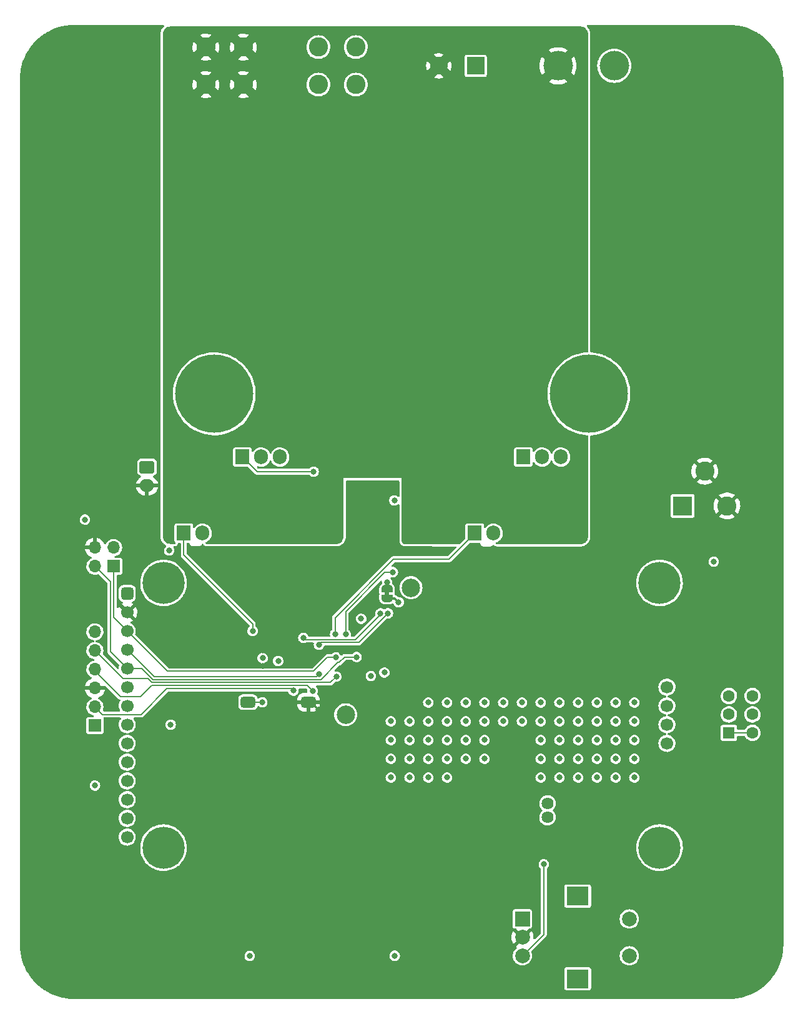
<source format=gbr>
%TF.GenerationSoftware,KiCad,Pcbnew,(6.0.4-0)*%
%TF.CreationDate,2022-04-10T17:45:33-05:00*%
%TF.ProjectId,Ampeater,416d7065-6174-4657-922e-6b696361645f,rev?*%
%TF.SameCoordinates,Original*%
%TF.FileFunction,Copper,L4,Bot*%
%TF.FilePolarity,Positive*%
%FSLAX46Y46*%
G04 Gerber Fmt 4.6, Leading zero omitted, Abs format (unit mm)*
G04 Created by KiCad (PCBNEW (6.0.4-0)) date 2022-04-10 17:45:33*
%MOMM*%
%LPD*%
G01*
G04 APERTURE LIST*
G04 Aperture macros list*
%AMRoundRect*
0 Rectangle with rounded corners*
0 $1 Rounding radius*
0 $2 $3 $4 $5 $6 $7 $8 $9 X,Y pos of 4 corners*
0 Add a 4 corners polygon primitive as box body*
4,1,4,$2,$3,$4,$5,$6,$7,$8,$9,$2,$3,0*
0 Add four circle primitives for the rounded corners*
1,1,$1+$1,$2,$3*
1,1,$1+$1,$4,$5*
1,1,$1+$1,$6,$7*
1,1,$1+$1,$8,$9*
0 Add four rect primitives between the rounded corners*
20,1,$1+$1,$2,$3,$4,$5,0*
20,1,$1+$1,$4,$5,$6,$7,0*
20,1,$1+$1,$6,$7,$8,$9,0*
20,1,$1+$1,$8,$9,$2,$3,0*%
%AMFreePoly0*
4,1,22,0.500000,-0.750000,0.000000,-0.750000,0.000000,-0.745033,-0.079941,-0.743568,-0.215256,-0.701293,-0.333266,-0.622738,-0.424486,-0.514219,-0.481581,-0.384460,-0.499164,-0.250000,-0.500000,-0.250000,-0.500000,0.250000,-0.499164,0.250000,-0.499963,0.256109,-0.478152,0.396186,-0.417904,0.524511,-0.324060,0.630769,-0.204165,0.706417,-0.067858,0.745374,0.000000,0.744959,0.000000,0.750000,
0.500000,0.750000,0.500000,-0.750000,0.500000,-0.750000,$1*%
%AMFreePoly1*
4,1,20,0.000000,0.744959,0.073905,0.744508,0.209726,0.703889,0.328688,0.626782,0.421226,0.519385,0.479903,0.390333,0.500000,0.250000,0.500000,-0.250000,0.499851,-0.262216,0.476331,-0.402017,0.414519,-0.529596,0.319384,-0.634700,0.198574,-0.708877,0.061801,-0.746166,0.000000,-0.745033,0.000000,-0.750000,-0.500000,-0.750000,-0.500000,0.750000,0.000000,0.750000,0.000000,0.744959,
0.000000,0.744959,$1*%
G04 Aperture macros list end*
%TA.AperFunction,ComponentPad*%
%ADD10C,5.700000*%
%TD*%
%TA.AperFunction,ComponentPad*%
%ADD11RoundRect,0.425000X0.425000X-0.425000X0.425000X0.425000X-0.425000X0.425000X-0.425000X-0.425000X0*%
%TD*%
%TA.AperFunction,ComponentPad*%
%ADD12C,1.700000*%
%TD*%
%TA.AperFunction,ComponentPad*%
%ADD13RoundRect,0.250000X-0.750000X0.600000X-0.750000X-0.600000X0.750000X-0.600000X0.750000X0.600000X0*%
%TD*%
%TA.AperFunction,ComponentPad*%
%ADD14O,2.000000X1.700000*%
%TD*%
%TA.AperFunction,ComponentPad*%
%ADD15C,2.600000*%
%TD*%
%TA.AperFunction,ComponentPad*%
%ADD16R,2.400000X2.400000*%
%TD*%
%TA.AperFunction,ComponentPad*%
%ADD17C,2.400000*%
%TD*%
%TA.AperFunction,ComponentPad*%
%ADD18C,4.000000*%
%TD*%
%TA.AperFunction,ComponentPad*%
%ADD19R,1.905000X2.000000*%
%TD*%
%TA.AperFunction,ComponentPad*%
%ADD20O,1.905000X2.000000*%
%TD*%
%TA.AperFunction,ComponentPad*%
%ADD21C,6.400000*%
%TD*%
%TA.AperFunction,ComponentPad*%
%ADD22C,10.600000*%
%TD*%
%TA.AperFunction,ComponentPad*%
%ADD23R,2.600000X2.600000*%
%TD*%
%TA.AperFunction,ComponentPad*%
%ADD24C,1.600000*%
%TD*%
%TA.AperFunction,ComponentPad*%
%ADD25R,1.600000X1.600000*%
%TD*%
%TA.AperFunction,ComponentPad*%
%ADD26O,1.700000X1.700000*%
%TD*%
%TA.AperFunction,ComponentPad*%
%ADD27R,1.700000X1.700000*%
%TD*%
%TA.AperFunction,ComponentPad*%
%ADD28C,2.500000*%
%TD*%
%TA.AperFunction,ComponentPad*%
%ADD29R,2.000000X2.000000*%
%TD*%
%TA.AperFunction,ComponentPad*%
%ADD30C,2.000000*%
%TD*%
%TA.AperFunction,ComponentPad*%
%ADD31R,3.000000X2.500000*%
%TD*%
%TA.AperFunction,SMDPad,CuDef*%
%ADD32RoundRect,0.375000X0.625000X0.375000X-0.625000X0.375000X-0.625000X-0.375000X0.625000X-0.375000X0*%
%TD*%
%TA.AperFunction,SMDPad,CuDef*%
%ADD33FreePoly0,90.000000*%
%TD*%
%TA.AperFunction,SMDPad,CuDef*%
%ADD34FreePoly1,90.000000*%
%TD*%
%TA.AperFunction,ViaPad*%
%ADD35C,0.800000*%
%TD*%
%TA.AperFunction,ViaPad*%
%ADD36C,1.625600*%
%TD*%
%TA.AperFunction,ViaPad*%
%ADD37C,1.200000*%
%TD*%
%TA.AperFunction,Conductor*%
%ADD38C,0.203200*%
%TD*%
%TA.AperFunction,Conductor*%
%ADD39C,0.304800*%
%TD*%
G04 APERTURE END LIST*
%TO.C,JP301*%
G36*
X123540800Y-99970400D02*
G01*
X122940800Y-99970400D01*
X122940800Y-99470400D01*
X123540800Y-99470400D01*
X123540800Y-99970400D01*
G37*
%TD*%
D10*
%TO.P,DS301,*%
%TO.N,*%
X92931991Y-98265000D03*
X160191991Y-134145000D03*
X92931991Y-134145000D03*
X160191991Y-98265000D03*
D11*
%TO.P,DS301,1,VCC*%
%TO.N,+3V3*%
X88011991Y-99695000D03*
D12*
%TO.P,DS301,2,GND*%
%TO.N,GND*%
X88011991Y-102235000D03*
%TO.P,DS301,3,CS_LCD*%
%TO.N,/MCU & Interface/MCU_TX{slash}SPI_CS_LCD*%
X88011991Y-104775000D03*
%TO.P,DS301,4,~{RESET}*%
%TO.N,/MCU & Interface/SPI_~{RESET}_LCD*%
X88011991Y-107315000D03*
%TO.P,DS301,5,DC/RS_LCD*%
%TO.N,/MCU & Interface/MCU_RX{slash}SPI_DC_LCD*%
X88011991Y-109855000D03*
%TO.P,DS301,6,SDI(MOSI)_LCD*%
%TO.N,/MCU & Interface/SPI_MOSI*%
X88011991Y-112395000D03*
%TO.P,DS301,7,SCK_LCD*%
%TO.N,/MCU & Interface/SPI_SCK*%
X88011991Y-114935000D03*
%TO.P,DS301,8,LED*%
%TO.N,Net-(DS301-Pad8)*%
X88011991Y-117475000D03*
%TO.P,DS301,9,SDO(MISO)_LCD*%
%TO.N,/MCU & Interface/SPI_MISO*%
X88011991Y-120015000D03*
%TO.P,DS301,10,T_CLK*%
%TO.N,unconnected-(DS301-Pad10)*%
X88011991Y-122555000D03*
%TO.P,DS301,11,T_CS*%
%TO.N,unconnected-(DS301-Pad11)*%
X88011991Y-125095000D03*
%TO.P,DS301,12,T_DIN*%
%TO.N,unconnected-(DS301-Pad12)*%
X88011991Y-127635000D03*
%TO.P,DS301,13,T_DO*%
%TO.N,unconnected-(DS301-Pad13)*%
X88011991Y-130175000D03*
%TO.P,DS301,14,T_IRQ*%
%TO.N,unconnected-(DS301-Pad14)*%
X88011991Y-132715000D03*
%TO.P,DS301,15,CS_SD*%
%TO.N,unconnected-(DS301-Pad15)*%
X161191991Y-112395000D03*
%TO.P,DS301,16,MOSI_SD*%
%TO.N,unconnected-(DS301-Pad16)*%
X161191991Y-114935000D03*
%TO.P,DS301,17,MISO_SD*%
%TO.N,unconnected-(DS301-Pad17)*%
X161191991Y-117475000D03*
%TO.P,DS301,18,SCK_SD*%
%TO.N,unconnected-(DS301-Pad18)*%
X161191991Y-120015000D03*
%TD*%
D13*
%TO.P,M201,1,+*%
%TO.N,Net-(JP201-Pad1)*%
X90695000Y-82570000D03*
D14*
%TO.P,M201,2,-*%
%TO.N,GND*%
X90695000Y-85070000D03*
%TD*%
D15*
%TO.P,J103,1,Pin_1*%
%TO.N,/CC_Load_Controller/I_LOAD+*%
X118999000Y-30734000D03*
X113919000Y-30734000D03*
X118999000Y-25654000D03*
X113919000Y-25654000D03*
%TD*%
%TO.P,J105,1,Pin_1*%
%TO.N,/CC_Load_Controller/I_LOAD-*%
X98679000Y-30734000D03*
X103759000Y-25654000D03*
X98679000Y-25654000D03*
X103759000Y-30734000D03*
%TD*%
D16*
%TO.P,J104,1,Pin_1*%
%TO.N,/CC_Load_Controller/I_LOAD+*%
X135255000Y-28194000D03*
D17*
%TO.P,J104,2,Pin_2*%
%TO.N,/CC_Load_Controller/I_LOAD-*%
X130255000Y-28194000D03*
%TD*%
D18*
%TO.P,J106,1,Pin_1*%
%TO.N,/CC_Load_Controller/I_LOAD-*%
X146431000Y-28194000D03*
%TD*%
D19*
%TO.P,Q201,1,G*%
%TO.N,/CC_Load_Controller/RANGE_SW_SHARED*%
X95681800Y-91521407D03*
D20*
%TO.P,Q201,2,D*%
%TO.N,/CC_Load_Controller/Vsense_FET_A*%
X98221800Y-91521407D03*
%TO.P,Q201,3,S*%
%TO.N,/CC_Load_Controller/I_LOAD-*%
X100761800Y-91521407D03*
%TD*%
D21*
%TO.P,H104,1,1*%
%TO.N,GND*%
X169672000Y-29972000D03*
%TD*%
D22*
%TO.P,HS201,1*%
%TO.N,/CC_Load_Controller/I_LOAD+*%
X99822000Y-72644000D03*
%TO.P,HS201,2*%
X150622000Y-72644000D03*
%TD*%
D19*
%TO.P,Q204,1,G*%
%TO.N,Net-(Q204-Pad1)*%
X141732000Y-81203800D03*
D20*
%TO.P,Q204,2,D*%
%TO.N,/CC_Load_Controller/I_LOAD+*%
X144272000Y-81203800D03*
%TO.P,Q204,3,S*%
%TO.N,/CC_Load_Controller/Vsense_B*%
X146812000Y-81203800D03*
%TD*%
D23*
%TO.P,J101,1*%
%TO.N,Net-(J101-Pad1)*%
X163322000Y-87821211D03*
D15*
%TO.P,J101,2*%
%TO.N,GND*%
X169322000Y-87821211D03*
%TO.P,J101,3*%
X166322000Y-83121211D03*
%TD*%
D19*
%TO.P,Q203,1,G*%
%TO.N,/CC_Load_Controller/RANGE_SW_SHARED*%
X135128000Y-91521407D03*
D20*
%TO.P,Q203,2,D*%
%TO.N,/CC_Load_Controller/Vsense_FET_B*%
X137668000Y-91521414D03*
%TO.P,Q203,3,S*%
%TO.N,/CC_Load_Controller/I_LOAD-*%
X140208000Y-91521407D03*
%TD*%
D18*
%TO.P,J102,1,Pin_1*%
%TO.N,/CC_Load_Controller/I_LOAD+*%
X154051000Y-28194000D03*
%TD*%
D24*
%TO.P,SW101,3,C*%
%TO.N,+12V*%
X169596000Y-113587500D03*
X172796000Y-113587500D03*
%TO.P,SW101,2,B*%
%TO.N,Net-(J101-Pad1)*%
X169596000Y-116087500D03*
X172796000Y-116087500D03*
%TO.P,SW101,1,A*%
%TO.N,unconnected-(SW101-Pad1)*%
X172796000Y-118587500D03*
D25*
X169596000Y-118587500D03*
%TD*%
D26*
%TO.P,J302,6,Pin_6*%
%TO.N,unconnected-(J302-Pad6)*%
X83623000Y-104902000D03*
%TO.P,J302,5,Pin_5*%
%TO.N,/MCU & Interface/MCU_NRST*%
X83623000Y-107442000D03*
%TO.P,J302,4,Pin_4*%
%TO.N,/MCU & Interface/MCU_SWCLK*%
X83623000Y-109982000D03*
%TO.P,J302,3,Pin_3*%
%TO.N,GND*%
X83623000Y-112522000D03*
%TO.P,J302,2,Pin_2*%
%TO.N,/MCU & Interface/MCU_SWDIO*%
X83623000Y-115062000D03*
D27*
%TO.P,J302,1,Pin_1*%
%TO.N,Net-(D302-Pad2)*%
X83623000Y-117602000D03*
%TD*%
D28*
%TO.P,TP301,1,1*%
%TO.N,Net-(R306-Pad1)*%
X117627400Y-116128800D03*
%TD*%
D21*
%TO.P,H103,1,1*%
%TO.N,GND*%
X169672000Y-147320000D03*
%TD*%
D28*
%TO.P,TP302,1,1*%
%TO.N,/CC_Load_Controller/Vset*%
X126492000Y-98907600D03*
%TD*%
D29*
%TO.P,SW304,A,A*%
%TO.N,Net-(R307-Pad2)*%
X141594000Y-143804000D03*
D30*
%TO.P,SW304,B,B*%
%TO.N,Net-(R308-Pad1)*%
X141594000Y-148804000D03*
%TO.P,SW304,C,C*%
%TO.N,GND*%
X141594000Y-146304000D03*
D31*
%TO.P,SW304,MP*%
%TO.N,N/C*%
X149094000Y-140704000D03*
X149094000Y-151904000D03*
D30*
%TO.P,SW304,S1,S1*%
%TO.N,Net-(R305-Pad1)*%
X156094000Y-143804000D03*
%TO.P,SW304,S2,S2*%
%TO.N,+3V3*%
X156094000Y-148804000D03*
%TD*%
D19*
%TO.P,Q202,1,G*%
%TO.N,Net-(Q202-Pad1)*%
X103632000Y-81203800D03*
D20*
%TO.P,Q202,2,D*%
%TO.N,/CC_Load_Controller/I_LOAD+*%
X106172000Y-81203800D03*
%TO.P,Q202,3,S*%
%TO.N,/CC_Load_Controller/Vsense_A*%
X108712000Y-81203800D03*
%TD*%
D21*
%TO.P,H102,1,1*%
%TO.N,GND*%
X80772000Y-147320000D03*
%TD*%
%TO.P,H101,1,1*%
%TO.N,GND*%
X80772000Y-29972000D03*
%TD*%
D27*
%TO.P,J301,1,Pin_1*%
%TO.N,/MCU & Interface/MCU_TX{slash}SPI_CS_LCD*%
X86168000Y-96017000D03*
D26*
%TO.P,J301,2,Pin_2*%
%TO.N,/MCU & Interface/MCU_RX{slash}SPI_DC_LCD*%
X83628000Y-96017000D03*
%TO.P,J301,3,Pin_3*%
%TO.N,Net-(D301-Pad2)*%
X86168000Y-93477000D03*
%TO.P,J301,4,Pin_4*%
%TO.N,GND*%
X83628000Y-93477000D03*
%TD*%
D32*
%TO.P,SW301,1,1*%
%TO.N,GND*%
X112583400Y-114427100D03*
%TO.P,SW301,2,2*%
%TO.N,Net-(R301-Pad2)*%
X104383400Y-114427100D03*
%TD*%
D33*
%TO.P,JP301,1,A*%
%TO.N,+3V3*%
X123240800Y-100370400D03*
D34*
%TO.P,JP301,2,B*%
%TO.N,Net-(C309-Pad1)*%
X123240800Y-99070400D03*
%TD*%
D35*
%TO.N,+12V*%
X93700600Y-93878400D03*
%TO.N,/MCU & Interface/MCU_NRST*%
X116365743Y-110957199D03*
%TO.N,+3V3*%
X82270600Y-89687400D03*
X83642200Y-125730000D03*
%TO.N,/MCU & Interface/MCU_SWCLK*%
X113151726Y-112884500D03*
%TO.N,/MCU & Interface/MCU_SWDIO*%
X110540800Y-112870220D03*
D36*
%TO.N,+12V*%
X145008600Y-128143000D03*
D35*
X124232980Y-87096600D03*
D36*
X145008600Y-130022600D03*
D35*
X167538400Y-95377000D03*
%TO.N,GND*%
X117957600Y-97078800D03*
X113284000Y-109220000D03*
X100177600Y-94234000D03*
X122783600Y-112420400D03*
X138023600Y-126390400D03*
X124358400Y-91948000D03*
X113919000Y-115417600D03*
X124866400Y-110845600D03*
X127000000Y-110896400D03*
X109982000Y-104292400D03*
X140716000Y-137414000D03*
X103047800Y-104394000D03*
X135534400Y-127406400D03*
X108458000Y-107442000D03*
X120091200Y-87071200D03*
X107594400Y-106426000D03*
X120091200Y-85191600D03*
X113385600Y-128879600D03*
X119786400Y-90881200D03*
X105308400Y-136093200D03*
X106476800Y-105460800D03*
X139649200Y-94234000D03*
X127457200Y-105816400D03*
X127000000Y-109778800D03*
X115417600Y-93929200D03*
X139293600Y-128219200D03*
X138150600Y-133273800D03*
X106375200Y-109531700D03*
X120192800Y-100990400D03*
X138176000Y-137490200D03*
X108458000Y-113436400D03*
X124460000Y-104902000D03*
X133553200Y-127406400D03*
X117043200Y-97078800D03*
X114706400Y-105003600D03*
X120040400Y-94589600D03*
X138125200Y-130835400D03*
X115925600Y-102057200D03*
X136702800Y-128219200D03*
X109423200Y-93827600D03*
X121056400Y-112420400D03*
X138004200Y-130042000D03*
X106426000Y-107442000D03*
X115925600Y-101396800D03*
X120040400Y-92710000D03*
%TO.N,+3V3*%
X128828800Y-114477800D03*
X131368800Y-114477800D03*
X154228800Y-124637800D03*
X146608800Y-119557800D03*
X121044000Y-110883400D03*
X93903800Y-117475000D03*
X151688800Y-117017800D03*
X104622600Y-148818600D03*
X138988800Y-117017800D03*
X131368800Y-122097800D03*
X136448800Y-119557800D03*
X123748800Y-122097800D03*
X149148800Y-117017800D03*
X126288800Y-122097800D03*
X144068800Y-124637800D03*
X123748800Y-117017800D03*
X149148800Y-114477800D03*
X144068800Y-117017800D03*
X122879973Y-110412220D03*
X151688800Y-124637800D03*
X106375200Y-108458000D03*
X154228800Y-119557800D03*
X156768800Y-124637800D03*
X108483400Y-108839000D03*
X128828800Y-117017800D03*
X149148800Y-124637800D03*
X156768800Y-119557800D03*
X151688800Y-119557800D03*
X138988800Y-114477800D03*
X144068800Y-114477800D03*
X131368800Y-117017800D03*
X154228800Y-117017800D03*
X146608800Y-124637800D03*
X146608800Y-114477800D03*
X119735600Y-103124000D03*
X144068800Y-122097800D03*
X156768800Y-114477800D03*
X136448800Y-122097800D03*
X133908800Y-122097800D03*
X151688800Y-114477800D03*
X141528800Y-114477800D03*
X123748800Y-124637800D03*
X131368800Y-119557800D03*
X128828800Y-124637800D03*
X141528800Y-117017800D03*
X156768800Y-122097800D03*
X151688800Y-122097800D03*
X149148800Y-122097800D03*
X126288800Y-117017800D03*
X156768800Y-117017800D03*
X133908800Y-117017800D03*
X124282200Y-148793200D03*
X149148800Y-119557800D03*
X128828800Y-119557800D03*
X126288800Y-119557800D03*
X124815600Y-100888800D03*
X136448800Y-117017800D03*
X146608800Y-122097800D03*
X123748800Y-119557800D03*
X146608800Y-117017800D03*
X154228800Y-122097800D03*
X128828800Y-122097800D03*
X144068800Y-119557800D03*
X126288800Y-124637800D03*
X136448800Y-114477800D03*
X133908800Y-114477800D03*
X133908800Y-119557800D03*
X131368800Y-124637800D03*
X154228800Y-114477800D03*
%TO.N,Net-(C309-Pad1)*%
X123250955Y-98211645D03*
%TO.N,/MCU & Interface/MCU_TX{slash}SPI_CS_LCD*%
X116306600Y-108356400D03*
%TO.N,/MCU & Interface/SPI_~{RESET}_LCD*%
X114043284Y-110588884D03*
%TO.N,/MCU & Interface/MCU_RX{slash}SPI_DC_LCD*%
X119118781Y-108302700D03*
%TO.N,/MCU & Interface/SPI_MOSI*%
X123367800Y-102387400D03*
X114013700Y-106647700D03*
%TO.N,/MCU & Interface/SPI_SCK*%
X122365097Y-102387400D03*
X111894700Y-105707100D03*
D37*
%TO.N,/CC_Load_Controller/I_LOAD-*%
X101955600Y-90449400D03*
X101955600Y-88925400D03*
X100431600Y-90449400D03*
X100431600Y-88925400D03*
X142925800Y-90449400D03*
X141401800Y-90449400D03*
X139877800Y-90449400D03*
X142925800Y-88925400D03*
X103479600Y-88925400D03*
X142925800Y-91973400D03*
X103479600Y-91973400D03*
X103479600Y-90449400D03*
X141401800Y-91973400D03*
X101955600Y-91973400D03*
X141401800Y-88925400D03*
X139877800Y-88925400D03*
D35*
%TO.N,/CC_Load_Controller/RANGE_SW_SHARED*%
X116205000Y-105216740D03*
X105019016Y-104765016D03*
%TO.N,Net-(Q202-Pad1)*%
X113284000Y-83185000D03*
%TO.N,Net-(R301-Pad2)*%
X106324400Y-114427000D03*
%TO.N,Net-(R308-Pad1)*%
X144500600Y-136398000D03*
%TO.N,/MCU & Interface/SPI_CS_DAC*%
X124028200Y-96799400D03*
X117627400Y-105216740D03*
%TD*%
D38*
%TO.N,unconnected-(SW101-Pad1)*%
X169596000Y-118587500D02*
X172796000Y-118587500D01*
%TO.N,/MCU & Interface/MCU_RX{slash}SPI_DC_LCD*%
X83628000Y-96017000D02*
X85750400Y-98139400D01*
X85750400Y-98139400D02*
X85750400Y-107593409D01*
X85750400Y-107593409D02*
X88011991Y-109855000D01*
%TO.N,/MCU & Interface/MCU_SWCLK*%
X113151726Y-112884500D02*
X112433135Y-112165909D01*
X83623000Y-110216800D02*
X83623000Y-109982000D01*
X112433135Y-112165909D02*
X110249064Y-112165909D01*
X87071200Y-113665000D02*
X83623000Y-110216800D01*
X110249064Y-112165909D02*
X110248093Y-112166880D01*
X110248093Y-112166880D02*
X91312520Y-112166880D01*
X91312520Y-112166880D02*
X89814400Y-113665000D01*
X89814400Y-113665000D02*
X87071200Y-113665000D01*
%TO.N,/MCU & Interface/MCU_NRST*%
X116365743Y-110957199D02*
X115563902Y-111759040D01*
X87421689Y-111240689D02*
X83623000Y-107442000D01*
X115563902Y-111759040D02*
X91307915Y-111759040D01*
X91307915Y-111759040D02*
X90789564Y-111240689D01*
X90789564Y-111240689D02*
X87421689Y-111240689D01*
%TO.N,/MCU & Interface/MCU_RX{slash}SPI_DC_LCD*%
X119118781Y-108302700D02*
X117503300Y-108302700D01*
X89977933Y-109855000D02*
X88011991Y-109855000D01*
X117503300Y-108302700D02*
X116745289Y-109060711D01*
X116745289Y-109060711D02*
X116567489Y-109060711D01*
X114275080Y-111353120D02*
X91476053Y-111353120D01*
X116567489Y-109060711D02*
X114275080Y-111353120D01*
X91476053Y-111353120D02*
X89977933Y-109855000D01*
%TO.N,/MCU & Interface/SPI_~{RESET}_LCD*%
X114043284Y-110588884D02*
X113684968Y-110947200D01*
X91644191Y-110947200D02*
X88011991Y-107315000D01*
X113684968Y-110947200D02*
X91644191Y-110947200D01*
%TO.N,/MCU & Interface/MCU_SWDIO*%
X84650311Y-116089311D02*
X89871451Y-116089311D01*
X89871451Y-116089311D02*
X93387962Y-112572800D01*
X83623000Y-115062000D02*
X84650311Y-116089311D01*
X93387962Y-112572800D02*
X110243380Y-112572800D01*
X110243380Y-112572800D02*
X110540800Y-112870220D01*
%TO.N,/MCU & Interface/MCU_TX{slash}SPI_CS_LCD*%
X86168000Y-96017000D02*
X86168000Y-102931009D01*
X86168000Y-102931009D02*
X88011991Y-104775000D01*
X116306600Y-108356400D02*
X115163600Y-108356400D01*
X115163600Y-108356400D02*
X113284000Y-110236000D01*
X113284000Y-110236000D02*
X93472991Y-110236000D01*
X93472991Y-110236000D02*
X88011991Y-104775000D01*
D39*
%TO.N,GND*%
X112928500Y-114427100D02*
X112583400Y-114427100D01*
X113919000Y-115417600D02*
X112928500Y-114427100D01*
%TO.N,+3V3*%
X124297200Y-100370400D02*
X124815600Y-100888800D01*
X123240800Y-100370400D02*
X124297200Y-100370400D01*
D38*
%TO.N,Net-(C309-Pad1)*%
X123250955Y-98211645D02*
X123250955Y-99060245D01*
X123250955Y-99060245D02*
X123240800Y-99070400D01*
%TO.N,/MCU & Interface/SPI_MOSI*%
X119405880Y-106349320D02*
X123367800Y-102387400D01*
X114013700Y-106647700D02*
X114312080Y-106349320D01*
X114312080Y-106349320D02*
X119405880Y-106349320D01*
%TO.N,/MCU & Interface/SPI_SCK*%
X122365097Y-102387400D02*
X122365097Y-102551903D01*
X122365097Y-102551903D02*
X118973600Y-105943400D01*
X112131000Y-105943400D02*
X111894700Y-105707100D01*
X118973600Y-105943400D02*
X112131000Y-105943400D01*
%TO.N,/CC_Load_Controller/RANGE_SW_SHARED*%
X105019016Y-104765016D02*
X105019016Y-103825216D01*
X95681800Y-94488000D02*
X95681800Y-91521407D01*
X124104400Y-95072200D02*
X131622800Y-95072200D01*
X135128000Y-91567000D02*
X135128000Y-91521407D01*
X116205000Y-102971600D02*
X124104400Y-95072200D01*
X105019016Y-103825216D02*
X95681800Y-94488000D01*
X116205000Y-105216740D02*
X116205000Y-102971600D01*
X131622800Y-95072200D02*
X135128000Y-91567000D01*
%TO.N,Net-(Q202-Pad1)*%
X113284000Y-83185000D02*
X105613200Y-83185000D01*
X105613200Y-83185000D02*
X103632000Y-81203800D01*
%TO.N,Net-(R301-Pad2)*%
X104383400Y-114427100D02*
X106324300Y-114427100D01*
X106324300Y-114427100D02*
X106324400Y-114427000D01*
%TO.N,Net-(R308-Pad1)*%
X144500600Y-145897400D02*
X144500600Y-136398000D01*
X141594000Y-148804000D02*
X144500600Y-145897400D01*
%TO.N,/MCU & Interface/SPI_CS_DAC*%
X117627400Y-105216740D02*
X117627400Y-102123258D01*
X122951258Y-96799400D02*
X124028200Y-96799400D01*
X117627400Y-102123258D02*
X122951258Y-96799400D01*
%TD*%
%TA.AperFunction,Conductor*%
%TO.N,GND*%
G36*
X92971020Y-22677302D02*
G01*
X93017513Y-22730958D01*
X93027617Y-22801232D01*
X92998123Y-22865812D01*
X92982833Y-22880699D01*
X92947320Y-22909844D01*
X92924758Y-22930293D01*
X92907293Y-22947758D01*
X92886844Y-22970320D01*
X92776236Y-23105095D01*
X92758095Y-23129555D01*
X92744372Y-23150093D01*
X92728717Y-23176210D01*
X92646527Y-23329975D01*
X92633510Y-23357498D01*
X92624060Y-23380311D01*
X92613798Y-23408989D01*
X92613353Y-23410455D01*
X92613347Y-23410474D01*
X92569708Y-23554334D01*
X92563185Y-23575838D01*
X92555785Y-23605384D01*
X92550967Y-23629609D01*
X92546500Y-23659723D01*
X92528801Y-23839422D01*
X92527681Y-23854604D01*
X92527074Y-23866954D01*
X92526700Y-23882187D01*
X92526700Y-91957421D01*
X92527073Y-91972635D01*
X92527679Y-91984980D01*
X92528799Y-92000167D01*
X92546483Y-92179795D01*
X92550948Y-92209910D01*
X92555763Y-92234125D01*
X92563155Y-92263646D01*
X92613721Y-92430418D01*
X92616142Y-92437189D01*
X92623442Y-92457602D01*
X92623450Y-92457623D01*
X92623969Y-92459074D01*
X92624560Y-92460501D01*
X92624564Y-92460512D01*
X92632820Y-92480455D01*
X92632829Y-92480475D01*
X92633413Y-92481886D01*
X92634071Y-92483277D01*
X92634075Y-92483287D01*
X92645761Y-92508007D01*
X92646424Y-92509409D01*
X92647157Y-92510781D01*
X92647161Y-92510789D01*
X92711146Y-92630557D01*
X92711149Y-92630565D01*
X92728542Y-92663123D01*
X92729327Y-92664433D01*
X92729329Y-92664437D01*
X92738225Y-92679287D01*
X92744184Y-92689235D01*
X92757891Y-92709761D01*
X92758802Y-92710991D01*
X92758809Y-92711000D01*
X92769898Y-92725960D01*
X92776018Y-92734217D01*
X92776989Y-92735401D01*
X92776993Y-92735406D01*
X92882909Y-92864544D01*
X92886542Y-92868974D01*
X92892862Y-92875951D01*
X92905942Y-92890393D01*
X92905953Y-92890404D01*
X92906976Y-92891534D01*
X92924421Y-92908991D01*
X92946967Y-92929440D01*
X93064651Y-93026097D01*
X93065014Y-93026395D01*
X93065016Y-93026397D01*
X93080431Y-93039059D01*
X93080445Y-93039070D01*
X93081637Y-93040049D01*
X93082881Y-93040973D01*
X93082883Y-93040974D01*
X93104873Y-93057298D01*
X93104885Y-93057307D01*
X93106082Y-93058195D01*
X93107329Y-93059029D01*
X93125329Y-93071068D01*
X93125340Y-93071075D01*
X93126602Y-93071919D01*
X93127918Y-93072709D01*
X93127925Y-93072713D01*
X93136101Y-93077618D01*
X93152703Y-93087579D01*
X93228261Y-93128012D01*
X93278884Y-93177787D01*
X93294561Y-93247031D01*
X93270314Y-93313759D01*
X93251640Y-93334054D01*
X93172610Y-93402996D01*
X93074452Y-93542662D01*
X93071693Y-93549737D01*
X93071692Y-93549740D01*
X93023588Y-93673121D01*
X93012441Y-93701711D01*
X92990159Y-93870960D01*
X92998162Y-93943448D01*
X93002046Y-93978626D01*
X93008892Y-94040639D01*
X93011501Y-94047770D01*
X93011502Y-94047772D01*
X93019395Y-94069339D01*
X93067558Y-94200951D01*
X93162770Y-94342642D01*
X93168382Y-94347749D01*
X93168385Y-94347752D01*
X93283411Y-94452418D01*
X93283415Y-94452421D01*
X93289032Y-94457532D01*
X93295709Y-94461157D01*
X93295710Y-94461158D01*
X93318600Y-94473586D01*
X93439055Y-94538988D01*
X93604177Y-94582307D01*
X93691192Y-94583674D01*
X93767266Y-94584869D01*
X93767269Y-94584869D01*
X93774865Y-94584988D01*
X93782269Y-94583292D01*
X93782271Y-94583292D01*
X93844592Y-94569019D01*
X93941267Y-94546877D01*
X94093774Y-94470174D01*
X94099545Y-94465245D01*
X94099548Y-94465243D01*
X94217810Y-94364237D01*
X94217811Y-94364236D01*
X94223582Y-94359307D01*
X94323198Y-94220676D01*
X94328593Y-94207255D01*
X94384036Y-94069339D01*
X94384037Y-94069337D01*
X94386871Y-94062286D01*
X94410924Y-93893279D01*
X94411080Y-93878400D01*
X94394932Y-93744966D01*
X94391484Y-93716470D01*
X94391484Y-93716469D01*
X94390571Y-93708927D01*
X94330230Y-93549237D01*
X94325712Y-93542662D01*
X94287904Y-93487653D01*
X94265803Y-93420184D01*
X94283688Y-93351477D01*
X94335879Y-93303346D01*
X94391829Y-93290285D01*
X94451069Y-93290326D01*
X94451662Y-93290326D01*
X94462983Y-93290127D01*
X94466337Y-93290007D01*
X94467091Y-93289980D01*
X94467093Y-93289980D01*
X94472169Y-93289798D01*
X94569756Y-93270338D01*
X94636255Y-93245469D01*
X94639090Y-93244069D01*
X94639097Y-93244066D01*
X94659583Y-93233949D01*
X94692254Y-93217816D01*
X94776135Y-93140564D01*
X94799343Y-93109505D01*
X94816732Y-93086233D01*
X94816736Y-93086228D01*
X94818631Y-93083691D01*
X94820260Y-93080978D01*
X94820266Y-93080970D01*
X94840242Y-93047713D01*
X94850786Y-93030159D01*
X94861771Y-92988074D01*
X94879310Y-92920884D01*
X94915869Y-92860023D01*
X94979527Y-92828589D01*
X95001225Y-92826707D01*
X95148900Y-92826707D01*
X95217021Y-92846709D01*
X95263514Y-92900365D01*
X95274900Y-92952707D01*
X95274900Y-94552446D01*
X95277965Y-94561879D01*
X95281854Y-94573848D01*
X95286470Y-94593074D01*
X95289991Y-94615306D01*
X95294492Y-94624139D01*
X95294492Y-94624140D01*
X95300208Y-94635358D01*
X95307772Y-94653620D01*
X95311664Y-94665597D01*
X95314730Y-94675032D01*
X95320561Y-94683057D01*
X95327960Y-94693241D01*
X95338290Y-94710096D01*
X95348508Y-94730151D01*
X104575211Y-103956854D01*
X104609237Y-104019166D01*
X104612116Y-104045949D01*
X104612116Y-104126690D01*
X104592114Y-104194811D01*
X104568945Y-104221639D01*
X104491026Y-104289612D01*
X104392868Y-104429278D01*
X104390109Y-104436353D01*
X104390108Y-104436356D01*
X104338270Y-104569315D01*
X104330857Y-104588327D01*
X104329865Y-104595860D01*
X104329865Y-104595861D01*
X104309982Y-104746891D01*
X104308575Y-104757576D01*
X104309409Y-104765126D01*
X104324929Y-104905704D01*
X104327308Y-104927255D01*
X104329917Y-104934386D01*
X104329918Y-104934388D01*
X104373987Y-105054810D01*
X104385974Y-105087567D01*
X104481186Y-105229258D01*
X104486798Y-105234365D01*
X104486801Y-105234368D01*
X104601827Y-105339034D01*
X104601831Y-105339037D01*
X104607448Y-105344148D01*
X104614125Y-105347773D01*
X104614126Y-105347774D01*
X104636349Y-105359840D01*
X104757471Y-105425604D01*
X104922593Y-105468923D01*
X105009608Y-105470290D01*
X105085682Y-105471485D01*
X105085685Y-105471485D01*
X105093281Y-105471604D01*
X105100685Y-105469908D01*
X105100687Y-105469908D01*
X105176183Y-105452617D01*
X105259683Y-105433493D01*
X105412190Y-105356790D01*
X105417961Y-105351861D01*
X105417964Y-105351859D01*
X105536226Y-105250853D01*
X105536227Y-105250852D01*
X105541998Y-105245923D01*
X105641614Y-105107292D01*
X105648925Y-105089105D01*
X105702452Y-104955955D01*
X105702453Y-104955953D01*
X105705287Y-104948902D01*
X105729340Y-104779895D01*
X105729496Y-104765016D01*
X105728060Y-104753150D01*
X105709900Y-104603086D01*
X105709900Y-104603085D01*
X105708987Y-104595543D01*
X105648646Y-104435853D01*
X105644347Y-104429598D01*
X105644345Y-104429594D01*
X105556257Y-104301426D01*
X105556256Y-104301424D01*
X105551955Y-104295167D01*
X105545721Y-104289612D01*
X105468097Y-104220452D01*
X105430541Y-104160202D01*
X105425916Y-104126376D01*
X105425916Y-103760770D01*
X105418962Y-103739368D01*
X105414346Y-103720142D01*
X105412376Y-103707703D01*
X105410825Y-103697910D01*
X105400608Y-103677857D01*
X105393044Y-103659596D01*
X105389152Y-103647619D01*
X105389151Y-103647617D01*
X105386086Y-103638184D01*
X105372856Y-103619975D01*
X105362524Y-103603116D01*
X105356811Y-103591903D01*
X105352308Y-103583065D01*
X96125605Y-94356362D01*
X96091579Y-94294050D01*
X96088700Y-94267267D01*
X96088700Y-92952707D01*
X96108702Y-92884586D01*
X96162358Y-92838093D01*
X96214700Y-92826707D01*
X96361033Y-92826707D01*
X96429154Y-92846709D01*
X96475647Y-92900365D01*
X96485763Y-92934860D01*
X96488207Y-92951943D01*
X96503228Y-93012561D01*
X96560730Y-93111037D01*
X96607186Y-93164725D01*
X96609497Y-93166907D01*
X96609498Y-93166908D01*
X96643469Y-93198982D01*
X96652594Y-93207598D01*
X96754207Y-93259354D01*
X96822313Y-93279403D01*
X96850308Y-93283448D01*
X96905266Y-93291389D01*
X96905270Y-93291389D01*
X96909725Y-93292033D01*
X97099654Y-93292165D01*
X97707796Y-93292588D01*
X97707804Y-93292588D01*
X97711290Y-93292590D01*
X97714755Y-93292206D01*
X97714762Y-93292206D01*
X97753137Y-93287957D01*
X97779593Y-93285028D01*
X97833709Y-93272857D01*
X97848102Y-93268559D01*
X97867023Y-93262909D01*
X97867024Y-93262908D01*
X97874691Y-93260619D01*
X97881537Y-93256478D01*
X97881540Y-93256477D01*
X97942498Y-93219607D01*
X97972266Y-93201602D01*
X97980472Y-93194277D01*
X98022860Y-93156437D01*
X98022862Y-93156435D01*
X98025229Y-93154322D01*
X98067392Y-93108260D01*
X98110514Y-93020265D01*
X98158451Y-92967897D01*
X98227091Y-92949759D01*
X98294642Y-92971610D01*
X98330133Y-93015587D01*
X98333138Y-93013832D01*
X98390640Y-93112308D01*
X98437096Y-93165996D01*
X98439407Y-93168178D01*
X98439408Y-93168179D01*
X98473380Y-93200254D01*
X98482504Y-93208869D01*
X98584117Y-93260625D01*
X98652223Y-93280674D01*
X98657262Y-93281402D01*
X98735177Y-93292660D01*
X98735181Y-93292660D01*
X98739636Y-93293304D01*
X116324875Y-93305516D01*
X116325655Y-93305497D01*
X116325685Y-93305497D01*
X116339392Y-93305169D01*
X116339424Y-93305168D01*
X116340127Y-93305151D01*
X116352473Y-93304552D01*
X116353234Y-93304496D01*
X116353257Y-93304495D01*
X116363574Y-93303741D01*
X116367650Y-93303443D01*
X116477270Y-93292718D01*
X116545912Y-93286003D01*
X116545921Y-93286002D01*
X116547443Y-93285853D01*
X116548937Y-93285632D01*
X116548956Y-93285630D01*
X116576049Y-93281628D01*
X116576050Y-93281628D01*
X116577579Y-93281402D01*
X116579091Y-93281102D01*
X116579098Y-93281101D01*
X116598857Y-93277183D01*
X116601818Y-93276596D01*
X116603316Y-93276222D01*
X116603328Y-93276219D01*
X116629873Y-93269586D01*
X116629889Y-93269581D01*
X116631376Y-93269210D01*
X116632838Y-93268768D01*
X116632854Y-93268763D01*
X116741834Y-93235771D01*
X116798320Y-93218671D01*
X116827003Y-93208426D01*
X116829006Y-93207598D01*
X116836489Y-93204503D01*
X116849838Y-93198982D01*
X116852495Y-93197727D01*
X116876011Y-93186620D01*
X116876032Y-93186609D01*
X116877390Y-93185968D01*
X116878717Y-93185260D01*
X116878726Y-93185255D01*
X117029920Y-93104533D01*
X117031265Y-93103815D01*
X117040421Y-93098333D01*
X117056106Y-93088942D01*
X117056119Y-93088934D01*
X117057408Y-93088162D01*
X117077960Y-93074442D01*
X117079215Y-93073512D01*
X117079225Y-93073505D01*
X117101200Y-93057221D01*
X117101202Y-93057219D01*
X117102432Y-93056308D01*
X117103602Y-93055349D01*
X117103613Y-93055340D01*
X117200154Y-92976174D01*
X117237309Y-92945706D01*
X117259891Y-92925254D01*
X117277371Y-92907786D01*
X117297836Y-92885220D01*
X117305490Y-92875900D01*
X117407545Y-92751622D01*
X117407546Y-92751620D01*
X117408532Y-92750420D01*
X117409446Y-92749188D01*
X117409458Y-92749173D01*
X117423889Y-92729726D01*
X117426684Y-92725960D01*
X117430855Y-92719721D01*
X117439556Y-92706708D01*
X117439565Y-92706695D01*
X117440418Y-92705418D01*
X117441210Y-92704097D01*
X117441221Y-92704080D01*
X117455298Y-92680606D01*
X117456089Y-92679287D01*
X117464031Y-92664437D01*
X117537620Y-92526834D01*
X117537628Y-92526817D01*
X117538350Y-92525468D01*
X117546613Y-92508007D01*
X117550714Y-92499340D01*
X117550717Y-92499333D01*
X117551381Y-92497930D01*
X117560838Y-92475110D01*
X117563390Y-92467983D01*
X117570585Y-92447883D01*
X117571106Y-92446428D01*
X117601821Y-92345222D01*
X117621322Y-92280967D01*
X117621324Y-92280960D01*
X117621764Y-92279510D01*
X117629169Y-92249959D01*
X117633991Y-92225728D01*
X117638463Y-92195593D01*
X117656178Y-92015811D01*
X117657300Y-92000608D01*
X117657907Y-91988252D01*
X117657969Y-91985761D01*
X117658263Y-91973761D01*
X117658263Y-91973760D01*
X117658281Y-91973028D01*
X117658297Y-85093091D01*
X117658299Y-84510300D01*
X117678301Y-84442179D01*
X117731957Y-84395686D01*
X117784299Y-84384300D01*
X121284999Y-84384302D01*
X124785699Y-84384303D01*
X124853820Y-84404305D01*
X124900313Y-84457961D01*
X124911699Y-84510301D01*
X124911696Y-85329865D01*
X124911693Y-86475613D01*
X124891691Y-86543734D01*
X124838035Y-86590227D01*
X124767761Y-86600330D01*
X124701874Y-86569689D01*
X124644132Y-86518243D01*
X124638461Y-86513190D01*
X124630503Y-86508976D01*
X124494302Y-86436862D01*
X124494301Y-86436861D01*
X124487593Y-86433310D01*
X124322027Y-86391722D01*
X124314429Y-86391682D01*
X124314427Y-86391682D01*
X124240638Y-86391296D01*
X124151319Y-86390829D01*
X124143940Y-86392601D01*
X124143936Y-86392601D01*
X123992706Y-86428908D01*
X123992702Y-86428909D01*
X123985327Y-86430680D01*
X123833631Y-86508976D01*
X123704990Y-86621196D01*
X123606832Y-86760862D01*
X123604073Y-86767937D01*
X123604072Y-86767940D01*
X123553625Y-86897331D01*
X123544821Y-86919911D01*
X123543829Y-86927444D01*
X123543829Y-86927445D01*
X123528351Y-87045017D01*
X123522539Y-87089160D01*
X123523373Y-87096710D01*
X123540346Y-87250450D01*
X123541272Y-87258839D01*
X123543881Y-87265970D01*
X123543882Y-87265972D01*
X123556076Y-87299292D01*
X123599938Y-87419151D01*
X123695150Y-87560842D01*
X123700762Y-87565949D01*
X123700765Y-87565952D01*
X123815791Y-87670618D01*
X123815795Y-87670621D01*
X123821412Y-87675732D01*
X123828089Y-87679357D01*
X123828090Y-87679358D01*
X123850980Y-87691786D01*
X123971435Y-87757188D01*
X124136557Y-87800507D01*
X124223572Y-87801874D01*
X124299646Y-87803069D01*
X124299649Y-87803069D01*
X124307245Y-87803188D01*
X124314649Y-87801492D01*
X124314651Y-87801492D01*
X124415379Y-87778422D01*
X124473647Y-87765077D01*
X124626154Y-87688374D01*
X124703860Y-87622007D01*
X124768649Y-87592976D01*
X124838849Y-87603581D01*
X124892171Y-87650455D01*
X124911690Y-87717817D01*
X124911677Y-92391206D01*
X124911676Y-92484350D01*
X124912339Y-92504629D01*
X124913415Y-92521061D01*
X124915402Y-92541251D01*
X124915538Y-92542283D01*
X124915539Y-92542294D01*
X124916354Y-92548486D01*
X124929471Y-92648212D01*
X124929874Y-92650240D01*
X124936358Y-92682867D01*
X124937374Y-92687981D01*
X124945870Y-92719721D01*
X124958897Y-92758135D01*
X124959683Y-92760035D01*
X124959687Y-92760045D01*
X124986248Y-92824230D01*
X124996970Y-92850140D01*
X125014892Y-92886520D01*
X125017126Y-92890393D01*
X125028070Y-92909368D01*
X125031304Y-92914976D01*
X125039187Y-92926786D01*
X125052467Y-92946683D01*
X125053815Y-92948703D01*
X125055069Y-92950339D01*
X125055071Y-92950342D01*
X125097621Y-93005860D01*
X125114378Y-93027725D01*
X125115725Y-93029263D01*
X125115730Y-93029269D01*
X125131885Y-93047713D01*
X125141099Y-93058233D01*
X125164321Y-93081487D01*
X125171921Y-93088162D01*
X125193240Y-93106887D01*
X125193249Y-93106894D01*
X125194789Y-93108247D01*
X125273727Y-93168920D01*
X125307426Y-93191480D01*
X125309195Y-93192504D01*
X125309199Y-93192506D01*
X125324590Y-93201411D01*
X125335873Y-93207939D01*
X125372230Y-93225912D01*
X125374124Y-93226699D01*
X125374131Y-93226702D01*
X125411289Y-93242138D01*
X125464170Y-93264106D01*
X125502555Y-93277183D01*
X125513191Y-93280046D01*
X125532292Y-93285188D01*
X125532300Y-93285190D01*
X125534288Y-93285725D01*
X125574052Y-93293685D01*
X125680990Y-93307902D01*
X125682027Y-93308005D01*
X125682040Y-93308007D01*
X125692214Y-93309022D01*
X125701173Y-93309916D01*
X125702187Y-93309984D01*
X125702189Y-93309984D01*
X125716585Y-93310947D01*
X125716591Y-93310947D01*
X125717603Y-93311015D01*
X125732833Y-93311535D01*
X125736883Y-93311673D01*
X125736890Y-93311673D01*
X125737883Y-93311707D01*
X126237720Y-93312400D01*
X126237935Y-93312400D01*
X132498706Y-93316747D01*
X132566813Y-93336796D01*
X132613269Y-93390484D01*
X132623324Y-93460765D01*
X132593786Y-93525326D01*
X132587714Y-93531842D01*
X131491162Y-94628395D01*
X131428850Y-94662420D01*
X131402067Y-94665300D01*
X124039954Y-94665300D01*
X124030521Y-94668365D01*
X124018552Y-94672254D01*
X123999326Y-94676870D01*
X123977094Y-94680391D01*
X123968261Y-94684892D01*
X123968260Y-94684892D01*
X123957042Y-94690608D01*
X123938780Y-94698172D01*
X123926803Y-94702064D01*
X123926801Y-94702065D01*
X123917368Y-94705130D01*
X123909343Y-94710961D01*
X123899159Y-94718360D01*
X123882304Y-94728690D01*
X123862249Y-94738908D01*
X115871708Y-102729449D01*
X115865687Y-102741267D01*
X115861492Y-102749500D01*
X115851160Y-102766359D01*
X115837930Y-102784568D01*
X115834865Y-102794001D01*
X115834864Y-102794003D01*
X115830972Y-102805980D01*
X115823408Y-102824241D01*
X115813191Y-102844294D01*
X115811640Y-102854087D01*
X115809670Y-102866526D01*
X115805054Y-102885752D01*
X115798100Y-102907154D01*
X115798100Y-104578414D01*
X115778098Y-104646535D01*
X115754929Y-104673363D01*
X115677010Y-104741336D01*
X115578852Y-104881002D01*
X115576093Y-104888077D01*
X115576092Y-104888080D01*
X115531606Y-105002182D01*
X115516841Y-105040051D01*
X115515849Y-105047584D01*
X115515849Y-105047585D01*
X115498138Y-105182116D01*
X115494559Y-105209300D01*
X115502773Y-105283699D01*
X115511765Y-105365146D01*
X115513292Y-105378979D01*
X115514798Y-105383095D01*
X115510956Y-105452617D01*
X115469334Y-105510133D01*
X115403224Y-105536017D01*
X115392203Y-105536500D01*
X112671329Y-105536500D01*
X112603208Y-105516498D01*
X112556715Y-105462842D01*
X112553463Y-105455037D01*
X112545323Y-105433493D01*
X112540973Y-105421981D01*
X112527015Y-105385042D01*
X112527014Y-105385040D01*
X112524330Y-105377937D01*
X112520031Y-105371682D01*
X112520029Y-105371678D01*
X112431941Y-105243510D01*
X112431940Y-105243508D01*
X112427639Y-105237251D01*
X112421405Y-105231696D01*
X112305852Y-105128743D01*
X112300181Y-105123690D01*
X112292223Y-105119476D01*
X112156022Y-105047362D01*
X112156021Y-105047361D01*
X112149313Y-105043810D01*
X111983747Y-105002222D01*
X111976149Y-105002182D01*
X111976147Y-105002182D01*
X111902358Y-105001796D01*
X111813039Y-105001329D01*
X111805660Y-105003101D01*
X111805656Y-105003101D01*
X111654426Y-105039408D01*
X111654422Y-105039409D01*
X111647047Y-105041180D01*
X111495351Y-105119476D01*
X111489629Y-105124468D01*
X111489627Y-105124469D01*
X111376727Y-105222958D01*
X111366710Y-105231696D01*
X111268552Y-105371362D01*
X111265793Y-105378437D01*
X111265792Y-105378440D01*
X111218556Y-105499595D01*
X111206541Y-105530411D01*
X111205549Y-105537944D01*
X111205549Y-105537945D01*
X111186862Y-105679890D01*
X111184259Y-105699660D01*
X111193626Y-105784500D01*
X111202073Y-105861011D01*
X111202992Y-105869339D01*
X111205601Y-105876470D01*
X111205602Y-105876472D01*
X111258491Y-106020996D01*
X111261658Y-106029651D01*
X111356870Y-106171342D01*
X111362482Y-106176449D01*
X111362485Y-106176452D01*
X111477511Y-106281118D01*
X111477515Y-106281121D01*
X111483132Y-106286232D01*
X111633155Y-106367688D01*
X111798277Y-106411007D01*
X111885292Y-106412374D01*
X111961366Y-106413569D01*
X111961369Y-106413569D01*
X111968965Y-106413688D01*
X111976369Y-106411992D01*
X111976371Y-106411992D01*
X112052688Y-106394513D01*
X112135367Y-106375577D01*
X112158914Y-106363734D01*
X112215526Y-106350300D01*
X113197758Y-106350300D01*
X113265879Y-106370302D01*
X113312372Y-106423958D01*
X113322680Y-106492745D01*
X113303259Y-106640260D01*
X113306572Y-106670266D01*
X113315294Y-106749266D01*
X113321992Y-106809939D01*
X113324601Y-106817070D01*
X113324602Y-106817072D01*
X113346355Y-106876513D01*
X113380658Y-106970251D01*
X113475870Y-107111942D01*
X113481482Y-107117049D01*
X113481485Y-107117052D01*
X113596511Y-107221718D01*
X113596515Y-107221721D01*
X113602132Y-107226832D01*
X113608809Y-107230457D01*
X113608810Y-107230458D01*
X113631700Y-107242886D01*
X113752155Y-107308288D01*
X113917277Y-107351607D01*
X114004292Y-107352974D01*
X114080366Y-107354169D01*
X114080369Y-107354169D01*
X114087965Y-107354288D01*
X114095369Y-107352592D01*
X114095371Y-107352592D01*
X114157692Y-107338319D01*
X114254367Y-107316177D01*
X114406874Y-107239474D01*
X114412645Y-107234545D01*
X114412648Y-107234543D01*
X114530910Y-107133537D01*
X114530911Y-107133536D01*
X114536682Y-107128607D01*
X114636298Y-106989976D01*
X114644228Y-106970251D01*
X114698509Y-106835223D01*
X114742476Y-106779479D01*
X114815416Y-106756220D01*
X119470326Y-106756220D01*
X119491728Y-106749266D01*
X119510954Y-106744650D01*
X119523393Y-106742680D01*
X119533186Y-106741129D01*
X119553239Y-106730912D01*
X119571500Y-106723348D01*
X119583477Y-106719456D01*
X119583479Y-106719455D01*
X119592912Y-106716390D01*
X119611121Y-106703160D01*
X119627976Y-106692830D01*
X119648031Y-106682612D01*
X123202105Y-103128538D01*
X123264417Y-103094512D01*
X123293175Y-103091649D01*
X123373033Y-103092904D01*
X123434467Y-103093869D01*
X123434470Y-103093869D01*
X123442065Y-103093988D01*
X123449469Y-103092292D01*
X123449471Y-103092292D01*
X123511792Y-103078019D01*
X123608467Y-103055877D01*
X123760974Y-102979174D01*
X123766745Y-102974245D01*
X123766748Y-102974243D01*
X123885010Y-102873237D01*
X123885011Y-102873236D01*
X123890782Y-102868307D01*
X123990398Y-102729676D01*
X124020759Y-102654151D01*
X124051236Y-102578339D01*
X124051237Y-102578337D01*
X124054071Y-102571286D01*
X124070435Y-102456308D01*
X124077543Y-102406362D01*
X124077543Y-102406361D01*
X124078124Y-102402279D01*
X124078280Y-102387400D01*
X124062245Y-102254896D01*
X124058684Y-102225470D01*
X124058684Y-102225469D01*
X124057771Y-102217927D01*
X123997430Y-102058237D01*
X123993131Y-102051982D01*
X123993129Y-102051978D01*
X123905041Y-101923810D01*
X123905040Y-101923808D01*
X123900739Y-101917551D01*
X123894505Y-101911996D01*
X123809090Y-101835895D01*
X123773281Y-101803990D01*
X123765323Y-101799776D01*
X123629122Y-101727662D01*
X123629121Y-101727661D01*
X123622413Y-101724110D01*
X123456847Y-101682522D01*
X123449249Y-101682482D01*
X123449247Y-101682482D01*
X123375458Y-101682096D01*
X123286139Y-101681629D01*
X123278760Y-101683401D01*
X123278756Y-101683401D01*
X123127526Y-101719708D01*
X123127522Y-101719709D01*
X123120147Y-101721480D01*
X122968451Y-101799776D01*
X122949787Y-101816057D01*
X122885308Y-101845764D01*
X122815000Y-101835895D01*
X122783142Y-101815184D01*
X122776249Y-101809043D01*
X122770578Y-101803990D01*
X122762620Y-101799776D01*
X122626419Y-101727662D01*
X122626418Y-101727661D01*
X122619710Y-101724110D01*
X122454144Y-101682522D01*
X122446546Y-101682482D01*
X122446544Y-101682482D01*
X122372755Y-101682096D01*
X122283436Y-101681629D01*
X122276057Y-101683401D01*
X122276053Y-101683401D01*
X122124823Y-101719708D01*
X122124819Y-101719709D01*
X122117444Y-101721480D01*
X121965748Y-101799776D01*
X121960028Y-101804766D01*
X121960024Y-101804769D01*
X121863377Y-101889079D01*
X121837107Y-101911996D01*
X121738949Y-102051662D01*
X121676938Y-102210711D01*
X121675946Y-102218244D01*
X121675946Y-102218245D01*
X121664540Y-102304887D01*
X121654656Y-102379960D01*
X121658975Y-102419082D01*
X121671998Y-102537037D01*
X121673389Y-102549639D01*
X121676000Y-102556774D01*
X121676001Y-102556778D01*
X121677505Y-102560889D01*
X121677713Y-102564080D01*
X121677734Y-102564168D01*
X121677719Y-102564171D01*
X121682131Y-102631734D01*
X121648274Y-102693283D01*
X118841962Y-105499595D01*
X118779650Y-105533621D01*
X118752867Y-105536500D01*
X118439535Y-105536500D01*
X118371414Y-105516498D01*
X118324921Y-105462842D01*
X118314792Y-105392746D01*
X118315889Y-105385042D01*
X118337724Y-105231619D01*
X118337880Y-105216740D01*
X118326714Y-105124469D01*
X118318284Y-105054810D01*
X118318284Y-105054809D01*
X118317371Y-105047267D01*
X118285191Y-104962105D01*
X118259715Y-104894682D01*
X118259714Y-104894680D01*
X118257030Y-104887577D01*
X118252731Y-104881322D01*
X118252729Y-104881318D01*
X118164641Y-104753150D01*
X118164640Y-104753148D01*
X118160339Y-104746891D01*
X118154105Y-104741336D01*
X118076481Y-104672176D01*
X118038925Y-104611926D01*
X118034300Y-104578100D01*
X118034300Y-103116560D01*
X119025159Y-103116560D01*
X119043892Y-103286239D01*
X119046501Y-103293370D01*
X119046502Y-103293372D01*
X119086425Y-103402465D01*
X119102558Y-103446551D01*
X119197770Y-103588242D01*
X119203382Y-103593349D01*
X119203385Y-103593352D01*
X119318411Y-103698018D01*
X119318415Y-103698021D01*
X119324032Y-103703132D01*
X119330709Y-103706757D01*
X119330710Y-103706758D01*
X119365652Y-103725730D01*
X119474055Y-103784588D01*
X119639177Y-103827907D01*
X119726192Y-103829274D01*
X119802266Y-103830469D01*
X119802269Y-103830469D01*
X119809865Y-103830588D01*
X119817269Y-103828892D01*
X119817271Y-103828892D01*
X119879592Y-103814619D01*
X119976267Y-103792477D01*
X120128774Y-103715774D01*
X120134545Y-103710845D01*
X120134548Y-103710843D01*
X120252810Y-103609837D01*
X120252811Y-103609836D01*
X120258582Y-103604907D01*
X120358198Y-103466276D01*
X120363593Y-103452855D01*
X120419036Y-103314939D01*
X120419037Y-103314937D01*
X120421871Y-103307886D01*
X120445924Y-103138879D01*
X120445996Y-103131971D01*
X120446037Y-103128134D01*
X120446037Y-103128129D01*
X120446080Y-103124000D01*
X120443567Y-103103238D01*
X120426484Y-102962070D01*
X120426484Y-102962069D01*
X120425571Y-102954527D01*
X120396019Y-102876319D01*
X120367915Y-102801942D01*
X120367914Y-102801940D01*
X120365230Y-102794837D01*
X120360931Y-102788582D01*
X120360929Y-102788578D01*
X120272841Y-102660410D01*
X120272840Y-102660408D01*
X120268539Y-102654151D01*
X120262305Y-102648596D01*
X120204810Y-102597370D01*
X120141081Y-102540590D01*
X120133123Y-102536376D01*
X119996922Y-102464262D01*
X119996921Y-102464261D01*
X119990213Y-102460710D01*
X119824647Y-102419122D01*
X119817049Y-102419082D01*
X119817047Y-102419082D01*
X119743258Y-102418696D01*
X119653939Y-102418229D01*
X119646560Y-102420001D01*
X119646556Y-102420001D01*
X119495326Y-102456308D01*
X119495322Y-102456309D01*
X119487947Y-102458080D01*
X119481202Y-102461561D01*
X119481203Y-102461561D01*
X119372176Y-102517834D01*
X119336251Y-102536376D01*
X119330529Y-102541368D01*
X119330527Y-102541369D01*
X119226939Y-102631734D01*
X119207610Y-102648596D01*
X119109452Y-102788262D01*
X119106693Y-102795337D01*
X119106692Y-102795340D01*
X119063098Y-102907154D01*
X119047441Y-102947311D01*
X119046449Y-102954844D01*
X119046449Y-102954845D01*
X119026913Y-103103238D01*
X119025159Y-103116560D01*
X118034300Y-103116560D01*
X118034300Y-102343991D01*
X118054302Y-102275870D01*
X118071205Y-102254896D01*
X122341516Y-97984585D01*
X122403828Y-97950559D01*
X122474643Y-97955624D01*
X122531479Y-97998171D01*
X122556290Y-98064691D01*
X122555533Y-98090123D01*
X122540514Y-98204205D01*
X122541348Y-98211756D01*
X122551795Y-98306390D01*
X122539389Y-98376294D01*
X122508804Y-98415669D01*
X122453105Y-98463662D01*
X122407404Y-98503041D01*
X122404465Y-98506410D01*
X122404461Y-98506414D01*
X122394820Y-98517466D01*
X122349514Y-98569401D01*
X122271614Y-98689586D01*
X122234677Y-98769528D01*
X122233392Y-98773826D01*
X122233389Y-98773833D01*
X122219426Y-98820524D01*
X122193641Y-98906746D01*
X122180625Y-98993838D01*
X122180598Y-98998314D01*
X122179815Y-99126496D01*
X122179750Y-99137059D01*
X122180088Y-99139524D01*
X122180212Y-99143354D01*
X122180212Y-99570400D01*
X122181537Y-99599057D01*
X122202042Y-99671123D01*
X122205381Y-99682859D01*
X122204797Y-99752369D01*
X122201185Y-99758203D01*
X122180212Y-99870400D01*
X122180212Y-100360995D01*
X122180210Y-100361765D01*
X122179782Y-100431902D01*
X122179750Y-100437059D01*
X122180359Y-100441502D01*
X122180359Y-100441508D01*
X122185483Y-100478910D01*
X122191701Y-100524304D01*
X122192932Y-100528611D01*
X122192933Y-100528616D01*
X122206679Y-100576713D01*
X122231058Y-100662013D01*
X122267016Y-100742399D01*
X122343442Y-100863527D01*
X122400518Y-100930591D01*
X122507869Y-101025399D01*
X122581468Y-101073744D01*
X122585524Y-101075648D01*
X122585527Y-101075650D01*
X122637844Y-101100213D01*
X122711113Y-101134613D01*
X122715400Y-101135924D01*
X122715401Y-101135924D01*
X122791050Y-101159052D01*
X122791053Y-101159053D01*
X122795329Y-101160360D01*
X122799750Y-101161048D01*
X122799753Y-101161049D01*
X122824488Y-101164900D01*
X122936847Y-101182394D01*
X122941314Y-101182449D01*
X122941319Y-101182449D01*
X122984630Y-101182978D01*
X123024899Y-101183470D01*
X123029341Y-101182889D01*
X123029344Y-101182889D01*
X123035743Y-101182052D01*
X123052080Y-101180988D01*
X123418577Y-101180988D01*
X123429067Y-101181425D01*
X123432415Y-101181705D01*
X123436848Y-101182395D01*
X123441328Y-101182450D01*
X123441332Y-101182450D01*
X123475920Y-101182872D01*
X123524899Y-101183470D01*
X123529340Y-101182889D01*
X123529345Y-101182889D01*
X123662463Y-101165482D01*
X123662465Y-101165482D01*
X123666913Y-101164900D01*
X123751733Y-101141218D01*
X123794497Y-101122401D01*
X123878729Y-101085338D01*
X123878732Y-101085336D01*
X123882826Y-101083535D01*
X123957229Y-101037224D01*
X124025630Y-101018208D01*
X124093455Y-101039192D01*
X124139168Y-101093513D01*
X124142130Y-101100877D01*
X124163419Y-101159052D01*
X124171962Y-101182395D01*
X124182558Y-101211351D01*
X124186794Y-101217654D01*
X124186794Y-101217655D01*
X124195813Y-101231076D01*
X124277770Y-101353042D01*
X124283382Y-101358149D01*
X124283385Y-101358152D01*
X124398411Y-101462818D01*
X124398415Y-101462821D01*
X124404032Y-101467932D01*
X124410709Y-101471557D01*
X124410710Y-101471558D01*
X124428833Y-101481398D01*
X124554055Y-101549388D01*
X124719177Y-101592707D01*
X124806192Y-101594074D01*
X124882266Y-101595269D01*
X124882269Y-101595269D01*
X124889865Y-101595388D01*
X124897269Y-101593692D01*
X124897271Y-101593692D01*
X124959592Y-101579419D01*
X125056267Y-101557277D01*
X125208774Y-101480574D01*
X125214545Y-101475645D01*
X125214548Y-101475643D01*
X125332810Y-101374637D01*
X125332811Y-101374636D01*
X125338582Y-101369707D01*
X125438198Y-101231076D01*
X125443593Y-101217655D01*
X125499036Y-101079739D01*
X125499037Y-101079737D01*
X125501871Y-101072686D01*
X125522580Y-100927173D01*
X125525343Y-100907762D01*
X125525343Y-100907761D01*
X125525924Y-100903679D01*
X125526080Y-100888800D01*
X125505571Y-100719327D01*
X125453260Y-100580887D01*
X125447915Y-100566742D01*
X125447914Y-100566740D01*
X125445230Y-100559637D01*
X125440931Y-100553382D01*
X125440929Y-100553378D01*
X125352841Y-100425210D01*
X125352840Y-100425208D01*
X125348539Y-100418951D01*
X125221081Y-100305390D01*
X125154921Y-100270360D01*
X125076922Y-100229062D01*
X125076921Y-100229061D01*
X125070213Y-100225510D01*
X124904647Y-100183922D01*
X124897049Y-100183882D01*
X124897047Y-100183882D01*
X124823485Y-100183497D01*
X124809041Y-100183422D01*
X124741026Y-100163064D01*
X124720605Y-100146519D01*
X124645341Y-100071255D01*
X124635486Y-100060166D01*
X124619886Y-100040377D01*
X124619885Y-100040376D01*
X124614056Y-100032982D01*
X124606308Y-100027627D01*
X124606307Y-100027626D01*
X124564990Y-99999070D01*
X124561769Y-99996768D01*
X124521374Y-99966932D01*
X124521370Y-99966930D01*
X124513791Y-99961332D01*
X124506871Y-99958902D01*
X124500835Y-99954730D01*
X124491855Y-99951890D01*
X124491853Y-99951889D01*
X124443964Y-99936744D01*
X124440209Y-99935491D01*
X124383933Y-99915728D01*
X124384499Y-99914117D01*
X124331091Y-99886713D01*
X124296675Y-99829836D01*
X124279559Y-99769677D01*
X124276219Y-99757939D01*
X124276803Y-99688431D01*
X124280415Y-99682597D01*
X124301388Y-99570400D01*
X124301388Y-99081209D01*
X124301409Y-99078900D01*
X124302523Y-99018130D01*
X124302605Y-99013657D01*
X124291720Y-98926268D01*
X124286630Y-98907600D01*
X124931891Y-98907600D01*
X124951099Y-99151655D01*
X124952253Y-99156462D01*
X124952254Y-99156468D01*
X124967861Y-99221474D01*
X125008248Y-99389700D01*
X125010141Y-99394271D01*
X125010142Y-99394273D01*
X125094967Y-99599057D01*
X125101933Y-99615875D01*
X125229845Y-99824609D01*
X125388836Y-100010764D01*
X125574991Y-100169755D01*
X125783725Y-100297667D01*
X125788295Y-100299560D01*
X125788299Y-100299562D01*
X126005327Y-100389458D01*
X126009900Y-100391352D01*
X126091662Y-100410981D01*
X126243132Y-100447346D01*
X126243138Y-100447347D01*
X126247945Y-100448501D01*
X126492000Y-100467709D01*
X126736055Y-100448501D01*
X126740862Y-100447347D01*
X126740868Y-100447346D01*
X126892338Y-100410981D01*
X126974100Y-100391352D01*
X126978673Y-100389458D01*
X127195701Y-100299562D01*
X127195705Y-100299560D01*
X127200275Y-100297667D01*
X127409009Y-100169755D01*
X127595164Y-100010764D01*
X127754155Y-99824609D01*
X127882067Y-99615875D01*
X127889034Y-99599057D01*
X127973858Y-99394273D01*
X127973859Y-99394271D01*
X127975752Y-99389700D01*
X128016139Y-99221474D01*
X128031746Y-99156468D01*
X128031747Y-99156462D01*
X128032901Y-99151655D01*
X128052109Y-98907600D01*
X128032901Y-98663545D01*
X128019569Y-98608010D01*
X127976907Y-98430312D01*
X127975752Y-98425500D01*
X127969146Y-98409551D01*
X127890994Y-98220876D01*
X157032027Y-98220876D01*
X157046802Y-98573389D01*
X157067528Y-98707271D01*
X157098409Y-98906746D01*
X157100779Y-98922057D01*
X157193285Y-99262537D01*
X157194578Y-99265802D01*
X157312869Y-99564572D01*
X157323167Y-99590583D01*
X157324822Y-99593695D01*
X157324824Y-99593700D01*
X157487150Y-99898991D01*
X157487156Y-99899001D01*
X157488807Y-99902106D01*
X157490799Y-99905015D01*
X157686149Y-100190318D01*
X157686154Y-100190324D01*
X157688140Y-100193225D01*
X157918682Y-100460309D01*
X158177558Y-100700031D01*
X158180389Y-100702118D01*
X158180390Y-100702119D01*
X158433597Y-100888800D01*
X158461542Y-100909403D01*
X158767095Y-101085814D01*
X158799792Y-101100099D01*
X159087187Y-101225659D01*
X159087197Y-101225663D01*
X159090409Y-101227066D01*
X159093766Y-101228105D01*
X159093771Y-101228107D01*
X159424092Y-101330358D01*
X159427452Y-101331398D01*
X159430908Y-101332057D01*
X159430907Y-101332057D01*
X159770574Y-101396853D01*
X159770580Y-101396854D01*
X159774025Y-101397511D01*
X159967383Y-101412389D01*
X160122310Y-101424310D01*
X160122311Y-101424310D01*
X160125807Y-101424579D01*
X160345932Y-101416892D01*
X160474900Y-101412389D01*
X160474905Y-101412389D01*
X160478415Y-101412266D01*
X160733235Y-101374637D01*
X160823973Y-101361238D01*
X160823977Y-101361237D01*
X160827452Y-101360724D01*
X160830844Y-101359828D01*
X160830848Y-101359827D01*
X161165178Y-101271493D01*
X161165179Y-101271493D01*
X161168569Y-101270597D01*
X161497513Y-101143008D01*
X161810186Y-100979547D01*
X162093149Y-100788686D01*
X162099773Y-100784218D01*
X162099775Y-100784217D01*
X162102689Y-100782251D01*
X162167762Y-100726870D01*
X162368703Y-100555855D01*
X162368704Y-100555854D01*
X162371376Y-100553580D01*
X162480797Y-100437059D01*
X162610489Y-100298952D01*
X162610493Y-100298947D01*
X162612900Y-100296384D01*
X162615005Y-100293570D01*
X162615011Y-100293563D01*
X162822140Y-100016687D01*
X162824249Y-100013868D01*
X162828278Y-100007002D01*
X162932220Y-99829836D01*
X163002789Y-99709554D01*
X163042619Y-99620095D01*
X163144862Y-99390452D01*
X163144864Y-99390448D01*
X163146294Y-99387235D01*
X163252977Y-99050928D01*
X163271128Y-98959261D01*
X163298598Y-98820524D01*
X163321507Y-98704825D01*
X163344963Y-98425500D01*
X163350848Y-98355422D01*
X163350848Y-98355415D01*
X163351031Y-98353240D01*
X163352263Y-98265000D01*
X163350341Y-98230609D01*
X163339408Y-98035064D01*
X163332568Y-97912728D01*
X163302802Y-97736743D01*
X163274317Y-97568327D01*
X163274316Y-97568323D01*
X163273728Y-97564846D01*
X163256830Y-97505914D01*
X163239551Y-97445657D01*
X163176477Y-97225692D01*
X163115166Y-97076940D01*
X163043365Y-96902737D01*
X163043361Y-96902729D01*
X163042027Y-96899492D01*
X162872054Y-96590311D01*
X162843760Y-96550201D01*
X162670701Y-96304876D01*
X162668675Y-96302004D01*
X162434428Y-96038164D01*
X162172229Y-95802080D01*
X162169379Y-95800039D01*
X162169372Y-95800034D01*
X161888203Y-95598737D01*
X161888200Y-95598735D01*
X161885349Y-95596694D01*
X161577363Y-95424566D01*
X161446509Y-95369560D01*
X166827959Y-95369560D01*
X166846692Y-95539239D01*
X166849301Y-95546370D01*
X166849302Y-95546372D01*
X166871403Y-95606764D01*
X166905358Y-95699551D01*
X167000570Y-95841242D01*
X167006182Y-95846349D01*
X167006185Y-95846352D01*
X167121211Y-95951018D01*
X167121215Y-95951021D01*
X167126832Y-95956132D01*
X167133509Y-95959757D01*
X167133510Y-95959758D01*
X167156400Y-95972186D01*
X167276855Y-96037588D01*
X167441977Y-96080907D01*
X167528992Y-96082274D01*
X167605066Y-96083469D01*
X167605069Y-96083469D01*
X167612665Y-96083588D01*
X167620069Y-96081892D01*
X167620071Y-96081892D01*
X167682392Y-96067619D01*
X167779067Y-96045477D01*
X167931574Y-95968774D01*
X167937345Y-95963845D01*
X167937348Y-95963843D01*
X168055610Y-95862837D01*
X168055611Y-95862836D01*
X168061382Y-95857907D01*
X168160998Y-95719276D01*
X168166393Y-95705855D01*
X168221836Y-95567939D01*
X168221837Y-95567937D01*
X168224671Y-95560886D01*
X168238238Y-95465560D01*
X168248143Y-95395962D01*
X168248143Y-95395961D01*
X168248724Y-95391879D01*
X168248880Y-95377000D01*
X168247068Y-95362029D01*
X168229284Y-95215070D01*
X168229284Y-95215069D01*
X168228371Y-95207527D01*
X168186059Y-95095549D01*
X168170715Y-95054942D01*
X168170714Y-95054940D01*
X168168030Y-95047837D01*
X168163731Y-95041582D01*
X168163729Y-95041578D01*
X168075641Y-94913410D01*
X168075640Y-94913408D01*
X168071339Y-94907151D01*
X168065105Y-94901596D01*
X167949552Y-94798643D01*
X167943881Y-94793590D01*
X167935923Y-94789376D01*
X167799722Y-94717262D01*
X167799721Y-94717261D01*
X167793013Y-94713710D01*
X167627447Y-94672122D01*
X167619849Y-94672082D01*
X167619847Y-94672082D01*
X167546058Y-94671696D01*
X167456739Y-94671229D01*
X167449360Y-94673001D01*
X167449356Y-94673001D01*
X167298126Y-94709308D01*
X167298122Y-94709309D01*
X167290747Y-94711080D01*
X167253798Y-94730151D01*
X167156196Y-94780527D01*
X167139051Y-94789376D01*
X167133329Y-94794368D01*
X167133327Y-94794369D01*
X167048265Y-94868573D01*
X167010410Y-94901596D01*
X166912252Y-95041262D01*
X166909493Y-95048337D01*
X166909492Y-95048340D01*
X166854953Y-95188226D01*
X166850241Y-95200311D01*
X166849249Y-95207844D01*
X166849249Y-95207845D01*
X166840628Y-95273331D01*
X166827959Y-95369560D01*
X161446509Y-95369560D01*
X161252109Y-95287842D01*
X161248746Y-95286852D01*
X161248737Y-95286849D01*
X161031342Y-95222867D01*
X160913642Y-95188226D01*
X160635132Y-95139117D01*
X160569640Y-95127569D01*
X160569638Y-95127569D01*
X160566180Y-95126959D01*
X160562671Y-95126738D01*
X160562669Y-95126738D01*
X160217572Y-95105026D01*
X160217566Y-95105026D01*
X160214054Y-95104805D01*
X160113442Y-95109726D01*
X159865160Y-95121868D01*
X159865151Y-95121869D01*
X159861653Y-95122040D01*
X159858185Y-95122602D01*
X159858182Y-95122602D01*
X159516844Y-95177887D01*
X159516841Y-95177888D01*
X159513369Y-95178450D01*
X159509982Y-95179396D01*
X159509976Y-95179397D01*
X159274061Y-95245266D01*
X159173544Y-95273331D01*
X159072016Y-95314351D01*
X158849677Y-95404181D01*
X158849673Y-95404183D01*
X158846413Y-95405500D01*
X158843326Y-95407169D01*
X158843322Y-95407171D01*
X158778286Y-95442336D01*
X158536053Y-95573311D01*
X158246333Y-95774672D01*
X158243691Y-95776985D01*
X158243687Y-95776988D01*
X158120648Y-95884701D01*
X157980865Y-96007072D01*
X157742956Y-96267615D01*
X157535572Y-96553055D01*
X157533830Y-96556121D01*
X157533829Y-96556123D01*
X157488066Y-96636681D01*
X157361298Y-96859832D01*
X157327602Y-96938451D01*
X157225935Y-97175659D01*
X157222307Y-97184123D01*
X157208736Y-97229072D01*
X157121645Y-97517533D01*
X157120330Y-97521887D01*
X157119694Y-97525354D01*
X157068473Y-97804436D01*
X157056639Y-97868913D01*
X157032027Y-98220876D01*
X127890994Y-98220876D01*
X127883962Y-98203899D01*
X127883960Y-98203895D01*
X127882067Y-98199325D01*
X127754155Y-97990591D01*
X127595164Y-97804436D01*
X127409009Y-97645445D01*
X127200275Y-97517533D01*
X127195705Y-97515640D01*
X127195701Y-97515638D01*
X126978673Y-97425742D01*
X126978671Y-97425741D01*
X126974100Y-97423848D01*
X126892338Y-97404219D01*
X126740868Y-97367854D01*
X126740862Y-97367853D01*
X126736055Y-97366699D01*
X126492000Y-97347491D01*
X126247945Y-97366699D01*
X126243138Y-97367853D01*
X126243132Y-97367854D01*
X126091662Y-97404219D01*
X126009900Y-97423848D01*
X126005329Y-97425741D01*
X126005327Y-97425742D01*
X125788299Y-97515638D01*
X125788295Y-97515640D01*
X125783725Y-97517533D01*
X125574991Y-97645445D01*
X125388836Y-97804436D01*
X125229845Y-97990591D01*
X125101933Y-98199325D01*
X125100040Y-98203895D01*
X125100038Y-98203899D01*
X125014854Y-98409551D01*
X125008248Y-98425500D01*
X125007093Y-98430312D01*
X124964432Y-98608010D01*
X124951099Y-98663545D01*
X124931891Y-98907600D01*
X124286630Y-98907600D01*
X124254047Y-98788088D01*
X124247879Y-98773833D01*
X124220855Y-98711386D01*
X124220853Y-98711383D01*
X124219074Y-98707271D01*
X124144134Y-98585219D01*
X124116926Y-98552446D01*
X124090747Y-98520913D01*
X124090745Y-98520911D01*
X124087885Y-98517466D01*
X124084561Y-98514458D01*
X124084557Y-98514453D01*
X123988663Y-98427652D01*
X123951582Y-98367109D01*
X123948476Y-98316485D01*
X123960698Y-98230609D01*
X123960698Y-98230603D01*
X123961279Y-98226524D01*
X123961435Y-98211645D01*
X123940926Y-98042172D01*
X123880585Y-97882482D01*
X123876286Y-97876227D01*
X123876284Y-97876223D01*
X123788196Y-97748055D01*
X123788195Y-97748053D01*
X123783894Y-97741796D01*
X123777660Y-97736241D01*
X123734650Y-97697921D01*
X123697094Y-97637671D01*
X123698074Y-97566681D01*
X123737279Y-97507490D01*
X123802261Y-97478892D01*
X123850441Y-97481969D01*
X123931777Y-97503307D01*
X124018792Y-97504674D01*
X124094866Y-97505869D01*
X124094869Y-97505869D01*
X124102465Y-97505988D01*
X124109869Y-97504292D01*
X124109871Y-97504292D01*
X124172192Y-97490019D01*
X124268867Y-97467877D01*
X124421374Y-97391174D01*
X124427145Y-97386245D01*
X124427148Y-97386243D01*
X124545410Y-97285237D01*
X124545411Y-97285236D01*
X124551182Y-97280307D01*
X124650798Y-97141676D01*
X124653631Y-97134629D01*
X124711636Y-96990339D01*
X124711637Y-96990337D01*
X124714471Y-96983286D01*
X124738524Y-96814279D01*
X124738680Y-96799400D01*
X124718171Y-96629927D01*
X124689124Y-96553055D01*
X124660515Y-96477342D01*
X124660514Y-96477340D01*
X124657830Y-96470237D01*
X124653531Y-96463982D01*
X124653529Y-96463978D01*
X124565441Y-96335810D01*
X124565440Y-96335808D01*
X124561139Y-96329551D01*
X124554905Y-96323996D01*
X124439352Y-96221043D01*
X124433681Y-96215990D01*
X124425723Y-96211776D01*
X124289522Y-96139662D01*
X124289521Y-96139661D01*
X124282813Y-96136110D01*
X124117247Y-96094522D01*
X124109649Y-96094482D01*
X124109647Y-96094482D01*
X123961863Y-96093709D01*
X123893848Y-96073351D01*
X123847636Y-96019453D01*
X123837900Y-95949127D01*
X123867731Y-95884701D01*
X123873427Y-95878616D01*
X124236038Y-95516005D01*
X124298350Y-95481979D01*
X124325133Y-95479100D01*
X131687246Y-95479100D01*
X131708648Y-95472146D01*
X131727874Y-95467530D01*
X131740313Y-95465560D01*
X131750106Y-95464009D01*
X131770159Y-95453792D01*
X131788420Y-95446228D01*
X131800397Y-95442336D01*
X131800399Y-95442335D01*
X131809832Y-95439270D01*
X131828041Y-95426040D01*
X131844896Y-95415710D01*
X131864951Y-95405492D01*
X133174649Y-94095794D01*
X134406832Y-92863612D01*
X134469144Y-92829586D01*
X134495927Y-92826707D01*
X135768363Y-92826707D01*
X135836484Y-92846709D01*
X135882977Y-92900365D01*
X135893092Y-92934860D01*
X135899452Y-92979312D01*
X135914473Y-93039930D01*
X135971975Y-93138406D01*
X136018431Y-93192094D01*
X136020742Y-93194276D01*
X136020743Y-93194277D01*
X136054249Y-93225912D01*
X136063840Y-93234968D01*
X136071870Y-93239058D01*
X136084457Y-93245469D01*
X136165453Y-93286723D01*
X136171035Y-93288366D01*
X136171037Y-93288367D01*
X136185383Y-93292590D01*
X136233560Y-93306772D01*
X136238017Y-93307416D01*
X136316514Y-93318758D01*
X136316516Y-93318758D01*
X136320972Y-93319402D01*
X137221725Y-93320027D01*
X137271123Y-93313442D01*
X137299268Y-93309691D01*
X137299271Y-93309690D01*
X137303430Y-93309136D01*
X137355405Y-93294990D01*
X137364672Y-93292468D01*
X137364676Y-93292467D01*
X137367449Y-93291712D01*
X137394488Y-93281628D01*
X137412256Y-93275002D01*
X137412257Y-93275001D01*
X137420415Y-93271959D01*
X137512359Y-93204503D01*
X137560911Y-93152702D01*
X137562834Y-93150184D01*
X137564448Y-93148278D01*
X137623733Y-93109216D01*
X137694724Y-93108407D01*
X137755887Y-93147253D01*
X137795755Y-93193328D01*
X137798066Y-93195510D01*
X137798067Y-93195511D01*
X137830266Y-93225912D01*
X137841163Y-93236201D01*
X137942776Y-93287957D01*
X138010882Y-93308006D01*
X138038877Y-93312051D01*
X138093835Y-93319992D01*
X138093839Y-93319992D01*
X138098294Y-93320636D01*
X149471893Y-93328535D01*
X149472673Y-93328516D01*
X149472703Y-93328516D01*
X149486411Y-93328188D01*
X149486443Y-93328187D01*
X149487146Y-93328170D01*
X149499492Y-93327571D01*
X149500253Y-93327515D01*
X149500276Y-93327514D01*
X149510593Y-93326760D01*
X149514669Y-93326462D01*
X149624181Y-93315748D01*
X149692932Y-93309022D01*
X149692941Y-93309021D01*
X149694463Y-93308872D01*
X149695957Y-93308651D01*
X149695976Y-93308649D01*
X149723069Y-93304647D01*
X149723070Y-93304647D01*
X149724599Y-93304421D01*
X149726111Y-93304121D01*
X149726118Y-93304120D01*
X149736718Y-93302018D01*
X149748838Y-93299615D01*
X149750336Y-93299241D01*
X149750348Y-93299238D01*
X149776893Y-93292605D01*
X149776909Y-93292600D01*
X149778396Y-93292229D01*
X149779858Y-93291787D01*
X149779874Y-93291782D01*
X149943860Y-93242138D01*
X149945340Y-93241690D01*
X149946768Y-93241180D01*
X149946786Y-93241174D01*
X149972592Y-93231956D01*
X149972602Y-93231952D01*
X149974033Y-93231441D01*
X149996868Y-93221996D01*
X150024411Y-93208986D01*
X150178287Y-93126832D01*
X150179613Y-93126038D01*
X150179622Y-93126033D01*
X150203086Y-93111984D01*
X150203088Y-93111982D01*
X150204417Y-93111187D01*
X150224965Y-93097471D01*
X150226195Y-93096560D01*
X150226210Y-93096549D01*
X150247233Y-93080970D01*
X150249449Y-93079328D01*
X150250627Y-93078362D01*
X150250645Y-93078348D01*
X150383147Y-92969693D01*
X150383158Y-92969684D01*
X150384333Y-92968720D01*
X150385458Y-92967701D01*
X150385472Y-92967689D01*
X150405764Y-92949310D01*
X150405766Y-92949308D01*
X150406921Y-92948262D01*
X150424396Y-92930798D01*
X150426586Y-92928384D01*
X150443831Y-92909368D01*
X150444855Y-92908239D01*
X150462691Y-92886520D01*
X150554565Y-92774640D01*
X150554566Y-92774638D01*
X150555552Y-92773438D01*
X150556466Y-92772206D01*
X150556478Y-92772191D01*
X150565612Y-92759882D01*
X150573704Y-92748978D01*
X150587438Y-92728436D01*
X150588230Y-92727115D01*
X150588241Y-92727098D01*
X150602318Y-92703624D01*
X150603109Y-92702305D01*
X150603835Y-92700948D01*
X150684640Y-92549852D01*
X150684648Y-92549835D01*
X150685370Y-92548486D01*
X150698401Y-92520948D01*
X150707858Y-92498128D01*
X150708448Y-92496482D01*
X150717605Y-92470901D01*
X150718126Y-92469446D01*
X150763013Y-92321542D01*
X150768334Y-92304010D01*
X150768335Y-92304007D01*
X150768784Y-92302527D01*
X150769164Y-92301011D01*
X150775811Y-92274485D01*
X150775814Y-92274471D01*
X150776190Y-92272971D01*
X150781012Y-92248738D01*
X150785484Y-92218607D01*
X150803198Y-92038826D01*
X150804319Y-92023626D01*
X150804926Y-92011271D01*
X150805300Y-91996044D01*
X150805300Y-89166569D01*
X161716700Y-89166569D01*
X161717996Y-89177463D01*
X161718685Y-89183251D01*
X161719867Y-89193189D01*
X161746845Y-89253924D01*
X161758655Y-89280512D01*
X161766036Y-89297130D01*
X161806186Y-89337209D01*
X161838295Y-89369263D01*
X161838297Y-89369264D01*
X161846528Y-89377481D01*
X161950549Y-89423469D01*
X161976642Y-89426511D01*
X164667358Y-89426511D01*
X164678252Y-89425215D01*
X164684593Y-89424461D01*
X164684596Y-89424460D01*
X164693978Y-89423344D01*
X164797919Y-89377175D01*
X164837998Y-89337025D01*
X164870052Y-89304916D01*
X164870053Y-89304914D01*
X164878270Y-89296683D01*
X164891783Y-89266117D01*
X168241839Y-89266117D01*
X168250553Y-89277638D01*
X168357452Y-89356020D01*
X168365351Y-89360956D01*
X168594905Y-89481730D01*
X168603454Y-89485447D01*
X168848327Y-89570960D01*
X168857336Y-89573374D01*
X169112166Y-89621755D01*
X169121423Y-89622809D01*
X169380607Y-89632994D01*
X169389921Y-89632668D01*
X169647753Y-89604431D01*
X169656930Y-89602730D01*
X169907758Y-89536692D01*
X169916574Y-89533656D01*
X170154880Y-89431273D01*
X170163167Y-89426959D01*
X170383718Y-89290477D01*
X170391268Y-89284991D01*
X170396559Y-89280512D01*
X170404997Y-89267708D01*
X170398935Y-89257356D01*
X169334812Y-88193233D01*
X169320868Y-88185619D01*
X169319035Y-88185750D01*
X169312420Y-88190001D01*
X168248497Y-89253924D01*
X168241839Y-89266117D01*
X164891783Y-89266117D01*
X164924258Y-89192662D01*
X164927300Y-89166569D01*
X164927300Y-87778422D01*
X167509775Y-87778422D01*
X167522220Y-88037499D01*
X167523356Y-88046754D01*
X167573961Y-88301156D01*
X167576449Y-88310128D01*
X167664095Y-88554244D01*
X167667895Y-88562779D01*
X167790658Y-88791253D01*
X167795666Y-88799115D01*
X167865720Y-88892927D01*
X167876979Y-88901376D01*
X167889397Y-88894604D01*
X168949978Y-87834023D01*
X168956356Y-87822343D01*
X169686408Y-87822343D01*
X169686539Y-87824176D01*
X169690790Y-87830791D01*
X170758094Y-88898095D01*
X170770474Y-88904855D01*
X170778815Y-88898611D01*
X170912832Y-88690259D01*
X170917275Y-88682075D01*
X171023807Y-88445581D01*
X171026997Y-88436816D01*
X171097402Y-88187183D01*
X171099262Y-88178041D01*
X171132187Y-87919230D01*
X171132668Y-87912944D01*
X171134987Y-87824371D01*
X171134836Y-87818062D01*
X171115501Y-87557874D01*
X171114125Y-87548668D01*
X171056878Y-87295678D01*
X171054154Y-87286767D01*
X170960143Y-87045017D01*
X170956132Y-87036608D01*
X170827422Y-86811413D01*
X170822211Y-86803687D01*
X170778996Y-86748869D01*
X170767071Y-86740398D01*
X170755537Y-86746884D01*
X169694022Y-87808399D01*
X169686408Y-87822343D01*
X168956356Y-87822343D01*
X168957592Y-87820079D01*
X168957461Y-87818246D01*
X168953210Y-87811631D01*
X167887816Y-86746237D01*
X167874507Y-86738969D01*
X167864472Y-86746089D01*
X167848937Y-86764767D01*
X167843531Y-86772346D01*
X167708965Y-86994102D01*
X167704736Y-87002403D01*
X167604432Y-87241600D01*
X167601471Y-87250450D01*
X167537628Y-87501836D01*
X167536006Y-87511033D01*
X167510020Y-87769096D01*
X167509775Y-87778422D01*
X164927300Y-87778422D01*
X164927300Y-86475853D01*
X164926004Y-86464959D01*
X164925250Y-86458618D01*
X164925249Y-86458615D01*
X164924133Y-86449233D01*
X164890671Y-86373900D01*
X168239102Y-86373900D01*
X168243675Y-86383676D01*
X169309188Y-87449189D01*
X169323132Y-87456803D01*
X169324965Y-87456672D01*
X169331580Y-87452421D01*
X170396349Y-86387652D01*
X170402733Y-86375962D01*
X170393321Y-86363852D01*
X170246045Y-86261682D01*
X170238010Y-86256949D01*
X170005376Y-86142227D01*
X169996743Y-86138739D01*
X169749703Y-86059661D01*
X169740643Y-86057485D01*
X169484630Y-86015791D01*
X169475343Y-86014979D01*
X169215992Y-86011584D01*
X169206681Y-86012154D01*
X168949682Y-86047130D01*
X168940546Y-86049071D01*
X168691543Y-86121650D01*
X168682800Y-86124918D01*
X168447252Y-86233507D01*
X168439097Y-86238027D01*
X168248240Y-86363158D01*
X168239102Y-86373900D01*
X164890671Y-86373900D01*
X164877964Y-86345292D01*
X164837177Y-86304576D01*
X164805705Y-86273159D01*
X164805703Y-86273158D01*
X164797472Y-86264941D01*
X164693451Y-86218953D01*
X164667358Y-86215911D01*
X161976642Y-86215911D01*
X161965748Y-86217207D01*
X161959407Y-86217961D01*
X161959404Y-86217962D01*
X161950022Y-86219078D01*
X161846081Y-86265247D01*
X161806821Y-86304576D01*
X161773948Y-86337506D01*
X161773947Y-86337508D01*
X161765730Y-86345739D01*
X161719742Y-86449760D01*
X161716700Y-86475853D01*
X161716700Y-89166569D01*
X150805300Y-89166569D01*
X150805300Y-84566117D01*
X165241839Y-84566117D01*
X165250553Y-84577638D01*
X165357452Y-84656020D01*
X165365351Y-84660956D01*
X165594905Y-84781730D01*
X165603454Y-84785447D01*
X165848327Y-84870960D01*
X165857336Y-84873374D01*
X166112166Y-84921755D01*
X166121423Y-84922809D01*
X166380607Y-84932994D01*
X166389921Y-84932668D01*
X166647753Y-84904431D01*
X166656930Y-84902730D01*
X166907758Y-84836692D01*
X166916574Y-84833656D01*
X167154880Y-84731273D01*
X167163167Y-84726959D01*
X167383718Y-84590477D01*
X167391268Y-84584991D01*
X167396559Y-84580512D01*
X167404997Y-84567708D01*
X167398935Y-84557356D01*
X166334812Y-83493233D01*
X166320868Y-83485619D01*
X166319035Y-83485750D01*
X166312420Y-83490001D01*
X165248497Y-84553924D01*
X165241839Y-84566117D01*
X150805300Y-84566117D01*
X150805300Y-83078422D01*
X164509775Y-83078422D01*
X164522220Y-83337499D01*
X164523356Y-83346754D01*
X164573961Y-83601156D01*
X164576449Y-83610128D01*
X164664095Y-83854244D01*
X164667895Y-83862779D01*
X164790658Y-84091253D01*
X164795666Y-84099115D01*
X164865720Y-84192927D01*
X164876979Y-84201376D01*
X164889397Y-84194604D01*
X165949978Y-83134023D01*
X165956356Y-83122343D01*
X166686408Y-83122343D01*
X166686539Y-83124176D01*
X166690790Y-83130791D01*
X167758094Y-84198095D01*
X167770474Y-84204855D01*
X167778815Y-84198611D01*
X167912832Y-83990259D01*
X167917275Y-83982075D01*
X168023807Y-83745581D01*
X168026997Y-83736816D01*
X168097402Y-83487183D01*
X168099262Y-83478041D01*
X168132187Y-83219230D01*
X168132668Y-83212944D01*
X168134987Y-83124371D01*
X168134836Y-83118062D01*
X168115501Y-82857874D01*
X168114125Y-82848668D01*
X168056878Y-82595678D01*
X168054154Y-82586767D01*
X167960143Y-82345017D01*
X167956132Y-82336608D01*
X167827422Y-82111413D01*
X167822211Y-82103687D01*
X167778996Y-82048869D01*
X167767071Y-82040398D01*
X167755537Y-82046884D01*
X166694022Y-83108399D01*
X166686408Y-83122343D01*
X165956356Y-83122343D01*
X165957592Y-83120079D01*
X165957461Y-83118246D01*
X165953210Y-83111631D01*
X164887816Y-82046237D01*
X164874507Y-82038969D01*
X164864472Y-82046089D01*
X164848937Y-82064767D01*
X164843531Y-82072346D01*
X164708965Y-82294102D01*
X164704736Y-82302403D01*
X164604432Y-82541600D01*
X164601471Y-82550450D01*
X164537628Y-82801836D01*
X164536006Y-82811033D01*
X164510020Y-83069096D01*
X164509775Y-83078422D01*
X150805300Y-83078422D01*
X150805300Y-81673900D01*
X165239102Y-81673900D01*
X165243675Y-81683676D01*
X166309188Y-82749189D01*
X166323132Y-82756803D01*
X166324965Y-82756672D01*
X166331580Y-82752421D01*
X167396349Y-81687652D01*
X167402733Y-81675962D01*
X167393321Y-81663852D01*
X167246045Y-81561682D01*
X167238010Y-81556949D01*
X167005376Y-81442227D01*
X166996743Y-81438739D01*
X166749703Y-81359661D01*
X166740643Y-81357485D01*
X166484630Y-81315791D01*
X166475343Y-81314979D01*
X166215992Y-81311584D01*
X166206681Y-81312154D01*
X165949682Y-81347130D01*
X165940546Y-81349071D01*
X165691543Y-81421650D01*
X165682800Y-81424918D01*
X165447252Y-81533507D01*
X165439097Y-81538027D01*
X165248240Y-81663158D01*
X165239102Y-81673900D01*
X150805300Y-81673900D01*
X150805300Y-78370848D01*
X150806651Y-78370848D01*
X150822280Y-78306990D01*
X150873762Y-78258102D01*
X150928633Y-78244240D01*
X150974277Y-78243284D01*
X151441578Y-78194169D01*
X151903129Y-78106123D01*
X151905658Y-78105417D01*
X151905666Y-78105415D01*
X152353161Y-77980473D01*
X152353172Y-77980469D01*
X152355695Y-77979765D01*
X152636434Y-77875359D01*
X152793627Y-77816900D01*
X152793633Y-77816897D01*
X152796100Y-77815980D01*
X153221255Y-77615917D01*
X153628179Y-77380979D01*
X153630338Y-77379478D01*
X153630345Y-77379474D01*
X154011846Y-77114324D01*
X154014016Y-77112816D01*
X154074437Y-77062831D01*
X154374035Y-76814982D01*
X154374045Y-76814973D01*
X154376060Y-76813306D01*
X154711773Y-76484552D01*
X154713486Y-76482567D01*
X154713493Y-76482560D01*
X155017065Y-76130869D01*
X155017066Y-76130867D01*
X155018799Y-76128860D01*
X155020351Y-76126724D01*
X155020358Y-76126715D01*
X155293435Y-75750855D01*
X155294984Y-75748723D01*
X155538392Y-75346809D01*
X155747314Y-74925937D01*
X155920287Y-74489059D01*
X156056095Y-74039239D01*
X156153788Y-73579632D01*
X156212679Y-73113462D01*
X156232355Y-72644000D01*
X156212679Y-72174538D01*
X156153788Y-71708368D01*
X156056095Y-71248761D01*
X155920287Y-70798941D01*
X155747314Y-70362063D01*
X155538392Y-69941191D01*
X155294984Y-69539277D01*
X155286327Y-69527361D01*
X155020358Y-69161285D01*
X155020351Y-69161276D01*
X155018799Y-69159140D01*
X155017065Y-69157131D01*
X154713493Y-68805440D01*
X154713486Y-68805433D01*
X154711773Y-68803448D01*
X154376060Y-68474694D01*
X154374045Y-68473027D01*
X154374035Y-68473018D01*
X154016049Y-68176866D01*
X154014016Y-68175184D01*
X153892126Y-68090468D01*
X153630345Y-67908526D01*
X153630338Y-67908522D01*
X153628179Y-67907021D01*
X153221255Y-67672083D01*
X152796100Y-67472020D01*
X152793633Y-67471103D01*
X152793627Y-67471100D01*
X152636434Y-67412641D01*
X152355695Y-67308235D01*
X152353172Y-67307531D01*
X152353161Y-67307527D01*
X151905666Y-67182585D01*
X151905658Y-67182583D01*
X151903129Y-67181877D01*
X151441578Y-67093831D01*
X150974277Y-67044716D01*
X150928617Y-67043760D01*
X150860930Y-67022337D01*
X150815571Y-66967720D01*
X150806973Y-66917152D01*
X150805300Y-66917152D01*
X150805300Y-28194000D01*
X151740754Y-28194000D01*
X151741024Y-28198120D01*
X151755670Y-28421577D01*
X151760518Y-28495548D01*
X151819474Y-28791936D01*
X151916611Y-29078093D01*
X152050268Y-29349123D01*
X152218159Y-29600389D01*
X152417409Y-29827591D01*
X152644611Y-30026841D01*
X152895877Y-30194732D01*
X152899576Y-30196556D01*
X152899581Y-30196559D01*
X153038691Y-30265160D01*
X153166907Y-30328389D01*
X153170812Y-30329714D01*
X153170813Y-30329715D01*
X153449151Y-30424198D01*
X153449155Y-30424199D01*
X153453064Y-30425526D01*
X153457108Y-30426330D01*
X153457114Y-30426332D01*
X153745413Y-30483679D01*
X153745419Y-30483680D01*
X153749452Y-30484482D01*
X153753557Y-30484751D01*
X153753564Y-30484752D01*
X154046880Y-30503976D01*
X154051000Y-30504246D01*
X154055120Y-30503976D01*
X154348436Y-30484752D01*
X154348443Y-30484751D01*
X154352548Y-30484482D01*
X154356581Y-30483680D01*
X154356587Y-30483679D01*
X154644886Y-30426332D01*
X154644892Y-30426330D01*
X154648936Y-30425526D01*
X154652845Y-30424199D01*
X154652849Y-30424198D01*
X154931187Y-30329715D01*
X154931188Y-30329714D01*
X154935093Y-30328389D01*
X155063309Y-30265160D01*
X155202419Y-30196559D01*
X155202424Y-30196556D01*
X155206123Y-30194732D01*
X155457389Y-30026841D01*
X155684591Y-29827591D01*
X155883841Y-29600389D01*
X156051732Y-29349123D01*
X156185389Y-29078093D01*
X156282526Y-28791936D01*
X156341482Y-28495548D01*
X156346331Y-28421577D01*
X156360976Y-28198120D01*
X156361246Y-28194000D01*
X156360976Y-28189880D01*
X156341752Y-27896564D01*
X156341751Y-27896557D01*
X156341482Y-27892452D01*
X156282526Y-27596064D01*
X156185389Y-27309907D01*
X156051732Y-27038877D01*
X155883841Y-26787611D01*
X155684591Y-26560409D01*
X155457389Y-26361159D01*
X155206123Y-26193268D01*
X155202424Y-26191444D01*
X155202419Y-26191441D01*
X155063309Y-26122840D01*
X154935093Y-26059611D01*
X154931187Y-26058285D01*
X154652849Y-25963802D01*
X154652845Y-25963801D01*
X154648936Y-25962474D01*
X154644892Y-25961670D01*
X154644886Y-25961668D01*
X154356587Y-25904321D01*
X154356581Y-25904320D01*
X154352548Y-25903518D01*
X154348443Y-25903249D01*
X154348436Y-25903248D01*
X154055120Y-25884024D01*
X154051000Y-25883754D01*
X154046880Y-25884024D01*
X153753564Y-25903248D01*
X153753557Y-25903249D01*
X153749452Y-25903518D01*
X153745419Y-25904320D01*
X153745413Y-25904321D01*
X153457114Y-25961668D01*
X153457108Y-25961670D01*
X153453064Y-25962474D01*
X153449155Y-25963801D01*
X153449151Y-25963802D01*
X153170813Y-26058285D01*
X153166907Y-26059611D01*
X153038691Y-26122840D01*
X152899581Y-26191441D01*
X152899576Y-26191444D01*
X152895877Y-26193268D01*
X152644611Y-26361159D01*
X152417409Y-26560409D01*
X152218159Y-26787611D01*
X152050268Y-27038877D01*
X151916611Y-27309907D01*
X151819474Y-27596064D01*
X151760518Y-27892452D01*
X151760249Y-27896557D01*
X151760248Y-27896564D01*
X151741024Y-28189880D01*
X151740754Y-28194000D01*
X150805300Y-28194000D01*
X150805300Y-23882187D01*
X150804926Y-23866954D01*
X150804319Y-23854604D01*
X150803199Y-23839422D01*
X150785500Y-23659723D01*
X150781033Y-23629609D01*
X150776215Y-23605384D01*
X150768815Y-23575838D01*
X150762292Y-23554334D01*
X150718653Y-23410474D01*
X150718647Y-23410455D01*
X150718202Y-23408989D01*
X150707940Y-23380311D01*
X150698490Y-23357498D01*
X150685473Y-23329975D01*
X150603283Y-23176210D01*
X150587628Y-23150093D01*
X150573905Y-23129555D01*
X150555764Y-23105095D01*
X150445156Y-22970320D01*
X150424707Y-22947758D01*
X150407242Y-22930293D01*
X150384680Y-22909844D01*
X150349167Y-22880699D01*
X150309198Y-22822022D01*
X150307298Y-22751051D01*
X150344069Y-22690318D01*
X150407837Y-22659107D01*
X150429101Y-22657300D01*
X169634264Y-22657300D01*
X169656142Y-22659214D01*
X169672000Y-22662010D01*
X169682854Y-22660096D01*
X169685526Y-22660096D01*
X169707499Y-22658568D01*
X170189332Y-22675777D01*
X170198304Y-22676419D01*
X170708515Y-22731272D01*
X170717418Y-22732552D01*
X170910412Y-22767372D01*
X171222426Y-22823666D01*
X171231210Y-22825577D01*
X171728434Y-22952485D01*
X171737054Y-22955017D01*
X172223967Y-23117076D01*
X172232371Y-23120211D01*
X172551072Y-23252221D01*
X172706483Y-23316595D01*
X172714658Y-23320328D01*
X173173549Y-23550032D01*
X173181423Y-23554331D01*
X173310850Y-23631124D01*
X173622754Y-23816186D01*
X173630318Y-23821047D01*
X173677599Y-23853875D01*
X174051841Y-24113716D01*
X174059041Y-24119106D01*
X174458602Y-24441092D01*
X174465400Y-24446982D01*
X174840980Y-24796660D01*
X174847340Y-24803020D01*
X175197018Y-25178600D01*
X175202908Y-25185398D01*
X175524894Y-25584959D01*
X175530284Y-25592159D01*
X175822951Y-26013679D01*
X175827811Y-26021242D01*
X176029495Y-26361159D01*
X176089666Y-26462572D01*
X176093968Y-26470451D01*
X176323669Y-26929336D01*
X176327405Y-26937517D01*
X176484357Y-27316430D01*
X176523785Y-27411618D01*
X176526924Y-27420033D01*
X176685528Y-27896564D01*
X176688982Y-27906941D01*
X176691516Y-27915571D01*
X176818423Y-28412788D01*
X176820334Y-28421574D01*
X176865891Y-28674079D01*
X176911448Y-28926582D01*
X176912728Y-28935485D01*
X176967581Y-29445696D01*
X176968223Y-29454668D01*
X176985432Y-29936501D01*
X176983904Y-29958474D01*
X176983904Y-29961146D01*
X176981990Y-29972000D01*
X176983904Y-29982854D01*
X176984786Y-29987856D01*
X176986700Y-30009736D01*
X176986700Y-147282264D01*
X176984786Y-147304142D01*
X176981990Y-147320000D01*
X176983904Y-147330854D01*
X176983904Y-147333526D01*
X176985432Y-147355499D01*
X176968223Y-147837332D01*
X176967581Y-147846304D01*
X176912728Y-148356515D01*
X176911448Y-148365418D01*
X176888982Y-148489940D01*
X176835009Y-148789093D01*
X176820335Y-148870423D01*
X176818423Y-148879210D01*
X176715403Y-149282842D01*
X176691516Y-149376429D01*
X176688983Y-149385054D01*
X176548302Y-149807737D01*
X176526928Y-149871955D01*
X176523789Y-149880371D01*
X176435144Y-150094380D01*
X176327405Y-150354483D01*
X176323672Y-150362658D01*
X176093968Y-150821549D01*
X176089666Y-150829428D01*
X175827814Y-151270754D01*
X175822951Y-151278321D01*
X175530284Y-151699841D01*
X175524894Y-151707041D01*
X175202908Y-152106602D01*
X175197018Y-152113400D01*
X174847340Y-152488980D01*
X174840980Y-152495340D01*
X174465400Y-152845018D01*
X174458602Y-152850908D01*
X174059041Y-153172894D01*
X174051841Y-153178284D01*
X173743325Y-153392491D01*
X173647102Y-153459300D01*
X173630321Y-153470951D01*
X173622754Y-153475814D01*
X173181428Y-153737666D01*
X173173549Y-153741968D01*
X172714658Y-153971672D01*
X172706483Y-153975405D01*
X172551072Y-154039779D01*
X172232371Y-154171789D01*
X172223967Y-154174924D01*
X171737054Y-154336983D01*
X171728434Y-154339515D01*
X171231212Y-154466423D01*
X171222426Y-154468334D01*
X170969921Y-154513891D01*
X170717418Y-154559448D01*
X170708515Y-154560728D01*
X170198304Y-154615581D01*
X170189332Y-154616223D01*
X169707499Y-154633432D01*
X169685526Y-154631904D01*
X169682854Y-154631904D01*
X169672000Y-154629990D01*
X169656142Y-154632786D01*
X169634264Y-154634700D01*
X80809736Y-154634700D01*
X80787858Y-154632786D01*
X80772000Y-154629990D01*
X80761146Y-154631904D01*
X80758474Y-154631904D01*
X80736501Y-154633432D01*
X80254668Y-154616223D01*
X80245696Y-154615581D01*
X79735485Y-154560728D01*
X79726582Y-154559448D01*
X79474079Y-154513891D01*
X79221574Y-154468334D01*
X79212788Y-154466423D01*
X78715566Y-154339515D01*
X78706946Y-154336983D01*
X78220033Y-154174924D01*
X78211629Y-154171789D01*
X77892928Y-154039779D01*
X77737517Y-153975405D01*
X77729342Y-153971672D01*
X77270451Y-153741968D01*
X77262572Y-153737666D01*
X76821246Y-153475814D01*
X76813679Y-153470951D01*
X76796899Y-153459300D01*
X76700675Y-153392491D01*
X76422511Y-153199358D01*
X147288700Y-153199358D01*
X147289996Y-153210252D01*
X147290685Y-153216040D01*
X147291867Y-153225978D01*
X147338036Y-153329919D01*
X147378186Y-153369998D01*
X147410295Y-153402052D01*
X147410297Y-153402053D01*
X147418528Y-153410270D01*
X147522549Y-153456258D01*
X147548642Y-153459300D01*
X150639358Y-153459300D01*
X150650252Y-153458004D01*
X150656593Y-153457250D01*
X150656596Y-153457249D01*
X150665978Y-153456133D01*
X150769919Y-153409964D01*
X150809998Y-153369814D01*
X150842052Y-153337705D01*
X150842053Y-153337703D01*
X150850270Y-153329472D01*
X150896258Y-153225451D01*
X150899300Y-153199358D01*
X150899300Y-150608642D01*
X150898004Y-150597748D01*
X150897250Y-150591407D01*
X150897249Y-150591404D01*
X150896133Y-150582022D01*
X150849964Y-150478081D01*
X150809814Y-150438002D01*
X150777705Y-150405948D01*
X150777703Y-150405947D01*
X150769472Y-150397730D01*
X150665451Y-150351742D01*
X150639358Y-150348700D01*
X147548642Y-150348700D01*
X147537748Y-150349996D01*
X147531407Y-150350750D01*
X147531404Y-150350751D01*
X147522022Y-150351867D01*
X147418081Y-150398036D01*
X147378002Y-150438186D01*
X147345948Y-150470295D01*
X147345947Y-150470297D01*
X147337730Y-150478528D01*
X147291742Y-150582549D01*
X147288700Y-150608642D01*
X147288700Y-153199358D01*
X76422511Y-153199358D01*
X76392159Y-153178284D01*
X76384959Y-153172894D01*
X75985398Y-152850908D01*
X75978600Y-152845018D01*
X75603020Y-152495340D01*
X75596660Y-152488980D01*
X75246982Y-152113400D01*
X75241092Y-152106602D01*
X74919106Y-151707041D01*
X74913716Y-151699841D01*
X74621049Y-151278321D01*
X74616186Y-151270754D01*
X74354334Y-150829428D01*
X74350032Y-150821549D01*
X74120328Y-150362658D01*
X74116595Y-150354483D01*
X74008856Y-150094380D01*
X73920211Y-149880371D01*
X73917072Y-149871955D01*
X73895699Y-149807737D01*
X73755017Y-149385054D01*
X73752484Y-149376429D01*
X73728598Y-149282842D01*
X73625577Y-148879210D01*
X73623665Y-148870423D01*
X73612973Y-148811160D01*
X103912159Y-148811160D01*
X103912993Y-148818710D01*
X103929647Y-148969560D01*
X103930892Y-148980839D01*
X103933501Y-148987970D01*
X103933502Y-148987972D01*
X103947437Y-149026049D01*
X103989558Y-149141151D01*
X104084770Y-149282842D01*
X104090382Y-149287949D01*
X104090385Y-149287952D01*
X104205411Y-149392618D01*
X104205415Y-149392621D01*
X104211032Y-149397732D01*
X104217709Y-149401357D01*
X104217710Y-149401358D01*
X104240600Y-149413786D01*
X104361055Y-149479188D01*
X104526177Y-149522507D01*
X104613192Y-149523874D01*
X104689266Y-149525069D01*
X104689269Y-149525069D01*
X104696865Y-149525188D01*
X104704269Y-149523492D01*
X104704271Y-149523492D01*
X104766592Y-149509219D01*
X104863267Y-149487077D01*
X105015774Y-149410374D01*
X105021545Y-149405445D01*
X105021548Y-149405443D01*
X105139810Y-149304437D01*
X105139811Y-149304436D01*
X105145582Y-149299507D01*
X105245198Y-149160876D01*
X105252930Y-149141642D01*
X105306036Y-149009539D01*
X105306037Y-149009537D01*
X105308871Y-149002486D01*
X105332924Y-148833479D01*
X105333080Y-148818600D01*
X105330506Y-148797334D01*
X105329105Y-148785760D01*
X123571759Y-148785760D01*
X123577478Y-148837562D01*
X123588058Y-148933391D01*
X123590492Y-148955439D01*
X123593101Y-148962570D01*
X123593102Y-148962572D01*
X123616332Y-149026049D01*
X123649158Y-149115751D01*
X123744370Y-149257442D01*
X123749982Y-149262549D01*
X123749985Y-149262552D01*
X123865011Y-149367218D01*
X123865015Y-149367221D01*
X123870632Y-149372332D01*
X123877309Y-149375957D01*
X123877310Y-149375958D01*
X123894072Y-149385059D01*
X124020655Y-149453788D01*
X124185777Y-149497107D01*
X124272792Y-149498474D01*
X124348866Y-149499669D01*
X124348869Y-149499669D01*
X124356465Y-149499788D01*
X124363869Y-149498092D01*
X124363871Y-149498092D01*
X124438000Y-149481114D01*
X124522867Y-149461677D01*
X124675374Y-149384974D01*
X124681145Y-149380045D01*
X124681148Y-149380043D01*
X124799410Y-149279037D01*
X124799411Y-149279036D01*
X124805182Y-149274107D01*
X124904798Y-149135476D01*
X124910193Y-149122055D01*
X124965636Y-148984139D01*
X124965637Y-148984137D01*
X124968471Y-148977086D01*
X124992524Y-148808079D01*
X124992567Y-148804000D01*
X140283714Y-148804000D01*
X140303620Y-149031529D01*
X140305044Y-149036842D01*
X140305044Y-149036844D01*
X140338279Y-149160876D01*
X140362734Y-149252144D01*
X140365057Y-149257125D01*
X140365057Y-149257126D01*
X140456933Y-149454156D01*
X140456936Y-149454161D01*
X140459259Y-149459143D01*
X140462415Y-149463650D01*
X140462416Y-149463652D01*
X140504317Y-149523492D01*
X140590263Y-149646236D01*
X140751764Y-149807737D01*
X140756272Y-149810894D01*
X140756275Y-149810896D01*
X140934348Y-149935584D01*
X140938857Y-149938741D01*
X140943839Y-149941064D01*
X140943844Y-149941067D01*
X141140874Y-150032943D01*
X141145856Y-150035266D01*
X141151164Y-150036688D01*
X141151166Y-150036689D01*
X141361156Y-150092956D01*
X141361158Y-150092956D01*
X141366471Y-150094380D01*
X141594000Y-150114286D01*
X141821529Y-150094380D01*
X141826842Y-150092956D01*
X141826844Y-150092956D01*
X142036834Y-150036689D01*
X142036836Y-150036688D01*
X142042144Y-150035266D01*
X142047126Y-150032943D01*
X142244156Y-149941067D01*
X142244161Y-149941064D01*
X142249143Y-149938741D01*
X142253652Y-149935584D01*
X142431725Y-149810896D01*
X142431728Y-149810894D01*
X142436236Y-149807737D01*
X142597737Y-149646236D01*
X142683684Y-149523492D01*
X142725584Y-149463652D01*
X142725585Y-149463650D01*
X142728741Y-149459143D01*
X142731064Y-149454161D01*
X142731067Y-149454156D01*
X142822943Y-149257126D01*
X142822943Y-149257125D01*
X142825266Y-149252144D01*
X142849722Y-149160876D01*
X142882956Y-149036844D01*
X142882956Y-149036842D01*
X142884380Y-149031529D01*
X142904286Y-148804000D01*
X154783714Y-148804000D01*
X154803620Y-149031529D01*
X154805044Y-149036842D01*
X154805044Y-149036844D01*
X154838279Y-149160876D01*
X154862734Y-149252144D01*
X154865057Y-149257125D01*
X154865057Y-149257126D01*
X154956933Y-149454156D01*
X154956936Y-149454161D01*
X154959259Y-149459143D01*
X154962415Y-149463650D01*
X154962416Y-149463652D01*
X155004317Y-149523492D01*
X155090263Y-149646236D01*
X155251764Y-149807737D01*
X155256272Y-149810894D01*
X155256275Y-149810896D01*
X155434348Y-149935584D01*
X155438857Y-149938741D01*
X155443839Y-149941064D01*
X155443844Y-149941067D01*
X155640874Y-150032943D01*
X155645856Y-150035266D01*
X155651164Y-150036688D01*
X155651166Y-150036689D01*
X155861156Y-150092956D01*
X155861158Y-150092956D01*
X155866471Y-150094380D01*
X156094000Y-150114286D01*
X156321529Y-150094380D01*
X156326842Y-150092956D01*
X156326844Y-150092956D01*
X156536834Y-150036689D01*
X156536836Y-150036688D01*
X156542144Y-150035266D01*
X156547126Y-150032943D01*
X156744156Y-149941067D01*
X156744161Y-149941064D01*
X156749143Y-149938741D01*
X156753652Y-149935584D01*
X156931725Y-149810896D01*
X156931728Y-149810894D01*
X156936236Y-149807737D01*
X157097737Y-149646236D01*
X157183684Y-149523492D01*
X157225584Y-149463652D01*
X157225585Y-149463650D01*
X157228741Y-149459143D01*
X157231064Y-149454161D01*
X157231067Y-149454156D01*
X157322943Y-149257126D01*
X157322943Y-149257125D01*
X157325266Y-149252144D01*
X157349722Y-149160876D01*
X157382956Y-149036844D01*
X157382956Y-149036842D01*
X157384380Y-149031529D01*
X157404286Y-148804000D01*
X157384380Y-148576471D01*
X157359382Y-148483178D01*
X157326689Y-148361166D01*
X157326688Y-148361164D01*
X157325266Y-148355856D01*
X157310109Y-148323351D01*
X157231067Y-148153844D01*
X157231064Y-148153839D01*
X157228741Y-148148857D01*
X157225584Y-148144348D01*
X157100896Y-147966275D01*
X157100894Y-147966272D01*
X157097737Y-147961764D01*
X156936236Y-147800263D01*
X156931728Y-147797106D01*
X156931725Y-147797104D01*
X156753652Y-147672416D01*
X156753650Y-147672415D01*
X156749143Y-147669259D01*
X156744161Y-147666936D01*
X156744156Y-147666933D01*
X156547126Y-147575057D01*
X156547125Y-147575057D01*
X156542144Y-147572734D01*
X156536836Y-147571312D01*
X156536834Y-147571311D01*
X156326844Y-147515044D01*
X156326842Y-147515044D01*
X156321529Y-147513620D01*
X156094000Y-147493714D01*
X155866471Y-147513620D01*
X155861158Y-147515044D01*
X155861156Y-147515044D01*
X155651166Y-147571311D01*
X155651164Y-147571312D01*
X155645856Y-147572734D01*
X155640875Y-147575057D01*
X155640874Y-147575057D01*
X155443844Y-147666933D01*
X155443839Y-147666936D01*
X155438857Y-147669259D01*
X155434350Y-147672415D01*
X155434348Y-147672416D01*
X155256275Y-147797104D01*
X155256272Y-147797106D01*
X155251764Y-147800263D01*
X155090263Y-147961764D01*
X155087106Y-147966272D01*
X155087104Y-147966275D01*
X154962416Y-148144348D01*
X154959259Y-148148857D01*
X154956936Y-148153839D01*
X154956933Y-148153844D01*
X154877891Y-148323351D01*
X154862734Y-148355856D01*
X154861312Y-148361164D01*
X154861311Y-148361166D01*
X154828618Y-148483178D01*
X154803620Y-148576471D01*
X154783714Y-148804000D01*
X142904286Y-148804000D01*
X142884380Y-148576471D01*
X142859382Y-148483178D01*
X142826689Y-148361166D01*
X142826688Y-148361164D01*
X142825266Y-148355856D01*
X142822941Y-148350869D01*
X142796507Y-148294180D01*
X142785846Y-148223988D01*
X142814827Y-148159176D01*
X142821607Y-148151836D01*
X144833892Y-146139551D01*
X144844110Y-146119496D01*
X144854440Y-146102641D01*
X144861839Y-146092458D01*
X144861840Y-146092456D01*
X144867670Y-146084432D01*
X144874627Y-146063020D01*
X144882191Y-146044759D01*
X144887909Y-146033537D01*
X144892409Y-146024706D01*
X144893961Y-146014910D01*
X144895932Y-146002470D01*
X144900546Y-145983250D01*
X144904434Y-145971282D01*
X144907500Y-145961847D01*
X144907500Y-143804000D01*
X154783714Y-143804000D01*
X154803620Y-144031529D01*
X154862734Y-144252144D01*
X154865057Y-144257125D01*
X154865057Y-144257126D01*
X154956933Y-144454156D01*
X154956936Y-144454161D01*
X154959259Y-144459143D01*
X155090263Y-144646236D01*
X155251764Y-144807737D01*
X155256272Y-144810894D01*
X155256275Y-144810896D01*
X155349222Y-144875978D01*
X155438857Y-144938741D01*
X155443839Y-144941064D01*
X155443844Y-144941067D01*
X155640874Y-145032943D01*
X155645856Y-145035266D01*
X155651164Y-145036688D01*
X155651166Y-145036689D01*
X155861156Y-145092956D01*
X155861158Y-145092956D01*
X155866471Y-145094380D01*
X156094000Y-145114286D01*
X156321529Y-145094380D01*
X156326842Y-145092956D01*
X156326844Y-145092956D01*
X156536834Y-145036689D01*
X156536836Y-145036688D01*
X156542144Y-145035266D01*
X156547126Y-145032943D01*
X156744156Y-144941067D01*
X156744161Y-144941064D01*
X156749143Y-144938741D01*
X156838778Y-144875978D01*
X156931725Y-144810896D01*
X156931728Y-144810894D01*
X156936236Y-144807737D01*
X157097737Y-144646236D01*
X157228741Y-144459143D01*
X157231064Y-144454161D01*
X157231067Y-144454156D01*
X157322943Y-144257126D01*
X157322943Y-144257125D01*
X157325266Y-144252144D01*
X157384380Y-144031529D01*
X157404286Y-143804000D01*
X157384380Y-143576471D01*
X157325266Y-143355856D01*
X157322943Y-143350874D01*
X157231067Y-143153844D01*
X157231064Y-143153839D01*
X157228741Y-143148857D01*
X157097737Y-142961764D01*
X156936236Y-142800263D01*
X156931728Y-142797106D01*
X156931725Y-142797104D01*
X156753652Y-142672416D01*
X156753650Y-142672415D01*
X156749143Y-142669259D01*
X156744161Y-142666936D01*
X156744156Y-142666933D01*
X156547126Y-142575057D01*
X156547125Y-142575057D01*
X156542144Y-142572734D01*
X156536836Y-142571312D01*
X156536834Y-142571311D01*
X156326844Y-142515044D01*
X156326842Y-142515044D01*
X156321529Y-142513620D01*
X156094000Y-142493714D01*
X155866471Y-142513620D01*
X155861158Y-142515044D01*
X155861156Y-142515044D01*
X155651166Y-142571311D01*
X155651164Y-142571312D01*
X155645856Y-142572734D01*
X155640875Y-142575057D01*
X155640874Y-142575057D01*
X155443844Y-142666933D01*
X155443839Y-142666936D01*
X155438857Y-142669259D01*
X155434350Y-142672415D01*
X155434348Y-142672416D01*
X155256275Y-142797104D01*
X155256272Y-142797106D01*
X155251764Y-142800263D01*
X155090263Y-142961764D01*
X154959259Y-143148857D01*
X154956936Y-143153839D01*
X154956933Y-143153844D01*
X154865057Y-143350874D01*
X154862734Y-143355856D01*
X154803620Y-143576471D01*
X154783714Y-143804000D01*
X144907500Y-143804000D01*
X144907500Y-141999358D01*
X147288700Y-141999358D01*
X147289996Y-142010252D01*
X147290685Y-142016040D01*
X147291867Y-142025978D01*
X147338036Y-142129919D01*
X147378186Y-142169998D01*
X147410295Y-142202052D01*
X147410297Y-142202053D01*
X147418528Y-142210270D01*
X147522549Y-142256258D01*
X147548642Y-142259300D01*
X150639358Y-142259300D01*
X150650252Y-142258004D01*
X150656593Y-142257250D01*
X150656596Y-142257249D01*
X150665978Y-142256133D01*
X150769919Y-142209964D01*
X150809998Y-142169814D01*
X150842052Y-142137705D01*
X150842053Y-142137703D01*
X150850270Y-142129472D01*
X150896258Y-142025451D01*
X150899300Y-141999358D01*
X150899300Y-139408642D01*
X150898004Y-139397748D01*
X150897250Y-139391407D01*
X150897249Y-139391404D01*
X150896133Y-139382022D01*
X150849964Y-139278081D01*
X150809814Y-139238002D01*
X150777705Y-139205948D01*
X150777703Y-139205947D01*
X150769472Y-139197730D01*
X150665451Y-139151742D01*
X150639358Y-139148700D01*
X147548642Y-139148700D01*
X147537748Y-139149996D01*
X147531407Y-139150750D01*
X147531404Y-139150751D01*
X147522022Y-139151867D01*
X147418081Y-139198036D01*
X147378002Y-139238186D01*
X147345948Y-139270295D01*
X147345947Y-139270297D01*
X147337730Y-139278528D01*
X147291742Y-139382549D01*
X147288700Y-139408642D01*
X147288700Y-141999358D01*
X144907500Y-141999358D01*
X144907500Y-137036138D01*
X144927502Y-136968017D01*
X144951669Y-136940327D01*
X145017810Y-136883837D01*
X145017811Y-136883836D01*
X145023582Y-136878907D01*
X145123198Y-136740276D01*
X145128593Y-136726855D01*
X145184036Y-136588939D01*
X145184037Y-136588937D01*
X145186871Y-136581886D01*
X145210924Y-136412879D01*
X145211080Y-136398000D01*
X145204387Y-136342693D01*
X145191484Y-136236070D01*
X145191484Y-136236069D01*
X145190571Y-136228527D01*
X145130230Y-136068837D01*
X145125931Y-136062582D01*
X145125929Y-136062578D01*
X145037841Y-135934410D01*
X145037840Y-135934408D01*
X145033539Y-135928151D01*
X145027305Y-135922596D01*
X144911752Y-135819643D01*
X144906081Y-135814590D01*
X144898123Y-135810376D01*
X144761922Y-135738262D01*
X144761921Y-135738261D01*
X144755213Y-135734710D01*
X144589647Y-135693122D01*
X144582049Y-135693082D01*
X144582047Y-135693082D01*
X144508258Y-135692696D01*
X144418939Y-135692229D01*
X144411560Y-135694001D01*
X144411556Y-135694001D01*
X144260326Y-135730308D01*
X144260322Y-135730309D01*
X144252947Y-135732080D01*
X144101251Y-135810376D01*
X143972610Y-135922596D01*
X143874452Y-136062262D01*
X143871693Y-136069337D01*
X143871692Y-136069340D01*
X143870178Y-136073225D01*
X143812441Y-136221311D01*
X143811449Y-136228844D01*
X143811449Y-136228845D01*
X143796461Y-136342693D01*
X143790159Y-136390560D01*
X143808892Y-136560239D01*
X143811501Y-136567370D01*
X143811502Y-136567372D01*
X143819395Y-136588939D01*
X143867558Y-136720551D01*
X143962770Y-136862242D01*
X144052502Y-136943892D01*
X144089422Y-137004530D01*
X144093700Y-137037083D01*
X144093700Y-145676667D01*
X144073698Y-145744788D01*
X144056795Y-145765762D01*
X143312981Y-146509576D01*
X143250669Y-146543602D01*
X143179854Y-146538537D01*
X143123018Y-146495990D01*
X143098207Y-146429470D01*
X143098274Y-146410595D01*
X143106275Y-146308930D01*
X143106275Y-146299070D01*
X143088428Y-146072301D01*
X143086885Y-146062554D01*
X143033783Y-145841373D01*
X143030734Y-145831988D01*
X142943687Y-145621837D01*
X142939205Y-145613042D01*
X142836568Y-145445555D01*
X142826110Y-145436093D01*
X142817334Y-145439876D01*
X140732920Y-147524290D01*
X140726160Y-147536670D01*
X140731887Y-147544320D01*
X140773554Y-147569854D01*
X140821185Y-147622501D01*
X140832792Y-147692543D01*
X140804689Y-147757740D01*
X140779989Y-147780499D01*
X140756280Y-147797100D01*
X140756274Y-147797105D01*
X140751764Y-147800263D01*
X140590263Y-147961764D01*
X140587106Y-147966272D01*
X140587104Y-147966275D01*
X140462416Y-148144348D01*
X140459259Y-148148857D01*
X140456936Y-148153839D01*
X140456933Y-148153844D01*
X140377891Y-148323351D01*
X140362734Y-148355856D01*
X140361312Y-148361164D01*
X140361311Y-148361166D01*
X140328618Y-148483178D01*
X140303620Y-148576471D01*
X140283714Y-148804000D01*
X124992567Y-148804000D01*
X124992680Y-148793200D01*
X124972171Y-148623727D01*
X124950578Y-148566581D01*
X124914515Y-148471142D01*
X124914514Y-148471140D01*
X124911830Y-148464037D01*
X124907531Y-148457782D01*
X124907529Y-148457778D01*
X124819441Y-148329610D01*
X124819440Y-148329608D01*
X124815139Y-148323351D01*
X124808905Y-148317796D01*
X124751410Y-148266571D01*
X124687681Y-148209790D01*
X124679723Y-148205576D01*
X124543522Y-148133462D01*
X124543521Y-148133461D01*
X124536813Y-148129910D01*
X124371247Y-148088322D01*
X124363649Y-148088282D01*
X124363647Y-148088282D01*
X124289858Y-148087896D01*
X124200539Y-148087429D01*
X124193160Y-148089201D01*
X124193156Y-148089201D01*
X124041926Y-148125508D01*
X124041922Y-148125509D01*
X124034547Y-148127280D01*
X123882851Y-148205576D01*
X123877129Y-148210568D01*
X123877127Y-148210569D01*
X123843111Y-148240243D01*
X123754210Y-148317796D01*
X123656052Y-148457462D01*
X123653293Y-148464537D01*
X123653292Y-148464540D01*
X123646026Y-148483178D01*
X123594041Y-148616511D01*
X123571759Y-148785760D01*
X105329105Y-148785760D01*
X105313484Y-148656670D01*
X105313484Y-148656669D01*
X105312571Y-148649127D01*
X105252230Y-148489437D01*
X105247931Y-148483182D01*
X105247929Y-148483178D01*
X105159841Y-148355010D01*
X105159840Y-148355008D01*
X105155539Y-148348751D01*
X105149305Y-148343196D01*
X105033752Y-148240243D01*
X105028081Y-148235190D01*
X105020123Y-148230976D01*
X104883922Y-148158862D01*
X104883921Y-148158861D01*
X104877213Y-148155310D01*
X104711647Y-148113722D01*
X104704049Y-148113682D01*
X104704047Y-148113682D01*
X104630258Y-148113296D01*
X104540939Y-148112829D01*
X104533560Y-148114601D01*
X104533556Y-148114601D01*
X104382326Y-148150908D01*
X104382322Y-148150909D01*
X104374947Y-148152680D01*
X104223251Y-148230976D01*
X104094610Y-148343196D01*
X103996452Y-148482862D01*
X103993693Y-148489937D01*
X103993692Y-148489940D01*
X103938590Y-148631270D01*
X103934441Y-148641911D01*
X103912159Y-148811160D01*
X73612973Y-148811160D01*
X73608992Y-148789093D01*
X73555018Y-148489940D01*
X73532552Y-148365418D01*
X73531272Y-148356515D01*
X73476419Y-147846304D01*
X73475777Y-147837332D01*
X73458568Y-147355499D01*
X73460096Y-147333526D01*
X73460096Y-147330854D01*
X73462010Y-147320000D01*
X73459214Y-147304142D01*
X73457300Y-147282264D01*
X73457300Y-146308930D01*
X140081725Y-146308930D01*
X140099572Y-146535699D01*
X140101115Y-146545446D01*
X140154217Y-146766627D01*
X140157266Y-146776012D01*
X140244313Y-146986163D01*
X140248795Y-146994958D01*
X140351432Y-147162445D01*
X140361890Y-147171907D01*
X140370666Y-147168124D01*
X141221978Y-146316812D01*
X141229592Y-146302868D01*
X141229461Y-146301035D01*
X141225210Y-146294420D01*
X140373710Y-145442920D01*
X140361330Y-145436160D01*
X140353680Y-145441887D01*
X140248795Y-145613042D01*
X140244313Y-145621837D01*
X140157266Y-145831988D01*
X140154217Y-145841373D01*
X140101115Y-146062554D01*
X140099572Y-146072301D01*
X140081725Y-146299070D01*
X140081725Y-146308930D01*
X73457300Y-146308930D01*
X73457300Y-144849358D01*
X140288700Y-144849358D01*
X140289996Y-144860252D01*
X140290685Y-144866040D01*
X140291867Y-144875978D01*
X140338036Y-144979919D01*
X140378186Y-145019998D01*
X140410295Y-145052052D01*
X140410297Y-145052053D01*
X140418528Y-145060270D01*
X140522549Y-145106258D01*
X140548642Y-145109300D01*
X140706320Y-145109300D01*
X140774441Y-145129302D01*
X140795415Y-145146205D01*
X141581188Y-145931978D01*
X141595132Y-145939592D01*
X141596965Y-145939461D01*
X141603580Y-145935210D01*
X142392585Y-145146205D01*
X142454897Y-145112179D01*
X142481680Y-145109300D01*
X142639358Y-145109300D01*
X142650252Y-145108004D01*
X142656593Y-145107250D01*
X142656596Y-145107249D01*
X142665978Y-145106133D01*
X142769919Y-145059964D01*
X142809998Y-145019814D01*
X142842052Y-144987705D01*
X142842053Y-144987703D01*
X142850270Y-144979472D01*
X142896258Y-144875451D01*
X142899300Y-144849358D01*
X142899300Y-142758642D01*
X142898004Y-142747748D01*
X142897250Y-142741407D01*
X142897249Y-142741404D01*
X142896133Y-142732022D01*
X142849964Y-142628081D01*
X142794520Y-142572734D01*
X142777705Y-142555948D01*
X142777703Y-142555947D01*
X142769472Y-142547730D01*
X142665451Y-142501742D01*
X142639358Y-142498700D01*
X140548642Y-142498700D01*
X140537748Y-142499996D01*
X140531407Y-142500750D01*
X140531404Y-142500751D01*
X140522022Y-142501867D01*
X140418081Y-142548036D01*
X140378002Y-142588186D01*
X140345948Y-142620295D01*
X140345947Y-142620297D01*
X140337730Y-142628528D01*
X140291742Y-142732549D01*
X140288700Y-142758642D01*
X140288700Y-144849358D01*
X73457300Y-144849358D01*
X73457300Y-134100876D01*
X89772027Y-134100876D01*
X89786802Y-134453389D01*
X89840779Y-134802057D01*
X89933285Y-135142537D01*
X90063167Y-135470583D01*
X90064822Y-135473695D01*
X90064824Y-135473700D01*
X90227150Y-135778991D01*
X90227156Y-135779001D01*
X90228807Y-135782106D01*
X90251049Y-135814590D01*
X90426149Y-136070318D01*
X90426154Y-136070324D01*
X90428140Y-136073225D01*
X90658682Y-136340309D01*
X90661252Y-136342689D01*
X90661256Y-136342693D01*
X90721101Y-136398110D01*
X90917558Y-136580031D01*
X90920389Y-136582118D01*
X90920390Y-136582119D01*
X91125350Y-136733229D01*
X91201542Y-136789403D01*
X91507095Y-136965814D01*
X91589121Y-137001650D01*
X91827187Y-137105659D01*
X91827197Y-137105663D01*
X91830409Y-137107066D01*
X91833766Y-137108105D01*
X91833771Y-137108107D01*
X92164092Y-137210358D01*
X92167452Y-137211398D01*
X92170908Y-137212057D01*
X92170907Y-137212057D01*
X92510574Y-137276853D01*
X92510580Y-137276854D01*
X92514025Y-137277511D01*
X92707383Y-137292389D01*
X92862310Y-137304310D01*
X92862311Y-137304310D01*
X92865807Y-137304579D01*
X93085932Y-137296892D01*
X93214900Y-137292389D01*
X93214905Y-137292389D01*
X93218415Y-137292266D01*
X93392933Y-137266495D01*
X93563973Y-137241238D01*
X93563977Y-137241237D01*
X93567452Y-137240724D01*
X93570844Y-137239828D01*
X93570848Y-137239827D01*
X93905178Y-137151493D01*
X93905179Y-137151493D01*
X93908569Y-137150597D01*
X94237513Y-137023008D01*
X94550186Y-136859547D01*
X94842689Y-136662251D01*
X94937118Y-136581886D01*
X95108703Y-136435855D01*
X95108704Y-136435854D01*
X95111376Y-136433580D01*
X95303636Y-136228845D01*
X95350489Y-136178952D01*
X95350493Y-136178947D01*
X95352900Y-136176384D01*
X95355005Y-136173570D01*
X95355011Y-136173563D01*
X95562140Y-135896687D01*
X95564249Y-135893868D01*
X95613234Y-135810376D01*
X95632345Y-135777801D01*
X95742789Y-135589554D01*
X95886294Y-135267235D01*
X95992977Y-134930928D01*
X96061507Y-134584825D01*
X96091031Y-134233240D01*
X96092263Y-134145000D01*
X96089994Y-134104403D01*
X96089797Y-134100876D01*
X157032027Y-134100876D01*
X157046802Y-134453389D01*
X157100779Y-134802057D01*
X157193285Y-135142537D01*
X157323167Y-135470583D01*
X157324822Y-135473695D01*
X157324824Y-135473700D01*
X157487150Y-135778991D01*
X157487156Y-135779001D01*
X157488807Y-135782106D01*
X157511049Y-135814590D01*
X157686149Y-136070318D01*
X157686154Y-136070324D01*
X157688140Y-136073225D01*
X157918682Y-136340309D01*
X157921252Y-136342689D01*
X157921256Y-136342693D01*
X157981101Y-136398110D01*
X158177558Y-136580031D01*
X158180389Y-136582118D01*
X158180390Y-136582119D01*
X158385350Y-136733229D01*
X158461542Y-136789403D01*
X158767095Y-136965814D01*
X158849121Y-137001650D01*
X159087187Y-137105659D01*
X159087197Y-137105663D01*
X159090409Y-137107066D01*
X159093766Y-137108105D01*
X159093771Y-137108107D01*
X159424092Y-137210358D01*
X159427452Y-137211398D01*
X159430908Y-137212057D01*
X159430907Y-137212057D01*
X159770574Y-137276853D01*
X159770580Y-137276854D01*
X159774025Y-137277511D01*
X159967383Y-137292389D01*
X160122310Y-137304310D01*
X160122311Y-137304310D01*
X160125807Y-137304579D01*
X160345932Y-137296892D01*
X160474900Y-137292389D01*
X160474905Y-137292389D01*
X160478415Y-137292266D01*
X160652933Y-137266495D01*
X160823973Y-137241238D01*
X160823977Y-137241237D01*
X160827452Y-137240724D01*
X160830844Y-137239828D01*
X160830848Y-137239827D01*
X161165178Y-137151493D01*
X161165179Y-137151493D01*
X161168569Y-137150597D01*
X161497513Y-137023008D01*
X161810186Y-136859547D01*
X162102689Y-136662251D01*
X162197118Y-136581886D01*
X162368703Y-136435855D01*
X162368704Y-136435854D01*
X162371376Y-136433580D01*
X162563636Y-136228845D01*
X162610489Y-136178952D01*
X162610493Y-136178947D01*
X162612900Y-136176384D01*
X162615005Y-136173570D01*
X162615011Y-136173563D01*
X162822140Y-135896687D01*
X162824249Y-135893868D01*
X162873234Y-135810376D01*
X162892345Y-135777801D01*
X163002789Y-135589554D01*
X163146294Y-135267235D01*
X163252977Y-134930928D01*
X163321507Y-134584825D01*
X163351031Y-134233240D01*
X163352263Y-134145000D01*
X163349994Y-134104403D01*
X163336639Y-133865550D01*
X163332568Y-133792728D01*
X163329559Y-133774940D01*
X163274317Y-133448327D01*
X163274316Y-133448323D01*
X163273728Y-133444846D01*
X163176477Y-133105692D01*
X163124729Y-132980141D01*
X163043365Y-132782737D01*
X163043361Y-132782729D01*
X163042027Y-132779492D01*
X162872054Y-132470311D01*
X162843760Y-132430201D01*
X162670701Y-132184876D01*
X162668675Y-132182004D01*
X162434428Y-131918164D01*
X162172229Y-131682080D01*
X162169379Y-131680039D01*
X162169372Y-131680034D01*
X161888203Y-131478737D01*
X161888200Y-131478735D01*
X161885349Y-131476694D01*
X161577363Y-131304566D01*
X161252109Y-131167842D01*
X161248746Y-131166852D01*
X161248737Y-131166849D01*
X161039911Y-131105389D01*
X160913642Y-131068226D01*
X160580109Y-131009415D01*
X160569640Y-131007569D01*
X160569638Y-131007569D01*
X160566180Y-131006959D01*
X160562671Y-131006738D01*
X160562669Y-131006738D01*
X160217572Y-130985026D01*
X160217566Y-130985026D01*
X160214054Y-130984805D01*
X160113442Y-130989726D01*
X159865160Y-131001868D01*
X159865151Y-131001869D01*
X159861653Y-131002040D01*
X159858185Y-131002602D01*
X159858182Y-131002602D01*
X159516844Y-131057887D01*
X159516841Y-131057888D01*
X159513369Y-131058450D01*
X159509982Y-131059396D01*
X159509976Y-131059397D01*
X159252837Y-131131192D01*
X159173544Y-131153331D01*
X159079228Y-131191437D01*
X158849677Y-131284181D01*
X158849673Y-131284183D01*
X158846413Y-131285500D01*
X158843326Y-131287169D01*
X158843322Y-131287171D01*
X158772762Y-131325323D01*
X158536053Y-131453311D01*
X158246333Y-131654672D01*
X158243691Y-131656985D01*
X158243687Y-131656988D01*
X158000219Y-131870129D01*
X157980865Y-131887072D01*
X157978490Y-131889673D01*
X157773696Y-132113951D01*
X157742956Y-132147615D01*
X157535572Y-132433055D01*
X157533830Y-132436121D01*
X157533829Y-132436123D01*
X157514408Y-132470311D01*
X157361298Y-132739832D01*
X157344300Y-132779492D01*
X157253509Y-132991324D01*
X157222307Y-133064123D01*
X157221290Y-133067492D01*
X157127962Y-133376610D01*
X157120330Y-133401887D01*
X157107361Y-133472548D01*
X157058839Y-133736928D01*
X157056639Y-133748913D01*
X157032027Y-134100876D01*
X96089797Y-134100876D01*
X96076639Y-133865550D01*
X96072568Y-133792728D01*
X96069559Y-133774940D01*
X96014317Y-133448327D01*
X96014316Y-133448323D01*
X96013728Y-133444846D01*
X95916477Y-133105692D01*
X95864729Y-132980141D01*
X95783365Y-132782737D01*
X95783361Y-132782729D01*
X95782027Y-132779492D01*
X95612054Y-132470311D01*
X95583760Y-132430201D01*
X95410701Y-132184876D01*
X95408675Y-132182004D01*
X95174428Y-131918164D01*
X94912229Y-131682080D01*
X94909379Y-131680039D01*
X94909372Y-131680034D01*
X94628203Y-131478737D01*
X94628200Y-131478735D01*
X94625349Y-131476694D01*
X94317363Y-131304566D01*
X93992109Y-131167842D01*
X93988746Y-131166852D01*
X93988737Y-131166849D01*
X93779911Y-131105389D01*
X93653642Y-131068226D01*
X93320109Y-131009415D01*
X93309640Y-131007569D01*
X93309638Y-131007569D01*
X93306180Y-131006959D01*
X93302671Y-131006738D01*
X93302669Y-131006738D01*
X92957572Y-130985026D01*
X92957566Y-130985026D01*
X92954054Y-130984805D01*
X92853442Y-130989726D01*
X92605160Y-131001868D01*
X92605151Y-131001869D01*
X92601653Y-131002040D01*
X92598185Y-131002602D01*
X92598182Y-131002602D01*
X92256844Y-131057887D01*
X92256841Y-131057888D01*
X92253369Y-131058450D01*
X92249982Y-131059396D01*
X92249976Y-131059397D01*
X91992837Y-131131192D01*
X91913544Y-131153331D01*
X91819228Y-131191437D01*
X91589677Y-131284181D01*
X91589673Y-131284183D01*
X91586413Y-131285500D01*
X91583326Y-131287169D01*
X91583322Y-131287171D01*
X91512762Y-131325323D01*
X91276053Y-131453311D01*
X90986333Y-131654672D01*
X90983691Y-131656985D01*
X90983687Y-131656988D01*
X90740219Y-131870129D01*
X90720865Y-131887072D01*
X90718490Y-131889673D01*
X90513696Y-132113951D01*
X90482956Y-132147615D01*
X90275572Y-132433055D01*
X90273830Y-132436121D01*
X90273829Y-132436123D01*
X90254408Y-132470311D01*
X90101298Y-132739832D01*
X90084300Y-132779492D01*
X89993509Y-132991324D01*
X89962307Y-133064123D01*
X89961290Y-133067492D01*
X89867962Y-133376610D01*
X89860330Y-133401887D01*
X89847361Y-133472548D01*
X89798839Y-133736928D01*
X89796639Y-133748913D01*
X89772027Y-134100876D01*
X73457300Y-134100876D01*
X73457300Y-125722560D01*
X82931759Y-125722560D01*
X82950492Y-125892239D01*
X82953101Y-125899370D01*
X82953102Y-125899372D01*
X82989887Y-125999890D01*
X83009158Y-126052551D01*
X83104370Y-126194242D01*
X83109982Y-126199349D01*
X83109985Y-126199352D01*
X83225011Y-126304018D01*
X83225015Y-126304021D01*
X83230632Y-126309132D01*
X83237309Y-126312757D01*
X83237310Y-126312758D01*
X83254391Y-126322032D01*
X83380655Y-126390588D01*
X83545777Y-126433907D01*
X83632792Y-126435274D01*
X83708866Y-126436469D01*
X83708869Y-126436469D01*
X83716465Y-126436588D01*
X83723869Y-126434892D01*
X83723871Y-126434892D01*
X83786192Y-126420619D01*
X83882867Y-126398477D01*
X84035374Y-126321774D01*
X84041145Y-126316845D01*
X84041148Y-126316843D01*
X84159410Y-126215837D01*
X84159411Y-126215836D01*
X84165182Y-126210907D01*
X84264798Y-126072276D01*
X84272141Y-126054011D01*
X84325636Y-125920939D01*
X84325637Y-125920937D01*
X84328471Y-125913886D01*
X84341113Y-125825058D01*
X84351943Y-125748962D01*
X84351943Y-125748961D01*
X84352524Y-125744879D01*
X84352680Y-125730000D01*
X84345404Y-125669879D01*
X84333084Y-125568070D01*
X84333084Y-125568069D01*
X84332171Y-125560527D01*
X84302612Y-125482299D01*
X84274515Y-125407942D01*
X84274514Y-125407940D01*
X84271830Y-125400837D01*
X84267531Y-125394582D01*
X84267529Y-125394578D01*
X84179441Y-125266410D01*
X84179440Y-125266408D01*
X84175139Y-125260151D01*
X84168905Y-125254596D01*
X84062055Y-125159397D01*
X84047681Y-125146590D01*
X84039723Y-125142376D01*
X83903522Y-125070262D01*
X83903521Y-125070261D01*
X83896813Y-125066710D01*
X83731247Y-125025122D01*
X83723649Y-125025082D01*
X83723647Y-125025082D01*
X83649858Y-125024696D01*
X83560539Y-125024229D01*
X83553160Y-125026001D01*
X83553156Y-125026001D01*
X83401926Y-125062308D01*
X83401922Y-125062309D01*
X83394547Y-125064080D01*
X83242851Y-125142376D01*
X83237129Y-125147368D01*
X83237127Y-125147369D01*
X83157385Y-125216932D01*
X83114210Y-125254596D01*
X83016052Y-125394262D01*
X83013293Y-125401337D01*
X83013292Y-125401340D01*
X82981728Y-125482299D01*
X82954041Y-125553311D01*
X82953049Y-125560844D01*
X82953049Y-125560845D01*
X82938695Y-125669879D01*
X82931759Y-125722560D01*
X73457300Y-125722560D01*
X73457300Y-112256183D01*
X82287389Y-112256183D01*
X82288912Y-112264607D01*
X82301292Y-112268000D01*
X84941342Y-112268000D01*
X84991296Y-112253332D01*
X85062293Y-112253332D01*
X85115889Y-112285132D01*
X86806122Y-113975366D01*
X86806126Y-113975369D01*
X86829049Y-113998292D01*
X86849105Y-114008511D01*
X86865948Y-114018833D01*
X86884168Y-114032070D01*
X86905580Y-114039027D01*
X86923838Y-114046590D01*
X86943894Y-114056809D01*
X86953687Y-114058360D01*
X86953690Y-114058361D01*
X86966130Y-114060332D01*
X86985349Y-114064946D01*
X87005510Y-114071496D01*
X87064117Y-114111567D01*
X87091756Y-114176963D01*
X87079652Y-114246920D01*
X87065528Y-114269336D01*
X87055761Y-114281726D01*
X87038924Y-114303083D01*
X87036236Y-114308192D01*
X86942750Y-114485880D01*
X86942748Y-114485885D01*
X86940061Y-114490992D01*
X86877096Y-114693771D01*
X86852140Y-114904628D01*
X86866027Y-115116503D01*
X86918292Y-115322299D01*
X86992100Y-115482400D01*
X87001901Y-115503660D01*
X87012256Y-115573897D01*
X86982994Y-115638583D01*
X86923405Y-115677180D01*
X86887475Y-115682411D01*
X84871044Y-115682411D01*
X84802923Y-115662409D01*
X84781949Y-115645506D01*
X84735155Y-115598712D01*
X84701129Y-115536400D01*
X84704937Y-115469116D01*
X84749335Y-115338324D01*
X84749336Y-115338319D01*
X84751191Y-115332855D01*
X84752019Y-115327146D01*
X84752020Y-115327141D01*
X84778244Y-115146277D01*
X84781659Y-115122723D01*
X84783249Y-115062000D01*
X84767559Y-114891242D01*
X84764350Y-114856315D01*
X84764349Y-114856312D01*
X84763821Y-114850561D01*
X84706186Y-114646204D01*
X84612275Y-114455772D01*
X84485233Y-114285642D01*
X84361678Y-114171429D01*
X84333555Y-114145432D01*
X84333552Y-114145430D01*
X84329315Y-114141513D01*
X84149742Y-114028211D01*
X84130040Y-114020351D01*
X84074182Y-113976532D01*
X84050881Y-113909468D01*
X84067536Y-113840452D01*
X84121298Y-113790170D01*
X84316095Y-113694739D01*
X84324945Y-113689464D01*
X84498328Y-113565792D01*
X84506200Y-113559139D01*
X84657052Y-113408812D01*
X84663730Y-113400965D01*
X84788003Y-113228020D01*
X84793313Y-113219183D01*
X84887670Y-113028267D01*
X84891469Y-113018672D01*
X84953377Y-112814910D01*
X84955555Y-112804837D01*
X84956986Y-112793962D01*
X84954775Y-112779778D01*
X84941617Y-112776000D01*
X82306225Y-112776000D01*
X82292694Y-112779973D01*
X82291257Y-112789966D01*
X82321565Y-112924446D01*
X82324645Y-112934275D01*
X82404770Y-113131603D01*
X82409413Y-113140794D01*
X82520694Y-113322388D01*
X82526777Y-113330699D01*
X82666213Y-113491667D01*
X82673580Y-113498883D01*
X82837434Y-113634916D01*
X82845881Y-113640831D01*
X83029756Y-113748279D01*
X83039042Y-113752729D01*
X83117111Y-113782540D01*
X83173614Y-113825527D01*
X83197907Y-113892238D01*
X83182277Y-113961493D01*
X83126883Y-114013528D01*
X83123500Y-114014776D01*
X83118528Y-114017734D01*
X83050241Y-114058361D01*
X82941023Y-114123339D01*
X82781385Y-114263337D01*
X82777818Y-114267862D01*
X82777813Y-114267867D01*
X82655601Y-114422893D01*
X82649933Y-114430083D01*
X82647245Y-114435192D01*
X82553759Y-114612880D01*
X82553757Y-114612885D01*
X82551070Y-114617992D01*
X82488105Y-114820771D01*
X82463149Y-115031628D01*
X82477036Y-115243503D01*
X82529301Y-115449299D01*
X82618195Y-115642124D01*
X82740740Y-115815521D01*
X82892832Y-115963683D01*
X82897628Y-115966888D01*
X82897631Y-115966890D01*
X82939611Y-115994940D01*
X83069377Y-116081647D01*
X83074685Y-116083928D01*
X83074686Y-116083928D01*
X83259160Y-116163184D01*
X83259163Y-116163185D01*
X83264463Y-116165462D01*
X83270092Y-116166736D01*
X83270093Y-116166736D01*
X83407406Y-116197807D01*
X83469433Y-116232350D01*
X83502937Y-116294944D01*
X83497283Y-116365715D01*
X83454264Y-116422194D01*
X83387539Y-116446449D01*
X83379598Y-116446700D01*
X82727642Y-116446700D01*
X82716748Y-116447996D01*
X82710407Y-116448750D01*
X82710404Y-116448751D01*
X82701022Y-116449867D01*
X82640795Y-116476619D01*
X82612343Y-116489257D01*
X82597081Y-116496036D01*
X82575634Y-116517521D01*
X82524948Y-116568295D01*
X82524947Y-116568297D01*
X82516730Y-116576528D01*
X82470742Y-116680549D01*
X82467700Y-116706642D01*
X82467700Y-118497358D01*
X82468996Y-118508252D01*
X82469685Y-118514040D01*
X82470867Y-118523978D01*
X82517036Y-118627919D01*
X82557186Y-118667998D01*
X82589295Y-118700052D01*
X82589297Y-118700053D01*
X82597528Y-118708270D01*
X82701549Y-118754258D01*
X82727642Y-118757300D01*
X84518358Y-118757300D01*
X84529252Y-118756004D01*
X84535593Y-118755250D01*
X84535596Y-118755249D01*
X84544978Y-118754133D01*
X84648919Y-118707964D01*
X84698394Y-118658402D01*
X84721052Y-118635705D01*
X84721053Y-118635703D01*
X84729270Y-118627472D01*
X84775258Y-118523451D01*
X84778300Y-118497358D01*
X84778300Y-116706642D01*
X84776882Y-116694726D01*
X84776250Y-116689407D01*
X84776249Y-116689404D01*
X84775133Y-116680022D01*
X84771296Y-116671383D01*
X84768790Y-116662267D01*
X84770629Y-116661762D01*
X84762799Y-116602991D01*
X84792958Y-116538718D01*
X84853078Y-116500954D01*
X84887324Y-116496211D01*
X87052601Y-116496211D01*
X87120722Y-116516213D01*
X87167215Y-116569869D01*
X87177319Y-116640143D01*
X87151552Y-116700216D01*
X87097146Y-116769229D01*
X87062986Y-116812561D01*
X87038924Y-116843083D01*
X87036236Y-116848192D01*
X86942750Y-117025880D01*
X86942748Y-117025885D01*
X86940061Y-117030992D01*
X86877096Y-117233771D01*
X86852140Y-117444628D01*
X86866027Y-117656503D01*
X86918292Y-117862299D01*
X87007186Y-118055124D01*
X87129731Y-118228521D01*
X87281823Y-118376683D01*
X87286619Y-118379888D01*
X87286622Y-118379890D01*
X87303203Y-118390969D01*
X87458368Y-118494647D01*
X87463676Y-118496928D01*
X87463677Y-118496928D01*
X87648151Y-118576184D01*
X87648154Y-118576185D01*
X87653454Y-118578462D01*
X87659083Y-118579736D01*
X87659084Y-118579736D01*
X87854078Y-118623859D01*
X87916105Y-118658402D01*
X87949609Y-118720996D01*
X87943955Y-118791767D01*
X87900936Y-118848246D01*
X87847608Y-118870932D01*
X87717386Y-118893308D01*
X87717383Y-118893309D01*
X87711696Y-118894286D01*
X87512491Y-118967776D01*
X87330014Y-119076339D01*
X87170376Y-119216337D01*
X87166809Y-119220862D01*
X87166804Y-119220867D01*
X87042498Y-119378549D01*
X87038924Y-119383083D01*
X87036236Y-119388192D01*
X86942750Y-119565880D01*
X86942748Y-119565885D01*
X86940061Y-119570992D01*
X86877096Y-119773771D01*
X86852140Y-119984628D01*
X86866027Y-120196503D01*
X86918292Y-120402299D01*
X87007186Y-120595124D01*
X87129731Y-120768521D01*
X87281823Y-120916683D01*
X87286619Y-120919888D01*
X87286622Y-120919890D01*
X87357877Y-120967501D01*
X87458368Y-121034647D01*
X87463676Y-121036928D01*
X87463677Y-121036928D01*
X87648151Y-121116184D01*
X87648154Y-121116185D01*
X87653454Y-121118462D01*
X87659083Y-121119736D01*
X87659084Y-121119736D01*
X87854078Y-121163859D01*
X87916105Y-121198402D01*
X87949609Y-121260996D01*
X87943955Y-121331767D01*
X87900936Y-121388246D01*
X87847608Y-121410932D01*
X87717386Y-121433308D01*
X87717383Y-121433309D01*
X87711696Y-121434286D01*
X87512491Y-121507776D01*
X87330014Y-121616339D01*
X87170376Y-121756337D01*
X87166809Y-121760862D01*
X87166804Y-121760867D01*
X87046060Y-121914031D01*
X87038924Y-121923083D01*
X87036236Y-121928192D01*
X86942750Y-122105880D01*
X86942748Y-122105885D01*
X86940061Y-122110992D01*
X86877096Y-122313771D01*
X86852140Y-122524628D01*
X86866027Y-122736503D01*
X86918292Y-122942299D01*
X87007186Y-123135124D01*
X87129731Y-123308521D01*
X87281823Y-123456683D01*
X87286619Y-123459888D01*
X87286622Y-123459890D01*
X87357877Y-123507501D01*
X87458368Y-123574647D01*
X87463676Y-123576928D01*
X87463677Y-123576928D01*
X87648151Y-123656184D01*
X87648154Y-123656185D01*
X87653454Y-123658462D01*
X87659083Y-123659736D01*
X87659084Y-123659736D01*
X87854078Y-123703859D01*
X87916105Y-123738402D01*
X87949609Y-123800996D01*
X87943955Y-123871767D01*
X87900936Y-123928246D01*
X87847608Y-123950932D01*
X87717386Y-123973308D01*
X87717383Y-123973309D01*
X87711696Y-123974286D01*
X87512491Y-124047776D01*
X87330014Y-124156339D01*
X87170376Y-124296337D01*
X87166809Y-124300862D01*
X87166804Y-124300867D01*
X87046060Y-124454031D01*
X87038924Y-124463083D01*
X87036236Y-124468192D01*
X86942750Y-124645880D01*
X86942748Y-124645885D01*
X86940061Y-124650992D01*
X86877096Y-124853771D01*
X86852140Y-125064628D01*
X86866027Y-125276503D01*
X86918292Y-125482299D01*
X87007186Y-125675124D01*
X87129731Y-125848521D01*
X87281823Y-125996683D01*
X87286619Y-125999888D01*
X87286622Y-125999890D01*
X87432135Y-126097118D01*
X87458368Y-126114647D01*
X87463676Y-126116928D01*
X87463677Y-126116928D01*
X87648151Y-126196184D01*
X87648154Y-126196185D01*
X87653454Y-126198462D01*
X87659083Y-126199736D01*
X87659084Y-126199736D01*
X87854078Y-126243859D01*
X87916105Y-126278402D01*
X87949609Y-126340996D01*
X87943955Y-126411767D01*
X87900936Y-126468246D01*
X87847608Y-126490932D01*
X87717386Y-126513308D01*
X87717383Y-126513309D01*
X87711696Y-126514286D01*
X87512491Y-126587776D01*
X87330014Y-126696339D01*
X87170376Y-126836337D01*
X87166809Y-126840862D01*
X87166804Y-126840867D01*
X87042498Y-126998549D01*
X87038924Y-127003083D01*
X87036236Y-127008192D01*
X86942750Y-127185880D01*
X86942748Y-127185885D01*
X86940061Y-127190992D01*
X86877096Y-127393771D01*
X86852140Y-127604628D01*
X86866027Y-127816503D01*
X86918292Y-128022299D01*
X87007186Y-128215124D01*
X87129731Y-128388521D01*
X87281823Y-128536683D01*
X87286619Y-128539888D01*
X87286622Y-128539890D01*
X87383713Y-128604764D01*
X87458368Y-128654647D01*
X87463676Y-128656928D01*
X87463677Y-128656928D01*
X87648151Y-128736184D01*
X87648154Y-128736185D01*
X87653454Y-128738462D01*
X87659083Y-128739736D01*
X87659084Y-128739736D01*
X87854078Y-128783859D01*
X87916105Y-128818402D01*
X87949609Y-128880996D01*
X87943955Y-128951767D01*
X87900936Y-129008246D01*
X87847608Y-129030932D01*
X87717386Y-129053308D01*
X87717383Y-129053309D01*
X87711696Y-129054286D01*
X87512491Y-129127776D01*
X87330014Y-129236339D01*
X87170376Y-129376337D01*
X87166809Y-129380862D01*
X87166804Y-129380867D01*
X87042498Y-129538549D01*
X87038924Y-129543083D01*
X87036236Y-129548192D01*
X86942750Y-129725880D01*
X86942748Y-129725885D01*
X86940061Y-129730992D01*
X86877096Y-129933771D01*
X86852140Y-130144628D01*
X86866027Y-130356503D01*
X86918292Y-130562299D01*
X87007186Y-130755124D01*
X87129731Y-130928521D01*
X87202193Y-130999111D01*
X87272517Y-131067617D01*
X87281823Y-131076683D01*
X87286619Y-131079888D01*
X87286622Y-131079890D01*
X87382496Y-131143951D01*
X87458368Y-131194647D01*
X87463676Y-131196928D01*
X87463677Y-131196928D01*
X87648151Y-131276184D01*
X87648154Y-131276185D01*
X87653454Y-131278462D01*
X87659083Y-131279736D01*
X87659084Y-131279736D01*
X87854078Y-131323859D01*
X87916105Y-131358402D01*
X87949609Y-131420996D01*
X87943955Y-131491767D01*
X87900936Y-131548246D01*
X87847608Y-131570932D01*
X87717386Y-131593308D01*
X87717383Y-131593309D01*
X87711696Y-131594286D01*
X87512491Y-131667776D01*
X87330014Y-131776339D01*
X87170376Y-131916337D01*
X87166809Y-131920862D01*
X87166804Y-131920867D01*
X87042498Y-132078549D01*
X87038924Y-132083083D01*
X87036236Y-132088192D01*
X86942750Y-132265880D01*
X86942748Y-132265885D01*
X86940061Y-132270992D01*
X86877096Y-132473771D01*
X86852140Y-132684628D01*
X86866027Y-132896503D01*
X86918292Y-133102299D01*
X87007186Y-133295124D01*
X87129731Y-133468521D01*
X87281823Y-133616683D01*
X87286619Y-133619888D01*
X87286622Y-133619890D01*
X87357877Y-133667501D01*
X87458368Y-133734647D01*
X87463676Y-133736928D01*
X87463677Y-133736928D01*
X87648151Y-133816184D01*
X87648154Y-133816185D01*
X87653454Y-133818462D01*
X87659083Y-133819736D01*
X87659084Y-133819736D01*
X87854912Y-133864048D01*
X87854915Y-133864048D01*
X87860548Y-133865323D01*
X87866319Y-133865550D01*
X87866321Y-133865550D01*
X87931077Y-133868094D01*
X88072714Y-133873659D01*
X88177780Y-133858425D01*
X88277132Y-133844020D01*
X88277137Y-133844019D01*
X88282846Y-133843191D01*
X88288310Y-133841336D01*
X88288315Y-133841335D01*
X88478439Y-133776796D01*
X88483907Y-133774940D01*
X88669163Y-133671192D01*
X88832411Y-133535420D01*
X88968183Y-133372172D01*
X89071931Y-133186916D01*
X89088115Y-133139240D01*
X89138326Y-132991324D01*
X89138327Y-132991319D01*
X89140182Y-132985855D01*
X89141010Y-132980146D01*
X89141011Y-132980141D01*
X89169633Y-132782737D01*
X89170650Y-132775723D01*
X89172240Y-132715000D01*
X89152812Y-132503561D01*
X89143435Y-132470311D01*
X89096745Y-132304764D01*
X89095177Y-132299204D01*
X89001266Y-132108772D01*
X88874224Y-131938642D01*
X88718306Y-131794513D01*
X88538733Y-131681211D01*
X88505059Y-131667776D01*
X88467188Y-131652667D01*
X88341520Y-131602530D01*
X88335852Y-131601403D01*
X88335850Y-131601402D01*
X88165558Y-131567529D01*
X88102648Y-131534622D01*
X88067516Y-131472927D01*
X88071316Y-131402032D01*
X88112842Y-131344446D01*
X88172057Y-131319255D01*
X88282846Y-131303191D01*
X88288310Y-131301336D01*
X88288315Y-131301335D01*
X88478439Y-131236796D01*
X88483907Y-131234940D01*
X88669163Y-131131192D01*
X88688280Y-131115293D01*
X88827973Y-130999111D01*
X88832411Y-130995420D01*
X88968183Y-130832172D01*
X89071931Y-130646916D01*
X89128822Y-130479321D01*
X89138326Y-130451324D01*
X89138327Y-130451319D01*
X89140182Y-130445855D01*
X89141010Y-130440146D01*
X89141011Y-130440141D01*
X89170117Y-130239397D01*
X89170650Y-130235723D01*
X89172240Y-130175000D01*
X89155536Y-129993206D01*
X143886095Y-129993206D01*
X143899535Y-130198259D01*
X143950117Y-130397428D01*
X144036149Y-130584045D01*
X144154748Y-130751859D01*
X144301942Y-130895249D01*
X144306738Y-130898454D01*
X144306741Y-130898456D01*
X144385123Y-130950829D01*
X144472803Y-131009415D01*
X144478106Y-131011693D01*
X144478109Y-131011695D01*
X144636838Y-131079890D01*
X144661608Y-131090532D01*
X144771035Y-131115293D01*
X144853756Y-131134011D01*
X144862033Y-131135884D01*
X144867802Y-131136111D01*
X144867805Y-131136111D01*
X144945297Y-131139155D01*
X145067368Y-131143951D01*
X145180820Y-131127501D01*
X145265019Y-131115293D01*
X145265024Y-131115292D01*
X145270733Y-131114464D01*
X145276197Y-131112609D01*
X145276202Y-131112608D01*
X145459849Y-131050269D01*
X145459854Y-131050267D01*
X145465321Y-131048411D01*
X145644612Y-130948003D01*
X145802603Y-130816603D01*
X145934003Y-130658612D01*
X146034411Y-130479321D01*
X146036267Y-130473854D01*
X146036269Y-130473849D01*
X146098608Y-130290202D01*
X146098609Y-130290197D01*
X146100464Y-130284733D01*
X146107571Y-130235723D01*
X146129418Y-130085042D01*
X146129951Y-130081368D01*
X146131490Y-130022600D01*
X146112687Y-129817970D01*
X146103000Y-129783621D01*
X146058478Y-129625757D01*
X146058476Y-129625752D01*
X146056908Y-129620192D01*
X145966021Y-129435892D01*
X145843070Y-129271240D01*
X145838832Y-129267322D01*
X145838828Y-129267318D01*
X145739078Y-129175109D01*
X145702633Y-129114181D01*
X145704914Y-129043221D01*
X145744038Y-128985711D01*
X145798165Y-128940694D01*
X145802603Y-128937003D01*
X145934003Y-128779012D01*
X146034411Y-128599721D01*
X146036267Y-128594254D01*
X146036269Y-128594249D01*
X146098608Y-128410602D01*
X146098609Y-128410597D01*
X146100464Y-128405133D01*
X146103557Y-128383806D01*
X146119116Y-128276498D01*
X146129951Y-128201768D01*
X146131490Y-128143000D01*
X146112687Y-127938370D01*
X146106174Y-127915275D01*
X146058478Y-127746157D01*
X146058476Y-127746152D01*
X146056908Y-127740592D01*
X145966021Y-127556292D01*
X145871203Y-127429315D01*
X145846523Y-127396264D01*
X145846522Y-127396263D01*
X145843070Y-127391640D01*
X145692172Y-127252151D01*
X145639954Y-127219204D01*
X145523265Y-127145579D01*
X145523260Y-127145577D01*
X145518381Y-127142498D01*
X145327518Y-127066351D01*
X145125974Y-127026261D01*
X145120199Y-127026185D01*
X145120195Y-127026185D01*
X145019396Y-127024866D01*
X144920499Y-127023571D01*
X144717975Y-127058372D01*
X144712558Y-127060370D01*
X144712552Y-127060372D01*
X144566400Y-127114290D01*
X144525183Y-127129496D01*
X144506926Y-127140358D01*
X144353550Y-127231607D01*
X144353547Y-127231609D01*
X144348582Y-127234563D01*
X144194084Y-127370054D01*
X144190509Y-127374589D01*
X144190508Y-127374590D01*
X144156286Y-127418001D01*
X144066865Y-127531430D01*
X143971185Y-127713289D01*
X143910248Y-127909538D01*
X143886095Y-128113606D01*
X143899535Y-128318659D01*
X143950117Y-128517828D01*
X144036149Y-128704445D01*
X144154748Y-128872259D01*
X144158882Y-128876286D01*
X144158887Y-128876292D01*
X144279619Y-128993903D01*
X144314457Y-129055764D01*
X144310320Y-129126640D01*
X144274776Y-129178889D01*
X144194084Y-129249654D01*
X144190509Y-129254189D01*
X144190508Y-129254190D01*
X144072986Y-129403266D01*
X144066865Y-129411030D01*
X143971185Y-129592889D01*
X143969473Y-129598403D01*
X143926589Y-129736513D01*
X143910248Y-129789138D01*
X143886095Y-129993206D01*
X89155536Y-129993206D01*
X89152812Y-129963561D01*
X89095177Y-129759204D01*
X89001266Y-129568772D01*
X88874224Y-129398642D01*
X88780369Y-129311883D01*
X88722546Y-129258432D01*
X88722543Y-129258430D01*
X88718306Y-129254513D01*
X88538733Y-129141211D01*
X88505059Y-129127776D01*
X88470983Y-129114181D01*
X88341520Y-129062530D01*
X88335852Y-129061403D01*
X88335850Y-129061402D01*
X88165558Y-129027529D01*
X88102648Y-128994622D01*
X88067516Y-128932927D01*
X88071316Y-128862032D01*
X88112842Y-128804446D01*
X88172057Y-128779255D01*
X88282846Y-128763191D01*
X88288310Y-128761336D01*
X88288315Y-128761335D01*
X88478439Y-128696796D01*
X88483907Y-128694940D01*
X88669163Y-128591192D01*
X88832411Y-128455420D01*
X88968183Y-128292172D01*
X89071931Y-128106916D01*
X89102556Y-128016699D01*
X89138326Y-127911324D01*
X89138327Y-127911319D01*
X89140182Y-127905855D01*
X89141010Y-127900146D01*
X89141011Y-127900141D01*
X89164144Y-127740592D01*
X89170650Y-127695723D01*
X89172240Y-127635000D01*
X89152812Y-127423561D01*
X89095177Y-127219204D01*
X89001266Y-127028772D01*
X88874224Y-126858642D01*
X88718306Y-126714513D01*
X88538733Y-126601211D01*
X88505059Y-126587776D01*
X88478087Y-126577015D01*
X88341520Y-126522530D01*
X88335852Y-126521403D01*
X88335850Y-126521402D01*
X88165558Y-126487529D01*
X88102648Y-126454622D01*
X88067516Y-126392927D01*
X88071316Y-126322032D01*
X88112842Y-126264446D01*
X88172057Y-126239255D01*
X88282846Y-126223191D01*
X88288310Y-126221336D01*
X88288315Y-126221335D01*
X88478439Y-126156796D01*
X88483907Y-126154940D01*
X88669163Y-126051192D01*
X88832411Y-125915420D01*
X88968183Y-125752172D01*
X89071931Y-125566916D01*
X89102556Y-125476699D01*
X89138326Y-125371324D01*
X89138327Y-125371319D01*
X89140182Y-125365855D01*
X89141010Y-125360146D01*
X89141011Y-125360141D01*
X89161775Y-125216932D01*
X89170650Y-125155723D01*
X89172240Y-125095000D01*
X89152812Y-124883561D01*
X89137351Y-124828739D01*
X89096745Y-124684764D01*
X89095177Y-124679204D01*
X89071090Y-124630360D01*
X123038359Y-124630360D01*
X123057092Y-124800039D01*
X123059701Y-124807170D01*
X123059702Y-124807172D01*
X123087657Y-124883561D01*
X123115758Y-124960351D01*
X123210970Y-125102042D01*
X123216582Y-125107149D01*
X123216585Y-125107152D01*
X123331611Y-125211818D01*
X123331615Y-125211821D01*
X123337232Y-125216932D01*
X123343909Y-125220557D01*
X123343910Y-125220558D01*
X123366800Y-125232986D01*
X123487255Y-125298388D01*
X123652377Y-125341707D01*
X123739392Y-125343074D01*
X123815466Y-125344269D01*
X123815469Y-125344269D01*
X123823065Y-125344388D01*
X123830469Y-125342692D01*
X123830471Y-125342692D01*
X123892792Y-125328419D01*
X123989467Y-125306277D01*
X124141974Y-125229574D01*
X124147745Y-125224645D01*
X124147748Y-125224643D01*
X124266010Y-125123637D01*
X124266011Y-125123636D01*
X124271782Y-125118707D01*
X124371398Y-124980076D01*
X124376793Y-124966655D01*
X124432236Y-124828739D01*
X124432237Y-124828737D01*
X124435071Y-124821686D01*
X124459124Y-124652679D01*
X124459280Y-124637800D01*
X124458380Y-124630360D01*
X125578359Y-124630360D01*
X125597092Y-124800039D01*
X125599701Y-124807170D01*
X125599702Y-124807172D01*
X125627657Y-124883561D01*
X125655758Y-124960351D01*
X125750970Y-125102042D01*
X125756582Y-125107149D01*
X125756585Y-125107152D01*
X125871611Y-125211818D01*
X125871615Y-125211821D01*
X125877232Y-125216932D01*
X125883909Y-125220557D01*
X125883910Y-125220558D01*
X125906800Y-125232986D01*
X126027255Y-125298388D01*
X126192377Y-125341707D01*
X126279392Y-125343074D01*
X126355466Y-125344269D01*
X126355469Y-125344269D01*
X126363065Y-125344388D01*
X126370469Y-125342692D01*
X126370471Y-125342692D01*
X126432792Y-125328419D01*
X126529467Y-125306277D01*
X126681974Y-125229574D01*
X126687745Y-125224645D01*
X126687748Y-125224643D01*
X126806010Y-125123637D01*
X126806011Y-125123636D01*
X126811782Y-125118707D01*
X126911398Y-124980076D01*
X126916793Y-124966655D01*
X126972236Y-124828739D01*
X126972237Y-124828737D01*
X126975071Y-124821686D01*
X126999124Y-124652679D01*
X126999280Y-124637800D01*
X126998380Y-124630360D01*
X128118359Y-124630360D01*
X128137092Y-124800039D01*
X128139701Y-124807170D01*
X128139702Y-124807172D01*
X128167657Y-124883561D01*
X128195758Y-124960351D01*
X128290970Y-125102042D01*
X128296582Y-125107149D01*
X128296585Y-125107152D01*
X128411611Y-125211818D01*
X128411615Y-125211821D01*
X128417232Y-125216932D01*
X128423909Y-125220557D01*
X128423910Y-125220558D01*
X128446800Y-125232986D01*
X128567255Y-125298388D01*
X128732377Y-125341707D01*
X128819392Y-125343074D01*
X128895466Y-125344269D01*
X128895469Y-125344269D01*
X128903065Y-125344388D01*
X128910469Y-125342692D01*
X128910471Y-125342692D01*
X128972792Y-125328419D01*
X129069467Y-125306277D01*
X129221974Y-125229574D01*
X129227745Y-125224645D01*
X129227748Y-125224643D01*
X129346010Y-125123637D01*
X129346011Y-125123636D01*
X129351782Y-125118707D01*
X129451398Y-124980076D01*
X129456793Y-124966655D01*
X129512236Y-124828739D01*
X129512237Y-124828737D01*
X129515071Y-124821686D01*
X129539124Y-124652679D01*
X129539280Y-124637800D01*
X129538380Y-124630360D01*
X130658359Y-124630360D01*
X130677092Y-124800039D01*
X130679701Y-124807170D01*
X130679702Y-124807172D01*
X130707657Y-124883561D01*
X130735758Y-124960351D01*
X130830970Y-125102042D01*
X130836582Y-125107149D01*
X130836585Y-125107152D01*
X130951611Y-125211818D01*
X130951615Y-125211821D01*
X130957232Y-125216932D01*
X130963909Y-125220557D01*
X130963910Y-125220558D01*
X130986800Y-125232986D01*
X131107255Y-125298388D01*
X131272377Y-125341707D01*
X131359392Y-125343074D01*
X131435466Y-125344269D01*
X131435469Y-125344269D01*
X131443065Y-125344388D01*
X131450469Y-125342692D01*
X131450471Y-125342692D01*
X131512792Y-125328419D01*
X131609467Y-125306277D01*
X131761974Y-125229574D01*
X131767745Y-125224645D01*
X131767748Y-125224643D01*
X131886010Y-125123637D01*
X131886011Y-125123636D01*
X131891782Y-125118707D01*
X131991398Y-124980076D01*
X131996793Y-124966655D01*
X132052236Y-124828739D01*
X132052237Y-124828737D01*
X132055071Y-124821686D01*
X132079124Y-124652679D01*
X132079280Y-124637800D01*
X132078380Y-124630360D01*
X143358359Y-124630360D01*
X143377092Y-124800039D01*
X143379701Y-124807170D01*
X143379702Y-124807172D01*
X143407657Y-124883561D01*
X143435758Y-124960351D01*
X143530970Y-125102042D01*
X143536582Y-125107149D01*
X143536585Y-125107152D01*
X143651611Y-125211818D01*
X143651615Y-125211821D01*
X143657232Y-125216932D01*
X143663909Y-125220557D01*
X143663910Y-125220558D01*
X143686800Y-125232986D01*
X143807255Y-125298388D01*
X143972377Y-125341707D01*
X144059392Y-125343074D01*
X144135466Y-125344269D01*
X144135469Y-125344269D01*
X144143065Y-125344388D01*
X144150469Y-125342692D01*
X144150471Y-125342692D01*
X144212792Y-125328419D01*
X144309467Y-125306277D01*
X144461974Y-125229574D01*
X144467745Y-125224645D01*
X144467748Y-125224643D01*
X144586010Y-125123637D01*
X144586011Y-125123636D01*
X144591782Y-125118707D01*
X144691398Y-124980076D01*
X144696793Y-124966655D01*
X144752236Y-124828739D01*
X144752237Y-124828737D01*
X144755071Y-124821686D01*
X144779124Y-124652679D01*
X144779280Y-124637800D01*
X144778380Y-124630360D01*
X145898359Y-124630360D01*
X145917092Y-124800039D01*
X145919701Y-124807170D01*
X145919702Y-124807172D01*
X145947657Y-124883561D01*
X145975758Y-124960351D01*
X146070970Y-125102042D01*
X146076582Y-125107149D01*
X146076585Y-125107152D01*
X146191611Y-125211818D01*
X146191615Y-125211821D01*
X146197232Y-125216932D01*
X146203909Y-125220557D01*
X146203910Y-125220558D01*
X146226800Y-125232986D01*
X146347255Y-125298388D01*
X146512377Y-125341707D01*
X146599392Y-125343074D01*
X146675466Y-125344269D01*
X146675469Y-125344269D01*
X146683065Y-125344388D01*
X146690469Y-125342692D01*
X146690471Y-125342692D01*
X146752792Y-125328419D01*
X146849467Y-125306277D01*
X147001974Y-125229574D01*
X147007745Y-125224645D01*
X147007748Y-125224643D01*
X147126010Y-125123637D01*
X147126011Y-125123636D01*
X147131782Y-125118707D01*
X147231398Y-124980076D01*
X147236793Y-124966655D01*
X147292236Y-124828739D01*
X147292237Y-124828737D01*
X147295071Y-124821686D01*
X147319124Y-124652679D01*
X147319280Y-124637800D01*
X147318380Y-124630360D01*
X148438359Y-124630360D01*
X148457092Y-124800039D01*
X148459701Y-124807170D01*
X148459702Y-124807172D01*
X148487657Y-124883561D01*
X148515758Y-124960351D01*
X148610970Y-125102042D01*
X148616582Y-125107149D01*
X148616585Y-125107152D01*
X148731611Y-125211818D01*
X148731615Y-125211821D01*
X148737232Y-125216932D01*
X148743909Y-125220557D01*
X148743910Y-125220558D01*
X148766800Y-125232986D01*
X148887255Y-125298388D01*
X149052377Y-125341707D01*
X149139392Y-125343074D01*
X149215466Y-125344269D01*
X149215469Y-125344269D01*
X149223065Y-125344388D01*
X149230469Y-125342692D01*
X149230471Y-125342692D01*
X149292792Y-125328419D01*
X149389467Y-125306277D01*
X149541974Y-125229574D01*
X149547745Y-125224645D01*
X149547748Y-125224643D01*
X149666010Y-125123637D01*
X149666011Y-125123636D01*
X149671782Y-125118707D01*
X149771398Y-124980076D01*
X149776793Y-124966655D01*
X149832236Y-124828739D01*
X149832237Y-124828737D01*
X149835071Y-124821686D01*
X149859124Y-124652679D01*
X149859280Y-124637800D01*
X149858380Y-124630360D01*
X150978359Y-124630360D01*
X150997092Y-124800039D01*
X150999701Y-124807170D01*
X150999702Y-124807172D01*
X151027657Y-124883561D01*
X151055758Y-124960351D01*
X151150970Y-125102042D01*
X151156582Y-125107149D01*
X151156585Y-125107152D01*
X151271611Y-125211818D01*
X151271615Y-125211821D01*
X151277232Y-125216932D01*
X151283909Y-125220557D01*
X151283910Y-125220558D01*
X151306800Y-125232986D01*
X151427255Y-125298388D01*
X151592377Y-125341707D01*
X151679392Y-125343074D01*
X151755466Y-125344269D01*
X151755469Y-125344269D01*
X151763065Y-125344388D01*
X151770469Y-125342692D01*
X151770471Y-125342692D01*
X151832792Y-125328419D01*
X151929467Y-125306277D01*
X152081974Y-125229574D01*
X152087745Y-125224645D01*
X152087748Y-125224643D01*
X152206010Y-125123637D01*
X152206011Y-125123636D01*
X152211782Y-125118707D01*
X152311398Y-124980076D01*
X152316793Y-124966655D01*
X152372236Y-124828739D01*
X152372237Y-124828737D01*
X152375071Y-124821686D01*
X152399124Y-124652679D01*
X152399280Y-124637800D01*
X152398380Y-124630360D01*
X153518359Y-124630360D01*
X153537092Y-124800039D01*
X153539701Y-124807170D01*
X153539702Y-124807172D01*
X153567657Y-124883561D01*
X153595758Y-124960351D01*
X153690970Y-125102042D01*
X153696582Y-125107149D01*
X153696585Y-125107152D01*
X153811611Y-125211818D01*
X153811615Y-125211821D01*
X153817232Y-125216932D01*
X153823909Y-125220557D01*
X153823910Y-125220558D01*
X153846800Y-125232986D01*
X153967255Y-125298388D01*
X154132377Y-125341707D01*
X154219392Y-125343074D01*
X154295466Y-125344269D01*
X154295469Y-125344269D01*
X154303065Y-125344388D01*
X154310469Y-125342692D01*
X154310471Y-125342692D01*
X154372792Y-125328419D01*
X154469467Y-125306277D01*
X154621974Y-125229574D01*
X154627745Y-125224645D01*
X154627748Y-125224643D01*
X154746010Y-125123637D01*
X154746011Y-125123636D01*
X154751782Y-125118707D01*
X154851398Y-124980076D01*
X154856793Y-124966655D01*
X154912236Y-124828739D01*
X154912237Y-124828737D01*
X154915071Y-124821686D01*
X154939124Y-124652679D01*
X154939280Y-124637800D01*
X154938380Y-124630360D01*
X156058359Y-124630360D01*
X156077092Y-124800039D01*
X156079701Y-124807170D01*
X156079702Y-124807172D01*
X156107657Y-124883561D01*
X156135758Y-124960351D01*
X156230970Y-125102042D01*
X156236582Y-125107149D01*
X156236585Y-125107152D01*
X156351611Y-125211818D01*
X156351615Y-125211821D01*
X156357232Y-125216932D01*
X156363909Y-125220557D01*
X156363910Y-125220558D01*
X156386800Y-125232986D01*
X156507255Y-125298388D01*
X156672377Y-125341707D01*
X156759392Y-125343074D01*
X156835466Y-125344269D01*
X156835469Y-125344269D01*
X156843065Y-125344388D01*
X156850469Y-125342692D01*
X156850471Y-125342692D01*
X156912792Y-125328419D01*
X157009467Y-125306277D01*
X157161974Y-125229574D01*
X157167745Y-125224645D01*
X157167748Y-125224643D01*
X157286010Y-125123637D01*
X157286011Y-125123636D01*
X157291782Y-125118707D01*
X157391398Y-124980076D01*
X157396793Y-124966655D01*
X157452236Y-124828739D01*
X157452237Y-124828737D01*
X157455071Y-124821686D01*
X157479124Y-124652679D01*
X157479280Y-124637800D01*
X157458771Y-124468327D01*
X157398430Y-124308637D01*
X157394131Y-124302382D01*
X157394129Y-124302378D01*
X157306041Y-124174210D01*
X157306040Y-124174208D01*
X157301739Y-124167951D01*
X157295505Y-124162396D01*
X157238010Y-124111171D01*
X157174281Y-124054390D01*
X157166323Y-124050176D01*
X157030122Y-123978062D01*
X157030121Y-123978061D01*
X157023413Y-123974510D01*
X156857847Y-123932922D01*
X156850249Y-123932882D01*
X156850247Y-123932882D01*
X156776458Y-123932496D01*
X156687139Y-123932029D01*
X156679760Y-123933801D01*
X156679756Y-123933801D01*
X156528526Y-123970108D01*
X156528522Y-123970109D01*
X156521147Y-123971880D01*
X156369451Y-124050176D01*
X156363729Y-124055168D01*
X156363727Y-124055169D01*
X156247753Y-124156339D01*
X156240810Y-124162396D01*
X156142652Y-124302062D01*
X156139893Y-124309137D01*
X156139892Y-124309140D01*
X156134385Y-124323266D01*
X156080641Y-124461111D01*
X156079649Y-124468644D01*
X156079649Y-124468645D01*
X156076318Y-124493951D01*
X156058359Y-124630360D01*
X154938380Y-124630360D01*
X154918771Y-124468327D01*
X154858430Y-124308637D01*
X154854131Y-124302382D01*
X154854129Y-124302378D01*
X154766041Y-124174210D01*
X154766040Y-124174208D01*
X154761739Y-124167951D01*
X154755505Y-124162396D01*
X154698010Y-124111171D01*
X154634281Y-124054390D01*
X154626323Y-124050176D01*
X154490122Y-123978062D01*
X154490121Y-123978061D01*
X154483413Y-123974510D01*
X154317847Y-123932922D01*
X154310249Y-123932882D01*
X154310247Y-123932882D01*
X154236458Y-123932496D01*
X154147139Y-123932029D01*
X154139760Y-123933801D01*
X154139756Y-123933801D01*
X153988526Y-123970108D01*
X153988522Y-123970109D01*
X153981147Y-123971880D01*
X153829451Y-124050176D01*
X153823729Y-124055168D01*
X153823727Y-124055169D01*
X153707753Y-124156339D01*
X153700810Y-124162396D01*
X153602652Y-124302062D01*
X153599893Y-124309137D01*
X153599892Y-124309140D01*
X153594385Y-124323266D01*
X153540641Y-124461111D01*
X153539649Y-124468644D01*
X153539649Y-124468645D01*
X153536318Y-124493951D01*
X153518359Y-124630360D01*
X152398380Y-124630360D01*
X152378771Y-124468327D01*
X152318430Y-124308637D01*
X152314131Y-124302382D01*
X152314129Y-124302378D01*
X152226041Y-124174210D01*
X152226040Y-124174208D01*
X152221739Y-124167951D01*
X152215505Y-124162396D01*
X152158010Y-124111171D01*
X152094281Y-124054390D01*
X152086323Y-124050176D01*
X151950122Y-123978062D01*
X151950121Y-123978061D01*
X151943413Y-123974510D01*
X151777847Y-123932922D01*
X151770249Y-123932882D01*
X151770247Y-123932882D01*
X151696458Y-123932496D01*
X151607139Y-123932029D01*
X151599760Y-123933801D01*
X151599756Y-123933801D01*
X151448526Y-123970108D01*
X151448522Y-123970109D01*
X151441147Y-123971880D01*
X151289451Y-124050176D01*
X151283729Y-124055168D01*
X151283727Y-124055169D01*
X151167753Y-124156339D01*
X151160810Y-124162396D01*
X151062652Y-124302062D01*
X151059893Y-124309137D01*
X151059892Y-124309140D01*
X151054385Y-124323266D01*
X151000641Y-124461111D01*
X150999649Y-124468644D01*
X150999649Y-124468645D01*
X150996318Y-124493951D01*
X150978359Y-124630360D01*
X149858380Y-124630360D01*
X149838771Y-124468327D01*
X149778430Y-124308637D01*
X149774131Y-124302382D01*
X149774129Y-124302378D01*
X149686041Y-124174210D01*
X149686040Y-124174208D01*
X149681739Y-124167951D01*
X149675505Y-124162396D01*
X149618010Y-124111171D01*
X149554281Y-124054390D01*
X149546323Y-124050176D01*
X149410122Y-123978062D01*
X149410121Y-123978061D01*
X149403413Y-123974510D01*
X149237847Y-123932922D01*
X149230249Y-123932882D01*
X149230247Y-123932882D01*
X149156458Y-123932496D01*
X149067139Y-123932029D01*
X149059760Y-123933801D01*
X149059756Y-123933801D01*
X148908526Y-123970108D01*
X148908522Y-123970109D01*
X148901147Y-123971880D01*
X148749451Y-124050176D01*
X148743729Y-124055168D01*
X148743727Y-124055169D01*
X148627753Y-124156339D01*
X148620810Y-124162396D01*
X148522652Y-124302062D01*
X148519893Y-124309137D01*
X148519892Y-124309140D01*
X148514385Y-124323266D01*
X148460641Y-124461111D01*
X148459649Y-124468644D01*
X148459649Y-124468645D01*
X148456318Y-124493951D01*
X148438359Y-124630360D01*
X147318380Y-124630360D01*
X147298771Y-124468327D01*
X147238430Y-124308637D01*
X147234131Y-124302382D01*
X147234129Y-124302378D01*
X147146041Y-124174210D01*
X147146040Y-124174208D01*
X147141739Y-124167951D01*
X147135505Y-124162396D01*
X147078010Y-124111171D01*
X147014281Y-124054390D01*
X147006323Y-124050176D01*
X146870122Y-123978062D01*
X146870121Y-123978061D01*
X146863413Y-123974510D01*
X146697847Y-123932922D01*
X146690249Y-123932882D01*
X146690247Y-123932882D01*
X146616458Y-123932496D01*
X146527139Y-123932029D01*
X146519760Y-123933801D01*
X146519756Y-123933801D01*
X146368526Y-123970108D01*
X146368522Y-123970109D01*
X146361147Y-123971880D01*
X146209451Y-124050176D01*
X146203729Y-124055168D01*
X146203727Y-124055169D01*
X146087753Y-124156339D01*
X146080810Y-124162396D01*
X145982652Y-124302062D01*
X145979893Y-124309137D01*
X145979892Y-124309140D01*
X145974385Y-124323266D01*
X145920641Y-124461111D01*
X145919649Y-124468644D01*
X145919649Y-124468645D01*
X145916318Y-124493951D01*
X145898359Y-124630360D01*
X144778380Y-124630360D01*
X144758771Y-124468327D01*
X144698430Y-124308637D01*
X144694131Y-124302382D01*
X144694129Y-124302378D01*
X144606041Y-124174210D01*
X144606040Y-124174208D01*
X144601739Y-124167951D01*
X144595505Y-124162396D01*
X144538010Y-124111171D01*
X144474281Y-124054390D01*
X144466323Y-124050176D01*
X144330122Y-123978062D01*
X144330121Y-123978061D01*
X144323413Y-123974510D01*
X144157847Y-123932922D01*
X144150249Y-123932882D01*
X144150247Y-123932882D01*
X144076458Y-123932496D01*
X143987139Y-123932029D01*
X143979760Y-123933801D01*
X143979756Y-123933801D01*
X143828526Y-123970108D01*
X143828522Y-123970109D01*
X143821147Y-123971880D01*
X143669451Y-124050176D01*
X143663729Y-124055168D01*
X143663727Y-124055169D01*
X143547753Y-124156339D01*
X143540810Y-124162396D01*
X143442652Y-124302062D01*
X143439893Y-124309137D01*
X143439892Y-124309140D01*
X143434385Y-124323266D01*
X143380641Y-124461111D01*
X143379649Y-124468644D01*
X143379649Y-124468645D01*
X143376318Y-124493951D01*
X143358359Y-124630360D01*
X132078380Y-124630360D01*
X132058771Y-124468327D01*
X131998430Y-124308637D01*
X131994131Y-124302382D01*
X131994129Y-124302378D01*
X131906041Y-124174210D01*
X131906040Y-124174208D01*
X131901739Y-124167951D01*
X131895505Y-124162396D01*
X131838010Y-124111171D01*
X131774281Y-124054390D01*
X131766323Y-124050176D01*
X131630122Y-123978062D01*
X131630121Y-123978061D01*
X131623413Y-123974510D01*
X131457847Y-123932922D01*
X131450249Y-123932882D01*
X131450247Y-123932882D01*
X131376458Y-123932496D01*
X131287139Y-123932029D01*
X131279760Y-123933801D01*
X131279756Y-123933801D01*
X131128526Y-123970108D01*
X131128522Y-123970109D01*
X131121147Y-123971880D01*
X130969451Y-124050176D01*
X130963729Y-124055168D01*
X130963727Y-124055169D01*
X130847753Y-124156339D01*
X130840810Y-124162396D01*
X130742652Y-124302062D01*
X130739893Y-124309137D01*
X130739892Y-124309140D01*
X130734385Y-124323266D01*
X130680641Y-124461111D01*
X130679649Y-124468644D01*
X130679649Y-124468645D01*
X130676318Y-124493951D01*
X130658359Y-124630360D01*
X129538380Y-124630360D01*
X129518771Y-124468327D01*
X129458430Y-124308637D01*
X129454131Y-124302382D01*
X129454129Y-124302378D01*
X129366041Y-124174210D01*
X129366040Y-124174208D01*
X129361739Y-124167951D01*
X129355505Y-124162396D01*
X129298010Y-124111171D01*
X129234281Y-124054390D01*
X129226323Y-124050176D01*
X129090122Y-123978062D01*
X129090121Y-123978061D01*
X129083413Y-123974510D01*
X128917847Y-123932922D01*
X128910249Y-123932882D01*
X128910247Y-123932882D01*
X128836458Y-123932496D01*
X128747139Y-123932029D01*
X128739760Y-123933801D01*
X128739756Y-123933801D01*
X128588526Y-123970108D01*
X128588522Y-123970109D01*
X128581147Y-123971880D01*
X128429451Y-124050176D01*
X128423729Y-124055168D01*
X128423727Y-124055169D01*
X128307753Y-124156339D01*
X128300810Y-124162396D01*
X128202652Y-124302062D01*
X128199893Y-124309137D01*
X128199892Y-124309140D01*
X128194385Y-124323266D01*
X128140641Y-124461111D01*
X128139649Y-124468644D01*
X128139649Y-124468645D01*
X128136318Y-124493951D01*
X128118359Y-124630360D01*
X126998380Y-124630360D01*
X126978771Y-124468327D01*
X126918430Y-124308637D01*
X126914131Y-124302382D01*
X126914129Y-124302378D01*
X126826041Y-124174210D01*
X126826040Y-124174208D01*
X126821739Y-124167951D01*
X126815505Y-124162396D01*
X126758010Y-124111171D01*
X126694281Y-124054390D01*
X126686323Y-124050176D01*
X126550122Y-123978062D01*
X126550121Y-123978061D01*
X126543413Y-123974510D01*
X126377847Y-123932922D01*
X126370249Y-123932882D01*
X126370247Y-123932882D01*
X126296458Y-123932496D01*
X126207139Y-123932029D01*
X126199760Y-123933801D01*
X126199756Y-123933801D01*
X126048526Y-123970108D01*
X126048522Y-123970109D01*
X126041147Y-123971880D01*
X125889451Y-124050176D01*
X125883729Y-124055168D01*
X125883727Y-124055169D01*
X125767753Y-124156339D01*
X125760810Y-124162396D01*
X125662652Y-124302062D01*
X125659893Y-124309137D01*
X125659892Y-124309140D01*
X125654385Y-124323266D01*
X125600641Y-124461111D01*
X125599649Y-124468644D01*
X125599649Y-124468645D01*
X125596318Y-124493951D01*
X125578359Y-124630360D01*
X124458380Y-124630360D01*
X124438771Y-124468327D01*
X124378430Y-124308637D01*
X124374131Y-124302382D01*
X124374129Y-124302378D01*
X124286041Y-124174210D01*
X124286040Y-124174208D01*
X124281739Y-124167951D01*
X124275505Y-124162396D01*
X124218010Y-124111171D01*
X124154281Y-124054390D01*
X124146323Y-124050176D01*
X124010122Y-123978062D01*
X124010121Y-123978061D01*
X124003413Y-123974510D01*
X123837847Y-123932922D01*
X123830249Y-123932882D01*
X123830247Y-123932882D01*
X123756458Y-123932496D01*
X123667139Y-123932029D01*
X123659760Y-123933801D01*
X123659756Y-123933801D01*
X123508526Y-123970108D01*
X123508522Y-123970109D01*
X123501147Y-123971880D01*
X123349451Y-124050176D01*
X123343729Y-124055168D01*
X123343727Y-124055169D01*
X123227753Y-124156339D01*
X123220810Y-124162396D01*
X123122652Y-124302062D01*
X123119893Y-124309137D01*
X123119892Y-124309140D01*
X123114385Y-124323266D01*
X123060641Y-124461111D01*
X123059649Y-124468644D01*
X123059649Y-124468645D01*
X123056318Y-124493951D01*
X123038359Y-124630360D01*
X89071090Y-124630360D01*
X89001266Y-124488772D01*
X88874224Y-124318642D01*
X88718306Y-124174513D01*
X88538733Y-124061211D01*
X88521637Y-124054390D01*
X88478087Y-124037015D01*
X88341520Y-123982530D01*
X88335852Y-123981403D01*
X88335850Y-123981402D01*
X88165558Y-123947529D01*
X88102648Y-123914622D01*
X88067516Y-123852927D01*
X88071316Y-123782032D01*
X88112842Y-123724446D01*
X88172057Y-123699255D01*
X88282846Y-123683191D01*
X88288310Y-123681336D01*
X88288315Y-123681335D01*
X88478439Y-123616796D01*
X88483907Y-123614940D01*
X88669163Y-123511192D01*
X88832411Y-123375420D01*
X88968183Y-123212172D01*
X89071931Y-123026916D01*
X89140182Y-122825855D01*
X89141010Y-122820146D01*
X89141011Y-122820141D01*
X89161775Y-122676932D01*
X89170650Y-122615723D01*
X89172240Y-122555000D01*
X89152812Y-122343561D01*
X89137351Y-122288739D01*
X89096745Y-122144764D01*
X89095177Y-122139204D01*
X89071090Y-122090360D01*
X123038359Y-122090360D01*
X123057092Y-122260039D01*
X123059701Y-122267170D01*
X123059702Y-122267172D01*
X123087657Y-122343561D01*
X123115758Y-122420351D01*
X123210970Y-122562042D01*
X123216582Y-122567149D01*
X123216585Y-122567152D01*
X123331611Y-122671818D01*
X123331615Y-122671821D01*
X123337232Y-122676932D01*
X123343909Y-122680557D01*
X123343910Y-122680558D01*
X123366800Y-122692986D01*
X123487255Y-122758388D01*
X123652377Y-122801707D01*
X123739392Y-122803074D01*
X123815466Y-122804269D01*
X123815469Y-122804269D01*
X123823065Y-122804388D01*
X123830469Y-122802692D01*
X123830471Y-122802692D01*
X123892792Y-122788419D01*
X123989467Y-122766277D01*
X124141974Y-122689574D01*
X124147745Y-122684645D01*
X124147748Y-122684643D01*
X124266010Y-122583637D01*
X124266011Y-122583636D01*
X124271782Y-122578707D01*
X124371398Y-122440076D01*
X124376793Y-122426655D01*
X124432236Y-122288739D01*
X124432237Y-122288737D01*
X124435071Y-122281686D01*
X124459124Y-122112679D01*
X124459280Y-122097800D01*
X124458380Y-122090360D01*
X125578359Y-122090360D01*
X125597092Y-122260039D01*
X125599701Y-122267170D01*
X125599702Y-122267172D01*
X125627657Y-122343561D01*
X125655758Y-122420351D01*
X125750970Y-122562042D01*
X125756582Y-122567149D01*
X125756585Y-122567152D01*
X125871611Y-122671818D01*
X125871615Y-122671821D01*
X125877232Y-122676932D01*
X125883909Y-122680557D01*
X125883910Y-122680558D01*
X125906800Y-122692986D01*
X126027255Y-122758388D01*
X126192377Y-122801707D01*
X126279392Y-122803074D01*
X126355466Y-122804269D01*
X126355469Y-122804269D01*
X126363065Y-122804388D01*
X126370469Y-122802692D01*
X126370471Y-122802692D01*
X126432792Y-122788419D01*
X126529467Y-122766277D01*
X126681974Y-122689574D01*
X126687745Y-122684645D01*
X126687748Y-122684643D01*
X126806010Y-122583637D01*
X126806011Y-122583636D01*
X126811782Y-122578707D01*
X126911398Y-122440076D01*
X126916793Y-122426655D01*
X126972236Y-122288739D01*
X126972237Y-122288737D01*
X126975071Y-122281686D01*
X126999124Y-122112679D01*
X126999280Y-122097800D01*
X126998380Y-122090360D01*
X128118359Y-122090360D01*
X128137092Y-122260039D01*
X128139701Y-122267170D01*
X128139702Y-122267172D01*
X128167657Y-122343561D01*
X128195758Y-122420351D01*
X128290970Y-122562042D01*
X128296582Y-122567149D01*
X128296585Y-122567152D01*
X128411611Y-122671818D01*
X128411615Y-122671821D01*
X128417232Y-122676932D01*
X128423909Y-122680557D01*
X128423910Y-122680558D01*
X128446800Y-122692986D01*
X128567255Y-122758388D01*
X128732377Y-122801707D01*
X128819392Y-122803074D01*
X128895466Y-122804269D01*
X128895469Y-122804269D01*
X128903065Y-122804388D01*
X128910469Y-122802692D01*
X128910471Y-122802692D01*
X128972792Y-122788419D01*
X129069467Y-122766277D01*
X129221974Y-122689574D01*
X129227745Y-122684645D01*
X129227748Y-122684643D01*
X129346010Y-122583637D01*
X129346011Y-122583636D01*
X129351782Y-122578707D01*
X129451398Y-122440076D01*
X129456793Y-122426655D01*
X129512236Y-122288739D01*
X129512237Y-122288737D01*
X129515071Y-122281686D01*
X129539124Y-122112679D01*
X129539280Y-122097800D01*
X129538380Y-122090360D01*
X130658359Y-122090360D01*
X130677092Y-122260039D01*
X130679701Y-122267170D01*
X130679702Y-122267172D01*
X130707657Y-122343561D01*
X130735758Y-122420351D01*
X130830970Y-122562042D01*
X130836582Y-122567149D01*
X130836585Y-122567152D01*
X130951611Y-122671818D01*
X130951615Y-122671821D01*
X130957232Y-122676932D01*
X130963909Y-122680557D01*
X130963910Y-122680558D01*
X130986800Y-122692986D01*
X131107255Y-122758388D01*
X131272377Y-122801707D01*
X131359392Y-122803074D01*
X131435466Y-122804269D01*
X131435469Y-122804269D01*
X131443065Y-122804388D01*
X131450469Y-122802692D01*
X131450471Y-122802692D01*
X131512792Y-122788419D01*
X131609467Y-122766277D01*
X131761974Y-122689574D01*
X131767745Y-122684645D01*
X131767748Y-122684643D01*
X131886010Y-122583637D01*
X131886011Y-122583636D01*
X131891782Y-122578707D01*
X131991398Y-122440076D01*
X131996793Y-122426655D01*
X132052236Y-122288739D01*
X132052237Y-122288737D01*
X132055071Y-122281686D01*
X132079124Y-122112679D01*
X132079280Y-122097800D01*
X132078380Y-122090360D01*
X133198359Y-122090360D01*
X133217092Y-122260039D01*
X133219701Y-122267170D01*
X133219702Y-122267172D01*
X133247657Y-122343561D01*
X133275758Y-122420351D01*
X133370970Y-122562042D01*
X133376582Y-122567149D01*
X133376585Y-122567152D01*
X133491611Y-122671818D01*
X133491615Y-122671821D01*
X133497232Y-122676932D01*
X133503909Y-122680557D01*
X133503910Y-122680558D01*
X133526800Y-122692986D01*
X133647255Y-122758388D01*
X133812377Y-122801707D01*
X133899392Y-122803074D01*
X133975466Y-122804269D01*
X133975469Y-122804269D01*
X133983065Y-122804388D01*
X133990469Y-122802692D01*
X133990471Y-122802692D01*
X134052792Y-122788419D01*
X134149467Y-122766277D01*
X134301974Y-122689574D01*
X134307745Y-122684645D01*
X134307748Y-122684643D01*
X134426010Y-122583637D01*
X134426011Y-122583636D01*
X134431782Y-122578707D01*
X134531398Y-122440076D01*
X134536793Y-122426655D01*
X134592236Y-122288739D01*
X134592237Y-122288737D01*
X134595071Y-122281686D01*
X134619124Y-122112679D01*
X134619280Y-122097800D01*
X134618380Y-122090360D01*
X135738359Y-122090360D01*
X135757092Y-122260039D01*
X135759701Y-122267170D01*
X135759702Y-122267172D01*
X135787657Y-122343561D01*
X135815758Y-122420351D01*
X135910970Y-122562042D01*
X135916582Y-122567149D01*
X135916585Y-122567152D01*
X136031611Y-122671818D01*
X136031615Y-122671821D01*
X136037232Y-122676932D01*
X136043909Y-122680557D01*
X136043910Y-122680558D01*
X136066800Y-122692986D01*
X136187255Y-122758388D01*
X136352377Y-122801707D01*
X136439392Y-122803074D01*
X136515466Y-122804269D01*
X136515469Y-122804269D01*
X136523065Y-122804388D01*
X136530469Y-122802692D01*
X136530471Y-122802692D01*
X136592792Y-122788419D01*
X136689467Y-122766277D01*
X136841974Y-122689574D01*
X136847745Y-122684645D01*
X136847748Y-122684643D01*
X136966010Y-122583637D01*
X136966011Y-122583636D01*
X136971782Y-122578707D01*
X137071398Y-122440076D01*
X137076793Y-122426655D01*
X137132236Y-122288739D01*
X137132237Y-122288737D01*
X137135071Y-122281686D01*
X137159124Y-122112679D01*
X137159280Y-122097800D01*
X137158380Y-122090360D01*
X143358359Y-122090360D01*
X143377092Y-122260039D01*
X143379701Y-122267170D01*
X143379702Y-122267172D01*
X143407657Y-122343561D01*
X143435758Y-122420351D01*
X143530970Y-122562042D01*
X143536582Y-122567149D01*
X143536585Y-122567152D01*
X143651611Y-122671818D01*
X143651615Y-122671821D01*
X143657232Y-122676932D01*
X143663909Y-122680557D01*
X143663910Y-122680558D01*
X143686800Y-122692986D01*
X143807255Y-122758388D01*
X143972377Y-122801707D01*
X144059392Y-122803074D01*
X144135466Y-122804269D01*
X144135469Y-122804269D01*
X144143065Y-122804388D01*
X144150469Y-122802692D01*
X144150471Y-122802692D01*
X144212792Y-122788419D01*
X144309467Y-122766277D01*
X144461974Y-122689574D01*
X144467745Y-122684645D01*
X144467748Y-122684643D01*
X144586010Y-122583637D01*
X144586011Y-122583636D01*
X144591782Y-122578707D01*
X144691398Y-122440076D01*
X144696793Y-122426655D01*
X144752236Y-122288739D01*
X144752237Y-122288737D01*
X144755071Y-122281686D01*
X144779124Y-122112679D01*
X144779280Y-122097800D01*
X144778380Y-122090360D01*
X145898359Y-122090360D01*
X145917092Y-122260039D01*
X145919701Y-122267170D01*
X145919702Y-122267172D01*
X145947657Y-122343561D01*
X145975758Y-122420351D01*
X146070970Y-122562042D01*
X146076582Y-122567149D01*
X146076585Y-122567152D01*
X146191611Y-122671818D01*
X146191615Y-122671821D01*
X146197232Y-122676932D01*
X146203909Y-122680557D01*
X146203910Y-122680558D01*
X146226800Y-122692986D01*
X146347255Y-122758388D01*
X146512377Y-122801707D01*
X146599392Y-122803074D01*
X146675466Y-122804269D01*
X146675469Y-122804269D01*
X146683065Y-122804388D01*
X146690469Y-122802692D01*
X146690471Y-122802692D01*
X146752792Y-122788419D01*
X146849467Y-122766277D01*
X147001974Y-122689574D01*
X147007745Y-122684645D01*
X147007748Y-122684643D01*
X147126010Y-122583637D01*
X147126011Y-122583636D01*
X147131782Y-122578707D01*
X147231398Y-122440076D01*
X147236793Y-122426655D01*
X147292236Y-122288739D01*
X147292237Y-122288737D01*
X147295071Y-122281686D01*
X147319124Y-122112679D01*
X147319280Y-122097800D01*
X147318380Y-122090360D01*
X148438359Y-122090360D01*
X148457092Y-122260039D01*
X148459701Y-122267170D01*
X148459702Y-122267172D01*
X148487657Y-122343561D01*
X148515758Y-122420351D01*
X148610970Y-122562042D01*
X148616582Y-122567149D01*
X148616585Y-122567152D01*
X148731611Y-122671818D01*
X148731615Y-122671821D01*
X148737232Y-122676932D01*
X148743909Y-122680557D01*
X148743910Y-122680558D01*
X148766800Y-122692986D01*
X148887255Y-122758388D01*
X149052377Y-122801707D01*
X149139392Y-122803074D01*
X149215466Y-122804269D01*
X149215469Y-122804269D01*
X149223065Y-122804388D01*
X149230469Y-122802692D01*
X149230471Y-122802692D01*
X149292792Y-122788419D01*
X149389467Y-122766277D01*
X149541974Y-122689574D01*
X149547745Y-122684645D01*
X149547748Y-122684643D01*
X149666010Y-122583637D01*
X149666011Y-122583636D01*
X149671782Y-122578707D01*
X149771398Y-122440076D01*
X149776793Y-122426655D01*
X149832236Y-122288739D01*
X149832237Y-122288737D01*
X149835071Y-122281686D01*
X149859124Y-122112679D01*
X149859280Y-122097800D01*
X149858380Y-122090360D01*
X150978359Y-122090360D01*
X150997092Y-122260039D01*
X150999701Y-122267170D01*
X150999702Y-122267172D01*
X151027657Y-122343561D01*
X151055758Y-122420351D01*
X151150970Y-122562042D01*
X151156582Y-122567149D01*
X151156585Y-122567152D01*
X151271611Y-122671818D01*
X151271615Y-122671821D01*
X151277232Y-122676932D01*
X151283909Y-122680557D01*
X151283910Y-122680558D01*
X151306800Y-122692986D01*
X151427255Y-122758388D01*
X151592377Y-122801707D01*
X151679392Y-122803074D01*
X151755466Y-122804269D01*
X151755469Y-122804269D01*
X151763065Y-122804388D01*
X151770469Y-122802692D01*
X151770471Y-122802692D01*
X151832792Y-122788419D01*
X151929467Y-122766277D01*
X152081974Y-122689574D01*
X152087745Y-122684645D01*
X152087748Y-122684643D01*
X152206010Y-122583637D01*
X152206011Y-122583636D01*
X152211782Y-122578707D01*
X152311398Y-122440076D01*
X152316793Y-122426655D01*
X152372236Y-122288739D01*
X152372237Y-122288737D01*
X152375071Y-122281686D01*
X152399124Y-122112679D01*
X152399280Y-122097800D01*
X152398380Y-122090360D01*
X153518359Y-122090360D01*
X153537092Y-122260039D01*
X153539701Y-122267170D01*
X153539702Y-122267172D01*
X153567657Y-122343561D01*
X153595758Y-122420351D01*
X153690970Y-122562042D01*
X153696582Y-122567149D01*
X153696585Y-122567152D01*
X153811611Y-122671818D01*
X153811615Y-122671821D01*
X153817232Y-122676932D01*
X153823909Y-122680557D01*
X153823910Y-122680558D01*
X153846800Y-122692986D01*
X153967255Y-122758388D01*
X154132377Y-122801707D01*
X154219392Y-122803074D01*
X154295466Y-122804269D01*
X154295469Y-122804269D01*
X154303065Y-122804388D01*
X154310469Y-122802692D01*
X154310471Y-122802692D01*
X154372792Y-122788419D01*
X154469467Y-122766277D01*
X154621974Y-122689574D01*
X154627745Y-122684645D01*
X154627748Y-122684643D01*
X154746010Y-122583637D01*
X154746011Y-122583636D01*
X154751782Y-122578707D01*
X154851398Y-122440076D01*
X154856793Y-122426655D01*
X154912236Y-122288739D01*
X154912237Y-122288737D01*
X154915071Y-122281686D01*
X154939124Y-122112679D01*
X154939280Y-122097800D01*
X154938380Y-122090360D01*
X156058359Y-122090360D01*
X156077092Y-122260039D01*
X156079701Y-122267170D01*
X156079702Y-122267172D01*
X156107657Y-122343561D01*
X156135758Y-122420351D01*
X156230970Y-122562042D01*
X156236582Y-122567149D01*
X156236585Y-122567152D01*
X156351611Y-122671818D01*
X156351615Y-122671821D01*
X156357232Y-122676932D01*
X156363909Y-122680557D01*
X156363910Y-122680558D01*
X156386800Y-122692986D01*
X156507255Y-122758388D01*
X156672377Y-122801707D01*
X156759392Y-122803074D01*
X156835466Y-122804269D01*
X156835469Y-122804269D01*
X156843065Y-122804388D01*
X156850469Y-122802692D01*
X156850471Y-122802692D01*
X156912792Y-122788419D01*
X157009467Y-122766277D01*
X157161974Y-122689574D01*
X157167745Y-122684645D01*
X157167748Y-122684643D01*
X157286010Y-122583637D01*
X157286011Y-122583636D01*
X157291782Y-122578707D01*
X157391398Y-122440076D01*
X157396793Y-122426655D01*
X157452236Y-122288739D01*
X157452237Y-122288737D01*
X157455071Y-122281686D01*
X157479124Y-122112679D01*
X157479280Y-122097800D01*
X157458771Y-121928327D01*
X157398430Y-121768637D01*
X157394131Y-121762382D01*
X157394129Y-121762378D01*
X157306041Y-121634210D01*
X157306040Y-121634208D01*
X157301739Y-121627951D01*
X157295505Y-121622396D01*
X157238010Y-121571170D01*
X157174281Y-121514390D01*
X157166323Y-121510176D01*
X157030122Y-121438062D01*
X157030121Y-121438061D01*
X157023413Y-121434510D01*
X156857847Y-121392922D01*
X156850249Y-121392882D01*
X156850247Y-121392882D01*
X156776458Y-121392496D01*
X156687139Y-121392029D01*
X156679760Y-121393801D01*
X156679756Y-121393801D01*
X156528526Y-121430108D01*
X156528522Y-121430109D01*
X156521147Y-121431880D01*
X156369451Y-121510176D01*
X156363729Y-121515168D01*
X156363727Y-121515169D01*
X156247753Y-121616339D01*
X156240810Y-121622396D01*
X156142652Y-121762062D01*
X156139893Y-121769137D01*
X156139892Y-121769140D01*
X156134385Y-121783266D01*
X156080641Y-121921111D01*
X156079649Y-121928644D01*
X156079649Y-121928645D01*
X156076318Y-121953951D01*
X156058359Y-122090360D01*
X154938380Y-122090360D01*
X154918771Y-121928327D01*
X154858430Y-121768637D01*
X154854131Y-121762382D01*
X154854129Y-121762378D01*
X154766041Y-121634210D01*
X154766040Y-121634208D01*
X154761739Y-121627951D01*
X154755505Y-121622396D01*
X154698010Y-121571170D01*
X154634281Y-121514390D01*
X154626323Y-121510176D01*
X154490122Y-121438062D01*
X154490121Y-121438061D01*
X154483413Y-121434510D01*
X154317847Y-121392922D01*
X154310249Y-121392882D01*
X154310247Y-121392882D01*
X154236458Y-121392496D01*
X154147139Y-121392029D01*
X154139760Y-121393801D01*
X154139756Y-121393801D01*
X153988526Y-121430108D01*
X153988522Y-121430109D01*
X153981147Y-121431880D01*
X153829451Y-121510176D01*
X153823729Y-121515168D01*
X153823727Y-121515169D01*
X153707753Y-121616339D01*
X153700810Y-121622396D01*
X153602652Y-121762062D01*
X153599893Y-121769137D01*
X153599892Y-121769140D01*
X153594385Y-121783266D01*
X153540641Y-121921111D01*
X153539649Y-121928644D01*
X153539649Y-121928645D01*
X153536318Y-121953951D01*
X153518359Y-122090360D01*
X152398380Y-122090360D01*
X152378771Y-121928327D01*
X152318430Y-121768637D01*
X152314131Y-121762382D01*
X152314129Y-121762378D01*
X152226041Y-121634210D01*
X152226040Y-121634208D01*
X152221739Y-121627951D01*
X152215505Y-121622396D01*
X152158010Y-121571170D01*
X152094281Y-121514390D01*
X152086323Y-121510176D01*
X151950122Y-121438062D01*
X151950121Y-121438061D01*
X151943413Y-121434510D01*
X151777847Y-121392922D01*
X151770249Y-121392882D01*
X151770247Y-121392882D01*
X151696458Y-121392496D01*
X151607139Y-121392029D01*
X151599760Y-121393801D01*
X151599756Y-121393801D01*
X151448526Y-121430108D01*
X151448522Y-121430109D01*
X151441147Y-121431880D01*
X151289451Y-121510176D01*
X151283729Y-121515168D01*
X151283727Y-121515169D01*
X151167753Y-121616339D01*
X151160810Y-121622396D01*
X151062652Y-121762062D01*
X151059893Y-121769137D01*
X151059892Y-121769140D01*
X151054385Y-121783266D01*
X151000641Y-121921111D01*
X150999649Y-121928644D01*
X150999649Y-121928645D01*
X150996318Y-121953951D01*
X150978359Y-122090360D01*
X149858380Y-122090360D01*
X149838771Y-121928327D01*
X149778430Y-121768637D01*
X149774131Y-121762382D01*
X149774129Y-121762378D01*
X149686041Y-121634210D01*
X149686040Y-121634208D01*
X149681739Y-121627951D01*
X149675505Y-121622396D01*
X149618010Y-121571170D01*
X149554281Y-121514390D01*
X149546323Y-121510176D01*
X149410122Y-121438062D01*
X149410121Y-121438061D01*
X149403413Y-121434510D01*
X149237847Y-121392922D01*
X149230249Y-121392882D01*
X149230247Y-121392882D01*
X149156458Y-121392496D01*
X149067139Y-121392029D01*
X149059760Y-121393801D01*
X149059756Y-121393801D01*
X148908526Y-121430108D01*
X148908522Y-121430109D01*
X148901147Y-121431880D01*
X148749451Y-121510176D01*
X148743729Y-121515168D01*
X148743727Y-121515169D01*
X148627753Y-121616339D01*
X148620810Y-121622396D01*
X148522652Y-121762062D01*
X148519893Y-121769137D01*
X148519892Y-121769140D01*
X148514385Y-121783266D01*
X148460641Y-121921111D01*
X148459649Y-121928644D01*
X148459649Y-121928645D01*
X148456318Y-121953951D01*
X148438359Y-122090360D01*
X147318380Y-122090360D01*
X147298771Y-121928327D01*
X147238430Y-121768637D01*
X147234131Y-121762382D01*
X147234129Y-121762378D01*
X147146041Y-121634210D01*
X147146040Y-121634208D01*
X147141739Y-121627951D01*
X147135505Y-121622396D01*
X147078010Y-121571170D01*
X147014281Y-121514390D01*
X147006323Y-121510176D01*
X146870122Y-121438062D01*
X146870121Y-121438061D01*
X146863413Y-121434510D01*
X146697847Y-121392922D01*
X146690249Y-121392882D01*
X146690247Y-121392882D01*
X146616458Y-121392496D01*
X146527139Y-121392029D01*
X146519760Y-121393801D01*
X146519756Y-121393801D01*
X146368526Y-121430108D01*
X146368522Y-121430109D01*
X146361147Y-121431880D01*
X146209451Y-121510176D01*
X146203729Y-121515168D01*
X146203727Y-121515169D01*
X146087753Y-121616339D01*
X146080810Y-121622396D01*
X145982652Y-121762062D01*
X145979893Y-121769137D01*
X145979892Y-121769140D01*
X145974385Y-121783266D01*
X145920641Y-121921111D01*
X145919649Y-121928644D01*
X145919649Y-121928645D01*
X145916318Y-121953951D01*
X145898359Y-122090360D01*
X144778380Y-122090360D01*
X144758771Y-121928327D01*
X144698430Y-121768637D01*
X144694131Y-121762382D01*
X144694129Y-121762378D01*
X144606041Y-121634210D01*
X144606040Y-121634208D01*
X144601739Y-121627951D01*
X144595505Y-121622396D01*
X144538010Y-121571170D01*
X144474281Y-121514390D01*
X144466323Y-121510176D01*
X144330122Y-121438062D01*
X144330121Y-121438061D01*
X144323413Y-121434510D01*
X144157847Y-121392922D01*
X144150249Y-121392882D01*
X144150247Y-121392882D01*
X144076458Y-121392496D01*
X143987139Y-121392029D01*
X143979760Y-121393801D01*
X143979756Y-121393801D01*
X143828526Y-121430108D01*
X143828522Y-121430109D01*
X143821147Y-121431880D01*
X143669451Y-121510176D01*
X143663729Y-121515168D01*
X143663727Y-121515169D01*
X143547753Y-121616339D01*
X143540810Y-121622396D01*
X143442652Y-121762062D01*
X143439893Y-121769137D01*
X143439892Y-121769140D01*
X143434385Y-121783266D01*
X143380641Y-121921111D01*
X143379649Y-121928644D01*
X143379649Y-121928645D01*
X143376318Y-121953951D01*
X143358359Y-122090360D01*
X137158380Y-122090360D01*
X137138771Y-121928327D01*
X137078430Y-121768637D01*
X137074131Y-121762382D01*
X137074129Y-121762378D01*
X136986041Y-121634210D01*
X136986040Y-121634208D01*
X136981739Y-121627951D01*
X136975505Y-121622396D01*
X136918010Y-121571170D01*
X136854281Y-121514390D01*
X136846323Y-121510176D01*
X136710122Y-121438062D01*
X136710121Y-121438061D01*
X136703413Y-121434510D01*
X136537847Y-121392922D01*
X136530249Y-121392882D01*
X136530247Y-121392882D01*
X136456458Y-121392496D01*
X136367139Y-121392029D01*
X136359760Y-121393801D01*
X136359756Y-121393801D01*
X136208526Y-121430108D01*
X136208522Y-121430109D01*
X136201147Y-121431880D01*
X136049451Y-121510176D01*
X136043729Y-121515168D01*
X136043727Y-121515169D01*
X135927753Y-121616339D01*
X135920810Y-121622396D01*
X135822652Y-121762062D01*
X135819893Y-121769137D01*
X135819892Y-121769140D01*
X135814385Y-121783266D01*
X135760641Y-121921111D01*
X135759649Y-121928644D01*
X135759649Y-121928645D01*
X135756318Y-121953951D01*
X135738359Y-122090360D01*
X134618380Y-122090360D01*
X134598771Y-121928327D01*
X134538430Y-121768637D01*
X134534131Y-121762382D01*
X134534129Y-121762378D01*
X134446041Y-121634210D01*
X134446040Y-121634208D01*
X134441739Y-121627951D01*
X134435505Y-121622396D01*
X134378010Y-121571170D01*
X134314281Y-121514390D01*
X134306323Y-121510176D01*
X134170122Y-121438062D01*
X134170121Y-121438061D01*
X134163413Y-121434510D01*
X133997847Y-121392922D01*
X133990249Y-121392882D01*
X133990247Y-121392882D01*
X133916458Y-121392496D01*
X133827139Y-121392029D01*
X133819760Y-121393801D01*
X133819756Y-121393801D01*
X133668526Y-121430108D01*
X133668522Y-121430109D01*
X133661147Y-121431880D01*
X133509451Y-121510176D01*
X133503729Y-121515168D01*
X133503727Y-121515169D01*
X133387753Y-121616339D01*
X133380810Y-121622396D01*
X133282652Y-121762062D01*
X133279893Y-121769137D01*
X133279892Y-121769140D01*
X133274385Y-121783266D01*
X133220641Y-121921111D01*
X133219649Y-121928644D01*
X133219649Y-121928645D01*
X133216318Y-121953951D01*
X133198359Y-122090360D01*
X132078380Y-122090360D01*
X132058771Y-121928327D01*
X131998430Y-121768637D01*
X131994131Y-121762382D01*
X131994129Y-121762378D01*
X131906041Y-121634210D01*
X131906040Y-121634208D01*
X131901739Y-121627951D01*
X131895505Y-121622396D01*
X131838010Y-121571170D01*
X131774281Y-121514390D01*
X131766323Y-121510176D01*
X131630122Y-121438062D01*
X131630121Y-121438061D01*
X131623413Y-121434510D01*
X131457847Y-121392922D01*
X131450249Y-121392882D01*
X131450247Y-121392882D01*
X131376458Y-121392496D01*
X131287139Y-121392029D01*
X131279760Y-121393801D01*
X131279756Y-121393801D01*
X131128526Y-121430108D01*
X131128522Y-121430109D01*
X131121147Y-121431880D01*
X130969451Y-121510176D01*
X130963729Y-121515168D01*
X130963727Y-121515169D01*
X130847753Y-121616339D01*
X130840810Y-121622396D01*
X130742652Y-121762062D01*
X130739893Y-121769137D01*
X130739892Y-121769140D01*
X130734385Y-121783266D01*
X130680641Y-121921111D01*
X130679649Y-121928644D01*
X130679649Y-121928645D01*
X130676318Y-121953951D01*
X130658359Y-122090360D01*
X129538380Y-122090360D01*
X129518771Y-121928327D01*
X129458430Y-121768637D01*
X129454131Y-121762382D01*
X129454129Y-121762378D01*
X129366041Y-121634210D01*
X129366040Y-121634208D01*
X129361739Y-121627951D01*
X129355505Y-121622396D01*
X129298010Y-121571170D01*
X129234281Y-121514390D01*
X129226323Y-121510176D01*
X129090122Y-121438062D01*
X129090121Y-121438061D01*
X129083413Y-121434510D01*
X128917847Y-121392922D01*
X128910249Y-121392882D01*
X128910247Y-121392882D01*
X128836458Y-121392496D01*
X128747139Y-121392029D01*
X128739760Y-121393801D01*
X128739756Y-121393801D01*
X128588526Y-121430108D01*
X128588522Y-121430109D01*
X128581147Y-121431880D01*
X128429451Y-121510176D01*
X128423729Y-121515168D01*
X128423727Y-121515169D01*
X128307753Y-121616339D01*
X128300810Y-121622396D01*
X128202652Y-121762062D01*
X128199893Y-121769137D01*
X128199892Y-121769140D01*
X128194385Y-121783266D01*
X128140641Y-121921111D01*
X128139649Y-121928644D01*
X128139649Y-121928645D01*
X128136318Y-121953951D01*
X128118359Y-122090360D01*
X126998380Y-122090360D01*
X126978771Y-121928327D01*
X126918430Y-121768637D01*
X126914131Y-121762382D01*
X126914129Y-121762378D01*
X126826041Y-121634210D01*
X126826040Y-121634208D01*
X126821739Y-121627951D01*
X126815505Y-121622396D01*
X126758010Y-121571170D01*
X126694281Y-121514390D01*
X126686323Y-121510176D01*
X126550122Y-121438062D01*
X126550121Y-121438061D01*
X126543413Y-121434510D01*
X126377847Y-121392922D01*
X126370249Y-121392882D01*
X126370247Y-121392882D01*
X126296458Y-121392496D01*
X126207139Y-121392029D01*
X126199760Y-121393801D01*
X126199756Y-121393801D01*
X126048526Y-121430108D01*
X126048522Y-121430109D01*
X126041147Y-121431880D01*
X125889451Y-121510176D01*
X125883729Y-121515168D01*
X125883727Y-121515169D01*
X125767753Y-121616339D01*
X125760810Y-121622396D01*
X125662652Y-121762062D01*
X125659893Y-121769137D01*
X125659892Y-121769140D01*
X125654385Y-121783266D01*
X125600641Y-121921111D01*
X125599649Y-121928644D01*
X125599649Y-121928645D01*
X125596318Y-121953951D01*
X125578359Y-122090360D01*
X124458380Y-122090360D01*
X124438771Y-121928327D01*
X124378430Y-121768637D01*
X124374131Y-121762382D01*
X124374129Y-121762378D01*
X124286041Y-121634210D01*
X124286040Y-121634208D01*
X124281739Y-121627951D01*
X124275505Y-121622396D01*
X124218010Y-121571170D01*
X124154281Y-121514390D01*
X124146323Y-121510176D01*
X124010122Y-121438062D01*
X124010121Y-121438061D01*
X124003413Y-121434510D01*
X123837847Y-121392922D01*
X123830249Y-121392882D01*
X123830247Y-121392882D01*
X123756458Y-121392496D01*
X123667139Y-121392029D01*
X123659760Y-121393801D01*
X123659756Y-121393801D01*
X123508526Y-121430108D01*
X123508522Y-121430109D01*
X123501147Y-121431880D01*
X123349451Y-121510176D01*
X123343729Y-121515168D01*
X123343727Y-121515169D01*
X123227753Y-121616339D01*
X123220810Y-121622396D01*
X123122652Y-121762062D01*
X123119893Y-121769137D01*
X123119892Y-121769140D01*
X123114385Y-121783266D01*
X123060641Y-121921111D01*
X123059649Y-121928644D01*
X123059649Y-121928645D01*
X123056318Y-121953951D01*
X123038359Y-122090360D01*
X89071090Y-122090360D01*
X89001266Y-121948772D01*
X88874224Y-121778642D01*
X88718306Y-121634513D01*
X88538733Y-121521211D01*
X88521637Y-121514390D01*
X88478087Y-121497015D01*
X88341520Y-121442530D01*
X88335852Y-121441403D01*
X88335850Y-121441402D01*
X88165558Y-121407529D01*
X88102648Y-121374622D01*
X88067516Y-121312927D01*
X88071316Y-121242032D01*
X88112842Y-121184446D01*
X88172057Y-121159255D01*
X88282846Y-121143191D01*
X88288310Y-121141336D01*
X88288315Y-121141335D01*
X88478439Y-121076796D01*
X88483907Y-121074940D01*
X88669163Y-120971192D01*
X88832411Y-120835420D01*
X88968183Y-120672172D01*
X89071931Y-120486916D01*
X89140182Y-120285855D01*
X89141010Y-120280146D01*
X89141011Y-120280141D01*
X89161775Y-120136932D01*
X89170650Y-120075723D01*
X89172240Y-120015000D01*
X89152812Y-119803561D01*
X89137351Y-119748739D01*
X89108992Y-119648188D01*
X89095177Y-119599204D01*
X89071090Y-119550360D01*
X123038359Y-119550360D01*
X123047725Y-119635199D01*
X123054440Y-119696014D01*
X123057092Y-119720039D01*
X123059701Y-119727170D01*
X123059702Y-119727172D01*
X123087657Y-119803561D01*
X123115758Y-119880351D01*
X123210970Y-120022042D01*
X123216582Y-120027149D01*
X123216585Y-120027152D01*
X123331611Y-120131818D01*
X123331615Y-120131821D01*
X123337232Y-120136932D01*
X123343909Y-120140557D01*
X123343910Y-120140558D01*
X123366800Y-120152986D01*
X123487255Y-120218388D01*
X123652377Y-120261707D01*
X123739392Y-120263074D01*
X123815466Y-120264269D01*
X123815469Y-120264269D01*
X123823065Y-120264388D01*
X123830469Y-120262692D01*
X123830471Y-120262692D01*
X123892792Y-120248419D01*
X123989467Y-120226277D01*
X124141974Y-120149574D01*
X124147745Y-120144645D01*
X124147748Y-120144643D01*
X124266010Y-120043637D01*
X124266011Y-120043636D01*
X124271782Y-120038707D01*
X124371398Y-119900076D01*
X124376793Y-119886655D01*
X124432236Y-119748739D01*
X124432237Y-119748737D01*
X124435071Y-119741686D01*
X124459124Y-119572679D01*
X124459221Y-119563419D01*
X124459237Y-119561934D01*
X124459237Y-119561929D01*
X124459280Y-119557800D01*
X124458380Y-119550360D01*
X125578359Y-119550360D01*
X125587725Y-119635199D01*
X125594440Y-119696014D01*
X125597092Y-119720039D01*
X125599701Y-119727170D01*
X125599702Y-119727172D01*
X125627657Y-119803561D01*
X125655758Y-119880351D01*
X125750970Y-120022042D01*
X125756582Y-120027149D01*
X125756585Y-120027152D01*
X125871611Y-120131818D01*
X125871615Y-120131821D01*
X125877232Y-120136932D01*
X125883909Y-120140557D01*
X125883910Y-120140558D01*
X125906800Y-120152986D01*
X126027255Y-120218388D01*
X126192377Y-120261707D01*
X126279392Y-120263074D01*
X126355466Y-120264269D01*
X126355469Y-120264269D01*
X126363065Y-120264388D01*
X126370469Y-120262692D01*
X126370471Y-120262692D01*
X126432792Y-120248419D01*
X126529467Y-120226277D01*
X126681974Y-120149574D01*
X126687745Y-120144645D01*
X126687748Y-120144643D01*
X126806010Y-120043637D01*
X126806011Y-120043636D01*
X126811782Y-120038707D01*
X126911398Y-119900076D01*
X126916793Y-119886655D01*
X126972236Y-119748739D01*
X126972237Y-119748737D01*
X126975071Y-119741686D01*
X126999124Y-119572679D01*
X126999221Y-119563419D01*
X126999237Y-119561934D01*
X126999237Y-119561929D01*
X126999280Y-119557800D01*
X126998380Y-119550360D01*
X128118359Y-119550360D01*
X128127725Y-119635199D01*
X128134440Y-119696014D01*
X128137092Y-119720039D01*
X128139701Y-119727170D01*
X128139702Y-119727172D01*
X128167657Y-119803561D01*
X128195758Y-119880351D01*
X128290970Y-120022042D01*
X128296582Y-120027149D01*
X128296585Y-120027152D01*
X128411611Y-120131818D01*
X128411615Y-120131821D01*
X128417232Y-120136932D01*
X128423909Y-120140557D01*
X128423910Y-120140558D01*
X128446800Y-120152986D01*
X128567255Y-120218388D01*
X128732377Y-120261707D01*
X128819392Y-120263074D01*
X128895466Y-120264269D01*
X128895469Y-120264269D01*
X128903065Y-120264388D01*
X128910469Y-120262692D01*
X128910471Y-120262692D01*
X128972792Y-120248419D01*
X129069467Y-120226277D01*
X129221974Y-120149574D01*
X129227745Y-120144645D01*
X129227748Y-120144643D01*
X129346010Y-120043637D01*
X129346011Y-120043636D01*
X129351782Y-120038707D01*
X129451398Y-119900076D01*
X129456793Y-119886655D01*
X129512236Y-119748739D01*
X129512237Y-119748737D01*
X129515071Y-119741686D01*
X129539124Y-119572679D01*
X129539221Y-119563419D01*
X129539237Y-119561934D01*
X129539237Y-119561929D01*
X129539280Y-119557800D01*
X129538380Y-119550360D01*
X130658359Y-119550360D01*
X130667725Y-119635199D01*
X130674440Y-119696014D01*
X130677092Y-119720039D01*
X130679701Y-119727170D01*
X130679702Y-119727172D01*
X130707657Y-119803561D01*
X130735758Y-119880351D01*
X130830970Y-120022042D01*
X130836582Y-120027149D01*
X130836585Y-120027152D01*
X130951611Y-120131818D01*
X130951615Y-120131821D01*
X130957232Y-120136932D01*
X130963909Y-120140557D01*
X130963910Y-120140558D01*
X130986800Y-120152986D01*
X131107255Y-120218388D01*
X131272377Y-120261707D01*
X131359392Y-120263074D01*
X131435466Y-120264269D01*
X131435469Y-120264269D01*
X131443065Y-120264388D01*
X131450469Y-120262692D01*
X131450471Y-120262692D01*
X131512792Y-120248419D01*
X131609467Y-120226277D01*
X131761974Y-120149574D01*
X131767745Y-120144645D01*
X131767748Y-120144643D01*
X131886010Y-120043637D01*
X131886011Y-120043636D01*
X131891782Y-120038707D01*
X131991398Y-119900076D01*
X131996793Y-119886655D01*
X132052236Y-119748739D01*
X132052237Y-119748737D01*
X132055071Y-119741686D01*
X132079124Y-119572679D01*
X132079221Y-119563419D01*
X132079237Y-119561934D01*
X132079237Y-119561929D01*
X132079280Y-119557800D01*
X132078380Y-119550360D01*
X133198359Y-119550360D01*
X133207725Y-119635199D01*
X133214440Y-119696014D01*
X133217092Y-119720039D01*
X133219701Y-119727170D01*
X133219702Y-119727172D01*
X133247657Y-119803561D01*
X133275758Y-119880351D01*
X133370970Y-120022042D01*
X133376582Y-120027149D01*
X133376585Y-120027152D01*
X133491611Y-120131818D01*
X133491615Y-120131821D01*
X133497232Y-120136932D01*
X133503909Y-120140557D01*
X133503910Y-120140558D01*
X133526800Y-120152986D01*
X133647255Y-120218388D01*
X133812377Y-120261707D01*
X133899392Y-120263074D01*
X133975466Y-120264269D01*
X133975469Y-120264269D01*
X133983065Y-120264388D01*
X133990469Y-120262692D01*
X133990471Y-120262692D01*
X134052792Y-120248419D01*
X134149467Y-120226277D01*
X134301974Y-120149574D01*
X134307745Y-120144645D01*
X134307748Y-120144643D01*
X134426010Y-120043637D01*
X134426011Y-120043636D01*
X134431782Y-120038707D01*
X134531398Y-119900076D01*
X134536793Y-119886655D01*
X134592236Y-119748739D01*
X134592237Y-119748737D01*
X134595071Y-119741686D01*
X134619124Y-119572679D01*
X134619221Y-119563419D01*
X134619237Y-119561934D01*
X134619237Y-119561929D01*
X134619280Y-119557800D01*
X134618380Y-119550360D01*
X135738359Y-119550360D01*
X135747725Y-119635199D01*
X135754440Y-119696014D01*
X135757092Y-119720039D01*
X135759701Y-119727170D01*
X135759702Y-119727172D01*
X135787657Y-119803561D01*
X135815758Y-119880351D01*
X135910970Y-120022042D01*
X135916582Y-120027149D01*
X135916585Y-120027152D01*
X136031611Y-120131818D01*
X136031615Y-120131821D01*
X136037232Y-120136932D01*
X136043909Y-120140557D01*
X136043910Y-120140558D01*
X136066800Y-120152986D01*
X136187255Y-120218388D01*
X136352377Y-120261707D01*
X136439392Y-120263074D01*
X136515466Y-120264269D01*
X136515469Y-120264269D01*
X136523065Y-120264388D01*
X136530469Y-120262692D01*
X136530471Y-120262692D01*
X136592792Y-120248419D01*
X136689467Y-120226277D01*
X136841974Y-120149574D01*
X136847745Y-120144645D01*
X136847748Y-120144643D01*
X136966010Y-120043637D01*
X136966011Y-120043636D01*
X136971782Y-120038707D01*
X137071398Y-119900076D01*
X137076793Y-119886655D01*
X137132236Y-119748739D01*
X137132237Y-119748737D01*
X137135071Y-119741686D01*
X137159124Y-119572679D01*
X137159221Y-119563419D01*
X137159237Y-119561934D01*
X137159237Y-119561929D01*
X137159280Y-119557800D01*
X137158380Y-119550360D01*
X143358359Y-119550360D01*
X143367725Y-119635199D01*
X143374440Y-119696014D01*
X143377092Y-119720039D01*
X143379701Y-119727170D01*
X143379702Y-119727172D01*
X143407657Y-119803561D01*
X143435758Y-119880351D01*
X143530970Y-120022042D01*
X143536582Y-120027149D01*
X143536585Y-120027152D01*
X143651611Y-120131818D01*
X143651615Y-120131821D01*
X143657232Y-120136932D01*
X143663909Y-120140557D01*
X143663910Y-120140558D01*
X143686800Y-120152986D01*
X143807255Y-120218388D01*
X143972377Y-120261707D01*
X144059392Y-120263074D01*
X144135466Y-120264269D01*
X144135469Y-120264269D01*
X144143065Y-120264388D01*
X144150469Y-120262692D01*
X144150471Y-120262692D01*
X144212792Y-120248419D01*
X144309467Y-120226277D01*
X144461974Y-120149574D01*
X144467745Y-120144645D01*
X144467748Y-120144643D01*
X144586010Y-120043637D01*
X144586011Y-120043636D01*
X144591782Y-120038707D01*
X144691398Y-119900076D01*
X144696793Y-119886655D01*
X144752236Y-119748739D01*
X144752237Y-119748737D01*
X144755071Y-119741686D01*
X144779124Y-119572679D01*
X144779221Y-119563419D01*
X144779237Y-119561934D01*
X144779237Y-119561929D01*
X144779280Y-119557800D01*
X144778380Y-119550360D01*
X145898359Y-119550360D01*
X145907725Y-119635199D01*
X145914440Y-119696014D01*
X145917092Y-119720039D01*
X145919701Y-119727170D01*
X145919702Y-119727172D01*
X145947657Y-119803561D01*
X145975758Y-119880351D01*
X146070970Y-120022042D01*
X146076582Y-120027149D01*
X146076585Y-120027152D01*
X146191611Y-120131818D01*
X146191615Y-120131821D01*
X146197232Y-120136932D01*
X146203909Y-120140557D01*
X146203910Y-120140558D01*
X146226800Y-120152986D01*
X146347255Y-120218388D01*
X146512377Y-120261707D01*
X146599392Y-120263074D01*
X146675466Y-120264269D01*
X146675469Y-120264269D01*
X146683065Y-120264388D01*
X146690469Y-120262692D01*
X146690471Y-120262692D01*
X146752792Y-120248419D01*
X146849467Y-120226277D01*
X147001974Y-120149574D01*
X147007745Y-120144645D01*
X147007748Y-120144643D01*
X147126010Y-120043637D01*
X147126011Y-120043636D01*
X147131782Y-120038707D01*
X147231398Y-119900076D01*
X147236793Y-119886655D01*
X147292236Y-119748739D01*
X147292237Y-119748737D01*
X147295071Y-119741686D01*
X147319124Y-119572679D01*
X147319221Y-119563419D01*
X147319237Y-119561934D01*
X147319237Y-119561929D01*
X147319280Y-119557800D01*
X147318380Y-119550360D01*
X148438359Y-119550360D01*
X148447726Y-119635200D01*
X148454440Y-119696014D01*
X148457092Y-119720039D01*
X148459701Y-119727170D01*
X148459702Y-119727172D01*
X148487657Y-119803561D01*
X148515758Y-119880351D01*
X148610970Y-120022042D01*
X148616582Y-120027149D01*
X148616585Y-120027152D01*
X148731611Y-120131818D01*
X148731615Y-120131821D01*
X148737232Y-120136932D01*
X148743909Y-120140557D01*
X148743910Y-120140558D01*
X148766800Y-120152986D01*
X148887255Y-120218388D01*
X149052377Y-120261707D01*
X149139392Y-120263074D01*
X149215466Y-120264269D01*
X149215469Y-120264269D01*
X149223065Y-120264388D01*
X149230469Y-120262692D01*
X149230471Y-120262692D01*
X149292792Y-120248419D01*
X149389467Y-120226277D01*
X149541974Y-120149574D01*
X149547745Y-120144645D01*
X149547748Y-120144643D01*
X149666010Y-120043637D01*
X149666011Y-120043636D01*
X149671782Y-120038707D01*
X149771398Y-119900076D01*
X149776793Y-119886655D01*
X149832236Y-119748739D01*
X149832237Y-119748737D01*
X149835071Y-119741686D01*
X149859124Y-119572679D01*
X149859221Y-119563419D01*
X149859237Y-119561934D01*
X149859237Y-119561929D01*
X149859280Y-119557800D01*
X149858380Y-119550360D01*
X150978359Y-119550360D01*
X150987726Y-119635200D01*
X150994440Y-119696014D01*
X150997092Y-119720039D01*
X150999701Y-119727170D01*
X150999702Y-119727172D01*
X151027657Y-119803561D01*
X151055758Y-119880351D01*
X151150970Y-120022042D01*
X151156582Y-120027149D01*
X151156585Y-120027152D01*
X151271611Y-120131818D01*
X151271615Y-120131821D01*
X151277232Y-120136932D01*
X151283909Y-120140557D01*
X151283910Y-120140558D01*
X151306800Y-120152986D01*
X151427255Y-120218388D01*
X151592377Y-120261707D01*
X151679392Y-120263074D01*
X151755466Y-120264269D01*
X151755469Y-120264269D01*
X151763065Y-120264388D01*
X151770469Y-120262692D01*
X151770471Y-120262692D01*
X151832792Y-120248419D01*
X151929467Y-120226277D01*
X152081974Y-120149574D01*
X152087745Y-120144645D01*
X152087748Y-120144643D01*
X152206010Y-120043637D01*
X152206011Y-120043636D01*
X152211782Y-120038707D01*
X152311398Y-119900076D01*
X152316793Y-119886655D01*
X152372236Y-119748739D01*
X152372237Y-119748737D01*
X152375071Y-119741686D01*
X152399124Y-119572679D01*
X152399221Y-119563419D01*
X152399237Y-119561934D01*
X152399237Y-119561929D01*
X152399280Y-119557800D01*
X152398380Y-119550360D01*
X153518359Y-119550360D01*
X153527726Y-119635200D01*
X153534440Y-119696014D01*
X153537092Y-119720039D01*
X153539701Y-119727170D01*
X153539702Y-119727172D01*
X153567657Y-119803561D01*
X153595758Y-119880351D01*
X153690970Y-120022042D01*
X153696582Y-120027149D01*
X153696585Y-120027152D01*
X153811611Y-120131818D01*
X153811615Y-120131821D01*
X153817232Y-120136932D01*
X153823909Y-120140557D01*
X153823910Y-120140558D01*
X153846800Y-120152986D01*
X153967255Y-120218388D01*
X154132377Y-120261707D01*
X154219392Y-120263074D01*
X154295466Y-120264269D01*
X154295469Y-120264269D01*
X154303065Y-120264388D01*
X154310469Y-120262692D01*
X154310471Y-120262692D01*
X154372792Y-120248419D01*
X154469467Y-120226277D01*
X154621974Y-120149574D01*
X154627745Y-120144645D01*
X154627748Y-120144643D01*
X154746010Y-120043637D01*
X154746011Y-120043636D01*
X154751782Y-120038707D01*
X154851398Y-119900076D01*
X154856793Y-119886655D01*
X154912236Y-119748739D01*
X154912237Y-119748737D01*
X154915071Y-119741686D01*
X154939124Y-119572679D01*
X154939221Y-119563419D01*
X154939237Y-119561934D01*
X154939237Y-119561929D01*
X154939280Y-119557800D01*
X154938380Y-119550360D01*
X156058359Y-119550360D01*
X156067726Y-119635200D01*
X156074440Y-119696014D01*
X156077092Y-119720039D01*
X156079701Y-119727170D01*
X156079702Y-119727172D01*
X156107657Y-119803561D01*
X156135758Y-119880351D01*
X156230970Y-120022042D01*
X156236582Y-120027149D01*
X156236585Y-120027152D01*
X156351611Y-120131818D01*
X156351615Y-120131821D01*
X156357232Y-120136932D01*
X156363909Y-120140557D01*
X156363910Y-120140558D01*
X156386800Y-120152986D01*
X156507255Y-120218388D01*
X156672377Y-120261707D01*
X156759392Y-120263074D01*
X156835466Y-120264269D01*
X156835469Y-120264269D01*
X156843065Y-120264388D01*
X156850469Y-120262692D01*
X156850471Y-120262692D01*
X156912792Y-120248419D01*
X157009467Y-120226277D01*
X157161974Y-120149574D01*
X157167745Y-120144645D01*
X157167748Y-120144643D01*
X157286010Y-120043637D01*
X157286011Y-120043636D01*
X157291782Y-120038707D01*
X157330642Y-119984628D01*
X160032140Y-119984628D01*
X160046027Y-120196503D01*
X160098292Y-120402299D01*
X160187186Y-120595124D01*
X160309731Y-120768521D01*
X160461823Y-120916683D01*
X160466619Y-120919888D01*
X160466622Y-120919890D01*
X160537877Y-120967501D01*
X160638368Y-121034647D01*
X160643676Y-121036928D01*
X160643677Y-121036928D01*
X160828151Y-121116184D01*
X160828154Y-121116185D01*
X160833454Y-121118462D01*
X160839083Y-121119736D01*
X160839084Y-121119736D01*
X161034912Y-121164048D01*
X161034915Y-121164048D01*
X161040548Y-121165323D01*
X161046319Y-121165550D01*
X161046321Y-121165550D01*
X161111077Y-121168094D01*
X161252714Y-121173659D01*
X161357780Y-121158425D01*
X161457132Y-121144020D01*
X161457137Y-121144019D01*
X161462846Y-121143191D01*
X161468310Y-121141336D01*
X161468315Y-121141335D01*
X161658439Y-121076796D01*
X161663907Y-121074940D01*
X161849163Y-120971192D01*
X162012411Y-120835420D01*
X162148183Y-120672172D01*
X162251931Y-120486916D01*
X162320182Y-120285855D01*
X162321010Y-120280146D01*
X162321011Y-120280141D01*
X162341775Y-120136932D01*
X162350650Y-120075723D01*
X162352240Y-120015000D01*
X162332812Y-119803561D01*
X162317351Y-119748739D01*
X162288992Y-119648188D01*
X162275177Y-119599204D01*
X162193144Y-119432858D01*
X168490700Y-119432858D01*
X168491996Y-119443752D01*
X168492685Y-119449540D01*
X168493867Y-119459478D01*
X168540036Y-119563419D01*
X168570696Y-119594025D01*
X168612295Y-119635552D01*
X168612297Y-119635553D01*
X168620528Y-119643770D01*
X168724549Y-119689758D01*
X168750642Y-119692800D01*
X170441358Y-119692800D01*
X170452252Y-119691504D01*
X170458593Y-119690750D01*
X170458596Y-119690749D01*
X170467978Y-119689633D01*
X170571919Y-119643464D01*
X170613743Y-119601567D01*
X170644052Y-119571205D01*
X170644053Y-119571203D01*
X170652270Y-119562972D01*
X170698258Y-119458951D01*
X170701300Y-119432858D01*
X170701300Y-119120400D01*
X170721302Y-119052279D01*
X170774958Y-119005786D01*
X170827300Y-118994400D01*
X171685740Y-118994400D01*
X171753861Y-119014402D01*
X171800166Y-119067648D01*
X171834681Y-119142517D01*
X171951923Y-119308410D01*
X171956057Y-119312437D01*
X172060264Y-119413951D01*
X172097432Y-119450159D01*
X172102228Y-119453364D01*
X172102231Y-119453366D01*
X172236122Y-119542829D01*
X172266337Y-119563018D01*
X172271640Y-119565296D01*
X172271643Y-119565298D01*
X172434413Y-119635229D01*
X172452980Y-119643206D01*
X172525381Y-119659588D01*
X172645474Y-119686763D01*
X172645479Y-119686764D01*
X172651111Y-119688038D01*
X172656882Y-119688265D01*
X172656884Y-119688265D01*
X172715801Y-119690580D01*
X172854095Y-119696014D01*
X172972121Y-119678901D01*
X173049411Y-119667695D01*
X173049415Y-119667694D01*
X173055133Y-119666865D01*
X173060605Y-119665007D01*
X173060607Y-119665007D01*
X173242028Y-119603422D01*
X173242030Y-119603421D01*
X173247492Y-119601567D01*
X173424731Y-119502309D01*
X173580913Y-119372413D01*
X173710809Y-119216231D01*
X173810067Y-119038992D01*
X173825204Y-118994400D01*
X173873507Y-118852107D01*
X173873507Y-118852105D01*
X173875365Y-118846633D01*
X173904514Y-118645595D01*
X173906035Y-118587500D01*
X173887447Y-118385212D01*
X173832307Y-118189699D01*
X173742460Y-118007508D01*
X173637945Y-117867545D01*
X173624370Y-117849366D01*
X173624369Y-117849365D01*
X173620917Y-117844742D01*
X173597875Y-117823442D01*
X173475986Y-117710769D01*
X173475983Y-117710767D01*
X173471746Y-117706850D01*
X173400829Y-117662105D01*
X173304829Y-117601533D01*
X173304824Y-117601531D01*
X173299945Y-117598452D01*
X173111267Y-117523177D01*
X172935314Y-117488178D01*
X172917696Y-117484673D01*
X172912030Y-117483546D01*
X172906255Y-117483470D01*
X172906251Y-117483470D01*
X172804762Y-117482142D01*
X172708908Y-117480887D01*
X172703211Y-117481866D01*
X172703210Y-117481866D01*
X172576512Y-117503637D01*
X172508702Y-117515289D01*
X172318118Y-117585599D01*
X172313157Y-117588551D01*
X172313156Y-117588551D01*
X172255811Y-117622668D01*
X172143538Y-117689463D01*
X171990809Y-117823402D01*
X171865046Y-117982932D01*
X171862354Y-117988048D01*
X171862353Y-117988050D01*
X171796473Y-118113267D01*
X171747054Y-118164240D01*
X171684965Y-118180600D01*
X170827300Y-118180600D01*
X170759179Y-118160598D01*
X170712686Y-118106942D01*
X170701300Y-118054600D01*
X170701300Y-117742142D01*
X170700004Y-117731248D01*
X170699250Y-117724907D01*
X170699249Y-117724904D01*
X170698133Y-117715522D01*
X170651964Y-117611581D01*
X170611814Y-117571502D01*
X170579705Y-117539448D01*
X170579703Y-117539447D01*
X170571472Y-117531230D01*
X170467451Y-117485242D01*
X170441358Y-117482200D01*
X168750642Y-117482200D01*
X168739967Y-117483470D01*
X168733407Y-117484250D01*
X168733404Y-117484251D01*
X168724022Y-117485367D01*
X168620081Y-117531536D01*
X168580002Y-117571686D01*
X168547948Y-117603795D01*
X168547947Y-117603797D01*
X168539730Y-117612028D01*
X168493742Y-117716049D01*
X168490700Y-117742142D01*
X168490700Y-119432858D01*
X162193144Y-119432858D01*
X162181266Y-119408772D01*
X162054224Y-119238642D01*
X161955338Y-119147233D01*
X161902546Y-119098432D01*
X161902543Y-119098430D01*
X161898306Y-119094513D01*
X161718733Y-118981211D01*
X161701637Y-118974390D01*
X161658087Y-118957015D01*
X161521520Y-118902530D01*
X161515852Y-118901403D01*
X161515850Y-118901402D01*
X161345558Y-118867529D01*
X161282648Y-118834622D01*
X161247516Y-118772927D01*
X161251316Y-118702032D01*
X161292842Y-118644446D01*
X161352057Y-118619255D01*
X161462846Y-118603191D01*
X161468310Y-118601336D01*
X161468315Y-118601335D01*
X161658439Y-118536796D01*
X161663907Y-118534940D01*
X161849163Y-118431192D01*
X162012411Y-118295420D01*
X162138781Y-118143477D01*
X162144492Y-118136610D01*
X162148183Y-118132172D01*
X162251931Y-117946916D01*
X162285045Y-117849366D01*
X162318326Y-117751324D01*
X162318327Y-117751319D01*
X162320182Y-117745855D01*
X162321010Y-117740146D01*
X162321011Y-117740141D01*
X162341865Y-117596312D01*
X162350650Y-117535723D01*
X162352240Y-117475000D01*
X162336005Y-117298311D01*
X162333341Y-117269315D01*
X162333340Y-117269312D01*
X162332812Y-117263561D01*
X162317351Y-117208739D01*
X162276745Y-117064764D01*
X162275177Y-117059204D01*
X162181266Y-116868772D01*
X162054224Y-116698642D01*
X161921638Y-116576081D01*
X161902546Y-116558432D01*
X161902543Y-116558430D01*
X161898306Y-116554513D01*
X161718733Y-116441211D01*
X161701637Y-116434390D01*
X161559463Y-116377668D01*
X161521520Y-116362530D01*
X161515852Y-116361403D01*
X161515850Y-116361402D01*
X161345558Y-116327529D01*
X161282648Y-116294622D01*
X161247516Y-116232927D01*
X161251316Y-116162032D01*
X161292842Y-116104446D01*
X161352057Y-116079255D01*
X161462846Y-116063191D01*
X161468310Y-116061336D01*
X161468315Y-116061335D01*
X161476834Y-116058443D01*
X168486345Y-116058443D01*
X168499631Y-116261148D01*
X168501052Y-116266744D01*
X168501053Y-116266749D01*
X168548214Y-116452442D01*
X168549635Y-116458037D01*
X168552052Y-116463280D01*
X168586222Y-116537400D01*
X168634681Y-116642517D01*
X168751923Y-116808410D01*
X168897432Y-116950159D01*
X168902228Y-116953364D01*
X168902231Y-116953366D01*
X169010756Y-117025880D01*
X169066337Y-117063018D01*
X169071640Y-117065296D01*
X169071643Y-117065298D01*
X169247673Y-117140926D01*
X169252980Y-117143206D01*
X169325381Y-117159588D01*
X169445474Y-117186763D01*
X169445479Y-117186764D01*
X169451111Y-117188038D01*
X169456882Y-117188265D01*
X169456884Y-117188265D01*
X169515801Y-117190580D01*
X169654095Y-117196014D01*
X169772121Y-117178901D01*
X169849411Y-117167695D01*
X169849415Y-117167694D01*
X169855133Y-117166865D01*
X169860605Y-117165007D01*
X169860607Y-117165007D01*
X170042028Y-117103422D01*
X170042030Y-117103421D01*
X170047492Y-117101567D01*
X170210355Y-117010360D01*
X170219694Y-117005130D01*
X170219695Y-117005129D01*
X170224731Y-117002309D01*
X170380913Y-116872413D01*
X170466021Y-116770082D01*
X170507118Y-116720669D01*
X170510809Y-116716231D01*
X170529768Y-116682378D01*
X170569797Y-116610900D01*
X170610067Y-116538992D01*
X170611922Y-116533528D01*
X170673507Y-116352107D01*
X170673507Y-116352105D01*
X170675365Y-116346633D01*
X170679985Y-116314773D01*
X170700373Y-116174155D01*
X170704514Y-116145595D01*
X170706035Y-116087500D01*
X170703365Y-116058443D01*
X171686345Y-116058443D01*
X171699631Y-116261148D01*
X171701052Y-116266744D01*
X171701053Y-116266749D01*
X171748214Y-116452442D01*
X171749635Y-116458037D01*
X171752052Y-116463280D01*
X171786222Y-116537400D01*
X171834681Y-116642517D01*
X171951923Y-116808410D01*
X172097432Y-116950159D01*
X172102228Y-116953364D01*
X172102231Y-116953366D01*
X172210756Y-117025880D01*
X172266337Y-117063018D01*
X172271640Y-117065296D01*
X172271643Y-117065298D01*
X172447673Y-117140926D01*
X172452980Y-117143206D01*
X172525381Y-117159588D01*
X172645474Y-117186763D01*
X172645479Y-117186764D01*
X172651111Y-117188038D01*
X172656882Y-117188265D01*
X172656884Y-117188265D01*
X172715801Y-117190580D01*
X172854095Y-117196014D01*
X172972121Y-117178901D01*
X173049411Y-117167695D01*
X173049415Y-117167694D01*
X173055133Y-117166865D01*
X173060605Y-117165007D01*
X173060607Y-117165007D01*
X173242028Y-117103422D01*
X173242030Y-117103421D01*
X173247492Y-117101567D01*
X173410355Y-117010360D01*
X173419694Y-117005130D01*
X173419695Y-117005129D01*
X173424731Y-117002309D01*
X173580913Y-116872413D01*
X173666021Y-116770082D01*
X173707118Y-116720669D01*
X173710809Y-116716231D01*
X173729768Y-116682378D01*
X173769797Y-116610900D01*
X173810067Y-116538992D01*
X173811922Y-116533528D01*
X173873507Y-116352107D01*
X173873507Y-116352105D01*
X173875365Y-116346633D01*
X173879985Y-116314773D01*
X173900373Y-116174155D01*
X173904514Y-116145595D01*
X173906035Y-116087500D01*
X173887447Y-115885212D01*
X173873761Y-115836683D01*
X173833876Y-115695264D01*
X173832307Y-115689699D01*
X173742460Y-115507508D01*
X173620917Y-115344742D01*
X173602732Y-115327932D01*
X173475986Y-115210769D01*
X173475983Y-115210767D01*
X173471746Y-115206850D01*
X1
... [191585 chars truncated]
</source>
